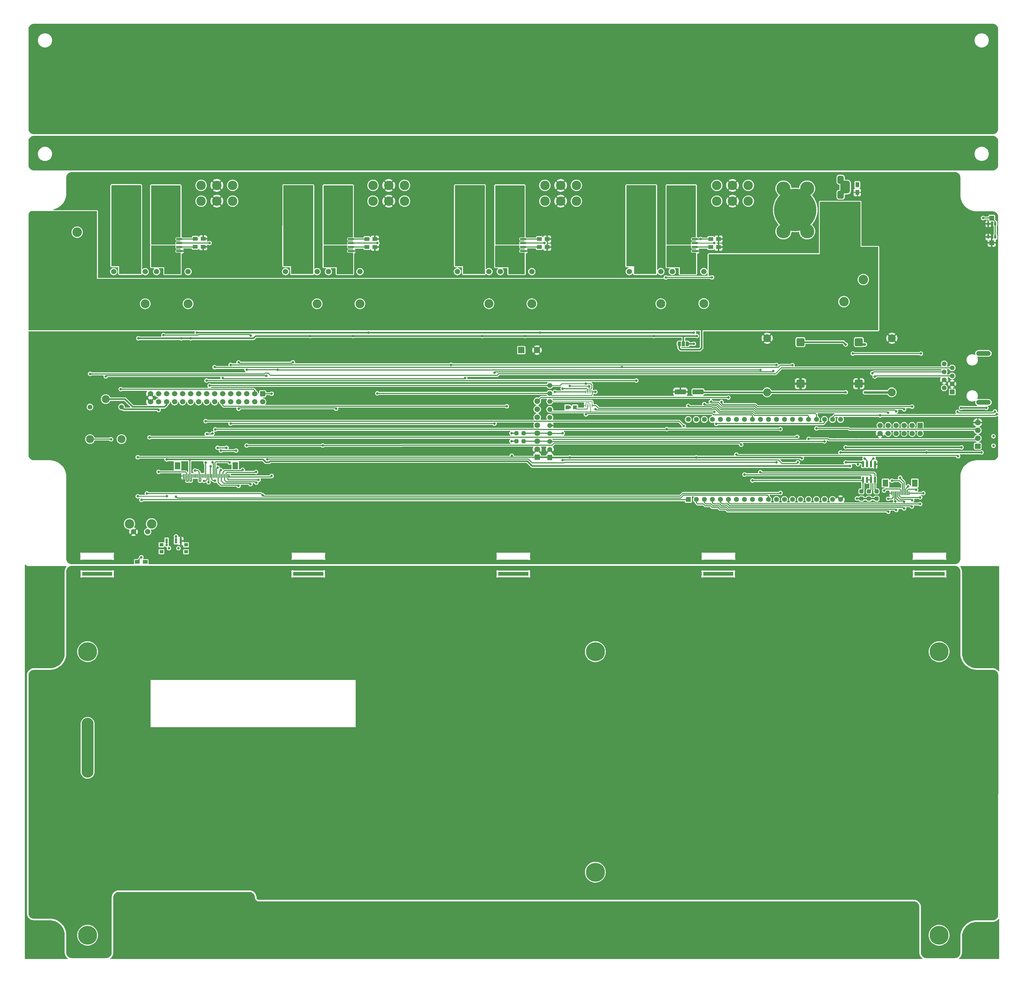
<source format=gbr>
%TF.GenerationSoftware,KiCad,Pcbnew,7.0.1*%
%TF.CreationDate,2024-04-02T15:52:51+09:00*%
%TF.ProjectId,Lift_Main_V5.0,4c696674-5f4d-4616-996e-5f56352e302e,rev?*%
%TF.SameCoordinates,Original*%
%TF.FileFunction,Copper,L1,Top*%
%TF.FilePolarity,Positive*%
%FSLAX46Y46*%
G04 Gerber Fmt 4.6, Leading zero omitted, Abs format (unit mm)*
G04 Created by KiCad (PCBNEW 7.0.1) date 2024-04-02 15:52:51*
%MOMM*%
%LPD*%
G01*
G04 APERTURE LIST*
G04 Aperture macros list*
%AMRoundRect*
0 Rectangle with rounded corners*
0 $1 Rounding radius*
0 $2 $3 $4 $5 $6 $7 $8 $9 X,Y pos of 4 corners*
0 Add a 4 corners polygon primitive as box body*
4,1,4,$2,$3,$4,$5,$6,$7,$8,$9,$2,$3,0*
0 Add four circle primitives for the rounded corners*
1,1,$1+$1,$2,$3*
1,1,$1+$1,$4,$5*
1,1,$1+$1,$6,$7*
1,1,$1+$1,$8,$9*
0 Add four rect primitives between the rounded corners*
20,1,$1+$1,$2,$3,$4,$5,0*
20,1,$1+$1,$4,$5,$6,$7,0*
20,1,$1+$1,$6,$7,$8,$9,0*
20,1,$1+$1,$8,$9,$2,$3,0*%
%AMFreePoly0*
4,1,19,0.550000,-0.750000,0.000000,-0.750000,0.000000,-0.744911,-0.071157,-0.744911,-0.207708,-0.704816,-0.327430,-0.627875,-0.420627,-0.520320,-0.479746,-0.390866,-0.500000,-0.250000,-0.500000,0.250000,-0.479746,0.390866,-0.420627,0.520320,-0.327430,0.627875,-0.207708,0.704816,-0.071157,0.744911,0.000000,0.744911,0.000000,0.750000,0.550000,0.750000,0.550000,-0.750000,0.550000,-0.750000,
$1*%
%AMFreePoly1*
4,1,19,0.000000,0.744911,0.071157,0.744911,0.207708,0.704816,0.327430,0.627875,0.420627,0.520320,0.479746,0.390866,0.500000,0.250000,0.500000,-0.250000,0.479746,-0.390866,0.420627,-0.520320,0.327430,-0.627875,0.207708,-0.704816,0.071157,-0.744911,0.000000,-0.744911,0.000000,-0.750000,-0.550000,-0.750000,-0.550000,0.750000,0.000000,0.750000,0.000000,0.744911,0.000000,0.744911,
$1*%
G04 Aperture macros list end*
%TA.AperFunction,ComponentPad*%
%ADD10R,5.000000X5.000000*%
%TD*%
%TA.AperFunction,ComponentPad*%
%ADD11C,5.000000*%
%TD*%
%TA.AperFunction,ComponentPad*%
%ADD12C,2.800000*%
%TD*%
%TA.AperFunction,ComponentPad*%
%ADD13C,1.700000*%
%TD*%
%TA.AperFunction,ComponentPad*%
%ADD14R,2.000000X2.000000*%
%TD*%
%TA.AperFunction,ComponentPad*%
%ADD15C,2.000000*%
%TD*%
%TA.AperFunction,ComponentPad*%
%ADD16C,8.000000*%
%TD*%
%TA.AperFunction,SMDPad,CuDef*%
%ADD17R,1.300000X1.300000*%
%TD*%
%TA.AperFunction,SMDPad,CuDef*%
%ADD18R,1.250000X1.500000*%
%TD*%
%TA.AperFunction,SMDPad,CuDef*%
%ADD19R,0.700000X1.100000*%
%TD*%
%TA.AperFunction,ComponentPad*%
%ADD20C,1.560000*%
%TD*%
%TA.AperFunction,ComponentPad*%
%ADD21R,1.560000X1.800000*%
%TD*%
%TA.AperFunction,ComponentPad*%
%ADD22C,6.000000*%
%TD*%
%TA.AperFunction,ComponentPad*%
%ADD23C,3.000000*%
%TD*%
%TA.AperFunction,SMDPad,CuDef*%
%ADD24RoundRect,0.250000X1.500000X0.550000X-1.500000X0.550000X-1.500000X-0.550000X1.500000X-0.550000X0*%
%TD*%
%TA.AperFunction,SMDPad,CuDef*%
%ADD25RoundRect,0.325000X-0.325000X-0.325000X0.325000X-0.325000X0.325000X0.325000X-0.325000X0.325000X0*%
%TD*%
%TA.AperFunction,SMDPad,CuDef*%
%ADD26R,1.500000X1.250000*%
%TD*%
%TA.AperFunction,ComponentPad*%
%ADD27C,4.500000*%
%TD*%
%TA.AperFunction,ComponentPad*%
%ADD28C,13.500000*%
%TD*%
%TA.AperFunction,SMDPad,CuDef*%
%ADD29R,1.500000X1.500000*%
%TD*%
%TA.AperFunction,SMDPad,CuDef*%
%ADD30R,0.250000X1.100000*%
%TD*%
%TA.AperFunction,SMDPad,CuDef*%
%ADD31RoundRect,0.325000X-0.325000X0.325000X-0.325000X-0.325000X0.325000X-0.325000X0.325000X0.325000X0*%
%TD*%
%TA.AperFunction,SMDPad,CuDef*%
%ADD32RoundRect,0.150000X-0.825000X-0.150000X0.825000X-0.150000X0.825000X0.150000X-0.825000X0.150000X0*%
%TD*%
%TA.AperFunction,ComponentPad*%
%ADD33RoundRect,0.249900X0.675100X-0.600100X0.675100X0.600100X-0.675100X0.600100X-0.675100X-0.600100X0*%
%TD*%
%TA.AperFunction,ComponentPad*%
%ADD34O,1.850000X1.700000*%
%TD*%
%TA.AperFunction,ComponentPad*%
%ADD35R,1.500000X1.500000*%
%TD*%
%TA.AperFunction,ComponentPad*%
%ADD36C,1.500000*%
%TD*%
%TA.AperFunction,ComponentPad*%
%ADD37O,4.600000X1.500000*%
%TD*%
%TA.AperFunction,ComponentPad*%
%ADD38C,2.500000*%
%TD*%
%TA.AperFunction,ComponentPad*%
%ADD39RoundRect,0.250000X-0.600000X0.600000X-0.600000X-0.600000X0.600000X-0.600000X0.600000X0.600000X0*%
%TD*%
%TA.AperFunction,ComponentPad*%
%ADD40R,1.560000X1.560000*%
%TD*%
%TA.AperFunction,ComponentPad*%
%ADD41R,3.000000X3.000000*%
%TD*%
%TA.AperFunction,SMDPad,CuDef*%
%ADD42RoundRect,0.300000X0.950000X0.950000X-0.950000X0.950000X-0.950000X-0.950000X0.950000X-0.950000X0*%
%TD*%
%TA.AperFunction,SMDPad,CuDef*%
%ADD43R,0.300000X1.300000*%
%TD*%
%TA.AperFunction,SMDPad,CuDef*%
%ADD44R,1.800000X2.200000*%
%TD*%
%TA.AperFunction,SMDPad,CuDef*%
%ADD45RoundRect,0.150000X0.150000X-0.825000X0.150000X0.825000X-0.150000X0.825000X-0.150000X-0.825000X0*%
%TD*%
%TA.AperFunction,ComponentPad*%
%ADD46RoundRect,0.500000X0.500000X-0.750000X0.500000X0.750000X-0.500000X0.750000X-0.500000X-0.750000X0*%
%TD*%
%TA.AperFunction,SMDPad,CuDef*%
%ADD47RoundRect,0.750000X0.750000X-1.250000X0.750000X1.250000X-0.750000X1.250000X-0.750000X-1.250000X0*%
%TD*%
%TA.AperFunction,SMDPad,CuDef*%
%ADD48FreePoly0,0.000000*%
%TD*%
%TA.AperFunction,SMDPad,CuDef*%
%ADD49R,1.000000X1.500000*%
%TD*%
%TA.AperFunction,SMDPad,CuDef*%
%ADD50FreePoly1,0.000000*%
%TD*%
%TA.AperFunction,WasherPad*%
%ADD51C,0.800000*%
%TD*%
%TA.AperFunction,SMDPad,CuDef*%
%ADD52R,0.800000X1.600000*%
%TD*%
%TA.AperFunction,SMDPad,CuDef*%
%ADD53R,1.200000X1.000000*%
%TD*%
%TA.AperFunction,ComponentPad*%
%ADD54O,3.800000X19.000000*%
%TD*%
%TA.AperFunction,ComponentPad*%
%ADD55R,1.800000X1.800000*%
%TD*%
%TA.AperFunction,ComponentPad*%
%ADD56C,1.800000*%
%TD*%
%TA.AperFunction,ViaPad*%
%ADD57C,0.800000*%
%TD*%
%TA.AperFunction,Conductor*%
%ADD58C,0.300000*%
%TD*%
%TA.AperFunction,Conductor*%
%ADD59C,0.500000*%
%TD*%
%TA.AperFunction,Conductor*%
%ADD60C,0.800000*%
%TD*%
%TA.AperFunction,Conductor*%
%ADD61C,0.200000*%
%TD*%
%TA.AperFunction,Conductor*%
%ADD62C,0.250000*%
%TD*%
G04 APERTURE END LIST*
D10*
%TO.P,J5,1,Pin_1*%
%TO.N,Net-(J5-Pin_1)*%
X194670000Y-258570000D03*
D11*
%TO.P,J5,2,Pin_2*%
%TO.N,Net-(J5-Pin_2)*%
X207670000Y-258570000D03*
%TD*%
D12*
%TO.P,K8,1*%
%TO.N,GNDPWR*%
X91940000Y-291145000D03*
D13*
%TO.P,K8,2*%
%TO.N,LIFT-4-UP-LED*%
X81940000Y-280945000D03*
%TO.P,K8,6*%
%TO.N,+VDC*%
X91940000Y-280945000D03*
D12*
%TO.P,K8,7*%
%TO.N,Net-(J11-Pin_1)*%
X86940000Y-278445000D03*
%TO.P,K8,14*%
%TO.N,+12P*%
X81940000Y-291145000D03*
%TD*%
D14*
%TO.P,C12,1*%
%TO.N,+VDC*%
X211180000Y-305850000D03*
D15*
%TO.P,C12,2*%
%TO.N,GNDPWR*%
X216180000Y-305850000D03*
%TD*%
D16*
%TO.P,H1,1,1*%
%TO.N,GNDPWR*%
X182670000Y-346570000D03*
%TD*%
D17*
%TO.P,R1,1*%
%TO.N,+5P*%
X225820000Y-324020000D03*
%TO.P,R1,2*%
%TO.N,Net-(U4-ALERT{slash}RDY)*%
X228220000Y-324020000D03*
%TD*%
D18*
%TO.P,C11,1*%
%TO.N,+12P*%
X270970000Y-298420000D03*
%TO.P,C11,2*%
%TO.N,GNDPWR*%
X270970000Y-300920000D03*
%TD*%
D16*
%TO.P,H5,1,1*%
%TO.N,GNDPWR*%
X73670000Y-346570000D03*
%TD*%
D18*
%TO.P,C17,1*%
%TO.N,+12P*%
X282970000Y-298420000D03*
%TO.P,C17,2*%
%TO.N,GNDPWR*%
X282970000Y-300920000D03*
%TD*%
D19*
%TO.P,SW6,1,1*%
%TO.N,GNDPWR*%
X359280000Y-265750000D03*
X359280000Y-269950000D03*
%TO.P,SW6,2,2*%
%TO.N,BOOT*%
X361480000Y-265750000D03*
X361480000Y-269950000D03*
%TD*%
D20*
%TO.P,MO3,A0,A0*%
%TO.N,AI-1*%
X220220000Y-324660000D03*
%TO.P,MO3,A1,A1*%
%TO.N,AI-2*%
X220220000Y-322120000D03*
%TO.P,MO3,A2,A2*%
%TO.N,AI-3*%
X220220000Y-319580000D03*
%TO.P,MO3,A3,A3*%
%TO.N,AI-4*%
X220220000Y-317040000D03*
%TO.P,MO3,ADDR,ADDR*%
%TO.N,GNDPWR*%
X220220000Y-329740000D03*
%TO.P,MO3,ALRT,ALRT*%
%TO.N,unconnected-(MO3-PadALRT)*%
X220220000Y-327200000D03*
%TO.P,MO3,GND,GND*%
%TO.N,GNDPWR*%
X220220000Y-337360000D03*
%TO.P,MO3,SCL,SCL*%
%TO.N,SCL*%
X220220000Y-334820000D03*
%TO.P,MO3,SDA,SDA*%
%TO.N,SDA*%
X220220000Y-332280000D03*
D21*
%TO.P,MO3,VDD,VDD*%
%TO.N,+5P*%
X220220000Y-339900000D03*
%TD*%
D22*
%TO.P,H4,1,1*%
%TO.N,unconnected-(H4-Pad1)*%
X343670000Y-491570000D03*
%TD*%
D16*
%TO.P,H24,1,1*%
%TO.N,GND*%
X343670000Y-209540000D03*
%TD*%
D12*
%TO.P,K6,1*%
%TO.N,GNDPWR*%
X146440000Y-291145000D03*
D13*
%TO.P,K6,2*%
%TO.N,LIFT-3-UP-LED*%
X136440000Y-280945000D03*
%TO.P,K6,6*%
%TO.N,+VDC*%
X146440000Y-280945000D03*
D12*
%TO.P,K6,7*%
%TO.N,Net-(J8-Pin_1)*%
X141440000Y-278445000D03*
%TO.P,K6,14*%
%TO.N,+12P*%
X136440000Y-291145000D03*
%TD*%
D23*
%TO.P,J9,1,Pin_1*%
%TO.N,Net-(J9-Pin_1)*%
X174170000Y-258570000D03*
X174170000Y-253570000D03*
%TO.P,J9,2,Pin_2*%
%TO.N,GNDPWR*%
X169170000Y-258570000D03*
X169170000Y-253570000D03*
%TO.P,J9,3,Pin_3*%
%TO.N,Net-(J9-Pin_3)*%
X164170000Y-258570000D03*
X164170000Y-253570000D03*
%TD*%
D16*
%TO.P,H15,1,1*%
%TO.N,GND*%
X73670000Y-209540000D03*
%TD*%
D24*
%TO.P,C4,1*%
%TO.N,+5P*%
X267240000Y-319090000D03*
%TO.P,C4,2*%
%TO.N,GNDPWR*%
X261640000Y-319090000D03*
%TD*%
D25*
%TO.P,R15,1*%
%TO.N,+5P*%
X209630000Y-334780000D03*
%TO.P,R15,2*%
%TO.N,SCL*%
X211930000Y-334780000D03*
%TD*%
D26*
%TO.P,C19,1*%
%TO.N,Net-(U8-FILTER)*%
X107805000Y-273055625D03*
%TO.P,C19,2*%
%TO.N,GNDPWR*%
X110305000Y-273055625D03*
%TD*%
D16*
%TO.P,H4,1,1*%
%TO.N,GNDPWR*%
X182670000Y-256570000D03*
%TD*%
%TO.P,H6,1,1*%
%TO.N,GNDPWR*%
X237170000Y-256570000D03*
%TD*%
%TO.P,H20,1,1*%
%TO.N,GND2*%
X182670000Y-243570000D03*
%TD*%
D27*
%TO.P,J2,1,Pin_1*%
%TO.N,GNDPWR*%
X324320000Y-268170000D03*
X331820000Y-268170000D03*
D28*
X328070000Y-261370000D03*
D27*
X324320000Y-254570000D03*
X331820000Y-254570000D03*
%TD*%
D26*
%TO.P,C7,1*%
%TO.N,Net-(U5-FILTER)*%
X216904061Y-273145000D03*
%TO.P,C7,2*%
%TO.N,GNDPWR*%
X219404061Y-273145000D03*
%TD*%
D29*
%TO.P,SW5,1,1*%
%TO.N,GNDPWR*%
X360380000Y-271750000D03*
%TO.P,SW5,2,2*%
%TO.N,BOOT*%
X360380000Y-263950000D03*
%TD*%
D23*
%TO.P,SW2,*%
%TO.N,*%
X93970000Y-361010000D03*
X86970000Y-361010000D03*
D13*
%TO.P,SW2,1,1*%
%TO.N,FACTORY*%
X92720000Y-363510000D03*
%TO.P,SW2,2,2*%
%TO.N,GNDPWR*%
X88220000Y-363510000D03*
%TD*%
D30*
%TO.P,U4,1,ADDR*%
%TO.N,GNDPWR*%
X231670000Y-323420000D03*
%TO.P,U4,2,ALERT/RDY*%
%TO.N,Net-(U4-ALERT{slash}RDY)*%
X232170000Y-323420000D03*
%TO.P,U4,3,GND*%
%TO.N,GNDPWR*%
X232670000Y-323420000D03*
%TO.P,U4,4,AIN0*%
%TO.N,AI-1*%
X233170000Y-323420000D03*
%TO.P,U4,5,AIN1*%
%TO.N,AI-2*%
X233670000Y-323420000D03*
%TO.P,U4,6,AIN2*%
%TO.N,AI-3*%
X233670000Y-319120000D03*
%TO.P,U4,7,AIN3*%
%TO.N,AI-4*%
X233170000Y-319120000D03*
%TO.P,U4,8,VDD*%
%TO.N,+5P*%
X232670000Y-319120000D03*
%TO.P,U4,9,SDA*%
%TO.N,SDA*%
X232170000Y-319120000D03*
%TO.P,U4,10,SCL*%
%TO.N,SCL*%
X231670000Y-319120000D03*
%TD*%
D16*
%TO.P,H9,1,1*%
%TO.N,GNDPWR*%
X128170000Y-256570000D03*
%TD*%
D18*
%TO.P,C15,1*%
%TO.N,+12P*%
X279970000Y-298420000D03*
%TO.P,C15,2*%
%TO.N,GNDPWR*%
X279970000Y-300920000D03*
%TD*%
D12*
%TO.P,K3,1*%
%TO.N,GNDPWR*%
X269070000Y-291095000D03*
D13*
%TO.P,K3,2*%
%TO.N,LIFT-1-DOWN-LED*%
X259070000Y-280895000D03*
%TO.P,K3,6*%
%TO.N,+VDC*%
X269070000Y-280895000D03*
D12*
%TO.P,K3,7*%
%TO.N,Net-(K3-Pad7)*%
X264070000Y-278395000D03*
%TO.P,K3,14*%
%TO.N,+12P*%
X259070000Y-291095000D03*
%TD*%
D16*
%TO.P,H11,1,1*%
%TO.N,GNDPWR*%
X343670000Y-256570000D03*
%TD*%
D31*
%TO.P,R13,1*%
%TO.N,DI*%
X323830000Y-350700000D03*
%TO.P,R13,2*%
%TO.N,+5P*%
X323830000Y-353000000D03*
%TD*%
D32*
%TO.P,U2,1,IP+*%
%TO.N,Net-(J3-Pin_2)*%
X261225000Y-270605000D03*
%TO.P,U2,2,IP+*%
X261225000Y-271875000D03*
%TO.P,U2,3,IP-*%
%TO.N,Net-(K3-Pad7)*%
X261225000Y-273145000D03*
%TO.P,U2,4,IP-*%
X261225000Y-274415000D03*
%TO.P,U2,5,GND*%
%TO.N,GNDPWR*%
X266175000Y-274415000D03*
%TO.P,U2,6,FILTER*%
%TO.N,Net-(U2-FILTER)*%
X266175000Y-273145000D03*
%TO.P,U2,7,VIOUT*%
%TO.N,AI-1*%
X266175000Y-271875000D03*
%TO.P,U2,8,VCC*%
%TO.N,+5P*%
X266175000Y-270605000D03*
%TD*%
D25*
%TO.P,R29,1*%
%TO.N,+5P*%
X209630000Y-332240000D03*
%TO.P,R29,2*%
%TO.N,SDA*%
X211930000Y-332240000D03*
%TD*%
D32*
%TO.P,U5,1,IP+*%
%TO.N,Net-(J5-Pin_2)*%
X206774061Y-270615000D03*
%TO.P,U5,2,IP+*%
X206774061Y-271885000D03*
%TO.P,U5,3,IP-*%
%TO.N,Net-(K5-Pad7)*%
X206774061Y-273155000D03*
%TO.P,U5,4,IP-*%
X206774061Y-274425000D03*
%TO.P,U5,5,GND*%
%TO.N,GNDPWR*%
X211724061Y-274425000D03*
%TO.P,U5,6,FILTER*%
%TO.N,Net-(U5-FILTER)*%
X211724061Y-273155000D03*
%TO.P,U5,7,VIOUT*%
%TO.N,AI-2*%
X211724061Y-271885000D03*
%TO.P,U5,8,VCC*%
%TO.N,+5P*%
X211724061Y-270615000D03*
%TD*%
D33*
%TO.P,J7,1,Pin_1*%
%TO.N,Net-(J7-Pin_1)*%
X355920000Y-336340000D03*
D34*
%TO.P,J7,2,Pin_2*%
%TO.N,/Tx0*%
X355920000Y-333840000D03*
%TO.P,J7,3,Pin_3*%
%TO.N,/Rx0*%
X355920000Y-331340000D03*
%TO.P,J7,4,Pin_4*%
%TO.N,GNDPWR*%
X355920000Y-328840000D03*
%TD*%
D35*
%TO.P,J13,1*%
%TO.N,unconnected-(J13-Pad1)*%
X347830000Y-319107500D03*
D36*
%TO.P,J13,2*%
%TO.N,unconnected-(J13-Pad2)*%
X345290000Y-317837500D03*
%TO.P,J13,3*%
%TO.N,GNDPWR*%
X347830000Y-316567500D03*
%TO.P,J13,4*%
X345290000Y-315297500D03*
%TO.P,J13,5*%
%TO.N,/485-A*%
X347830000Y-314027500D03*
%TO.P,J13,6*%
%TO.N,/485-B*%
X345290000Y-312757500D03*
%TO.P,J13,7*%
%TO.N,Net-(D4-A)*%
X347830000Y-311487500D03*
%TO.P,J13,8*%
%TO.N,Net-(Q2-C)*%
X345290000Y-310217500D03*
D37*
%TO.P,J13,SH*%
%TO.N,unconnected-(J13-PadSH)*%
X357730000Y-322432500D03*
X357730000Y-306907500D03*
%TD*%
D16*
%TO.P,H19,1,1*%
%TO.N,GNDPWR*%
X182670000Y-276570000D03*
%TD*%
D26*
%TO.P,C9,1*%
%TO.N,Net-(U7-FILTER)*%
X162254061Y-273170000D03*
%TO.P,C9,2*%
%TO.N,GNDPWR*%
X164754061Y-273170000D03*
%TD*%
D23*
%TO.P,J6,1,Pin_1*%
%TO.N,Net-(J6-Pin_1)*%
X228670000Y-258570000D03*
X228670000Y-253570000D03*
%TO.P,J6,2,Pin_2*%
%TO.N,GNDPWR*%
X223670000Y-258570000D03*
X223670000Y-253570000D03*
%TO.P,J6,3,Pin_3*%
%TO.N,Net-(J6-Pin_3)*%
X218670000Y-258570000D03*
X218670000Y-253570000D03*
%TD*%
D12*
%TO.P,K5,1*%
%TO.N,GNDPWR*%
X214540000Y-291125000D03*
D13*
%TO.P,K5,2*%
%TO.N,LIFT-2-DOWN-LED*%
X204540000Y-280925000D03*
%TO.P,K5,6*%
%TO.N,+VDC*%
X214540000Y-280925000D03*
D12*
%TO.P,K5,7*%
%TO.N,Net-(K5-Pad7)*%
X209540000Y-278425000D03*
%TO.P,K5,14*%
%TO.N,+12P*%
X204540000Y-291125000D03*
%TD*%
D26*
%TO.P,C8,1*%
%TO.N,+5P*%
X216904061Y-270620000D03*
%TO.P,C8,2*%
%TO.N,GNDPWR*%
X219404061Y-270620000D03*
%TD*%
D27*
%TO.P,J1,1,Pin_1*%
%TO.N,Net-(J1-Pin_1)*%
X294320000Y-268170000D03*
X301820000Y-268170000D03*
D28*
X298070000Y-261370000D03*
D27*
X294320000Y-254570000D03*
X301820000Y-254570000D03*
%TD*%
D38*
%TO.P,MO1,IN+,IN+*%
%TO.N,Net-(D1-K)*%
X328655000Y-319242500D03*
%TO.P,MO1,IN-,IN-*%
%TO.N,GNDPWR*%
X328705000Y-302092500D03*
%TO.P,MO1,OUT+,OUT+*%
%TO.N,+5P*%
X289155000Y-319242500D03*
%TO.P,MO1,OUT-,OUT-*%
%TO.N,GNDPWR*%
X289155000Y-302092500D03*
%TD*%
D39*
%TO.P,J10,1,Pin_1*%
%TO.N,LIFT-4-UP-SW*%
X129170000Y-319717495D03*
D13*
%TO.P,J10,2,Pin_2*%
%TO.N,LIFT-4-DOWN-SW*%
X129170000Y-322257495D03*
%TO.P,J10,3,Pin_3*%
%TO.N,LIFT-4-UP-LED*%
X126630000Y-319717495D03*
%TO.P,J10,4,Pin_4*%
%TO.N,LIFT-4-DOWN-LED*%
X126630000Y-322257495D03*
%TO.P,J10,5,Pin_5*%
%TO.N,LIFT-3-UP-SW*%
X124090000Y-319717495D03*
%TO.P,J10,6,Pin_6*%
%TO.N,LIFT-3-DOWN-SW*%
X124090000Y-322257495D03*
%TO.P,J10,7,Pin_7*%
%TO.N,LIFT-3-UP-LED*%
X121550000Y-319717495D03*
%TO.P,J10,8,Pin_8*%
%TO.N,LIFT-3-DOWN-LED*%
X121550000Y-322257495D03*
%TO.P,J10,9,Pin_9*%
%TO.N,LIFT-2-UP-SW*%
X119010000Y-319717495D03*
%TO.P,J10,10,Pin_10*%
%TO.N,LIFT-2-DOWN-SW*%
X119010000Y-322257495D03*
%TO.P,J10,11,Pin_11*%
%TO.N,LIFT-2-UP-LED*%
X116470000Y-319717495D03*
%TO.P,J10,12,Pin_12*%
%TO.N,LIFT-2-DOWN-LED*%
X116470000Y-322257495D03*
%TO.P,J10,13,Pin_13*%
%TO.N,LIFT-1-UP-SW*%
X113930000Y-319717495D03*
%TO.P,J10,14,Pin_14*%
%TO.N,LIFT-1-DOWN-SW*%
X113930000Y-322257495D03*
%TO.P,J10,15,Pin_15*%
%TO.N,LIFT-1-UP-LED*%
X111390000Y-319717495D03*
%TO.P,J10,16,Pin_16*%
%TO.N,LIFT-1-DOWN-LED*%
X111390000Y-322257495D03*
%TO.P,J10,17,Pin_17*%
%TO.N,unconnected-(J10-Pin_17-Pad17)*%
X108850000Y-319717495D03*
%TO.P,J10,18,Pin_18*%
%TO.N,unconnected-(J10-Pin_18-Pad18)*%
X108850000Y-322257495D03*
%TO.P,J10,19,Pin_19*%
%TO.N,+VDC*%
X106310000Y-319717495D03*
%TO.P,J10,20,Pin_20*%
X106310000Y-322257495D03*
%TO.P,J10,21,Pin_21*%
%TO.N,unconnected-(J10-Pin_21-Pad21)*%
X103770000Y-319717495D03*
%TO.P,J10,22,Pin_22*%
%TO.N,unconnected-(J10-Pin_22-Pad22)*%
X103770000Y-322257495D03*
%TO.P,J10,23,Pin_23*%
%TO.N,unconnected-(J10-Pin_23-Pad23)*%
X101230000Y-319717495D03*
%TO.P,J10,24,Pin_24*%
%TO.N,unconnected-(J10-Pin_24-Pad24)*%
X101230000Y-322257495D03*
%TO.P,J10,25,Pin_25*%
%TO.N,+12VA*%
X98690000Y-319717495D03*
%TO.P,J10,26,Pin_26*%
X98690000Y-322257495D03*
%TO.P,J10,27,Pin_27*%
%TO.N,+12P*%
X96150000Y-319717495D03*
%TO.P,J10,28,Pin_28*%
X96150000Y-322257495D03*
%TO.P,J10,29,Pin_29*%
%TO.N,GNDPWR*%
X93610000Y-319717495D03*
%TO.P,J10,30,Pin_30*%
X93610000Y-322257495D03*
%TD*%
D40*
%TO.P,U13,1,IO_13*%
%TO.N,WiFi_LED*%
X264150000Y-353270000D03*
D20*
%TO.P,U13,2,IO_14*%
%TO.N,SW_1*%
X266690000Y-353270000D03*
%TO.P,U13,3,IO_21*%
%TO.N,SW_2*%
X269230000Y-353270000D03*
%TO.P,U13,4,IO_47*%
%TO.N,SW_3*%
X271770000Y-353270000D03*
%TO.P,U13,5,IO_48*%
%TO.N,SW_4*%
X274310000Y-353270000D03*
%TO.P,U13,6,IO_45*%
%TO.N,SW_5*%
X276850000Y-353270000D03*
%TO.P,U13,7,IO_00*%
%TO.N,BOOT*%
X279390000Y-353270000D03*
%TO.P,U13,8,IO_35*%
%TO.N,ENABLE*%
X281930000Y-353270000D03*
%TO.P,U13,9,IO_36*%
%TO.N,RO*%
X284470000Y-353270000D03*
%TO.P,U13,10,IO_37*%
%TO.N,DI*%
X287010000Y-353270000D03*
%TO.P,U13,11,IO_38*%
%TO.N,Net-(SW1-B)*%
X289550000Y-353270000D03*
%TO.P,U13,12,IO_39*%
%TO.N,LIFT-4-UP-CPU*%
X292090000Y-353270000D03*
%TO.P,U13,13,IO_40*%
%TO.N,LIFT-4-DOWN-CPU*%
X294630000Y-353270000D03*
%TO.P,U13,14,IO_41*%
%TO.N,unconnected-(U13-IO_41-Pad14)*%
X297170000Y-353270000D03*
%TO.P,U13,15,IO_42/SDA*%
%TO.N,SDA*%
X299710000Y-353270000D03*
%TO.P,U13,16,RxD0*%
%TO.N,/Tx0*%
X302250000Y-353270000D03*
%TO.P,U13,17,TxD0*%
%TO.N,/Rx0*%
X304790000Y-353270000D03*
%TO.P,U13,18,IO_2/SCL*%
%TO.N,SCL*%
X307330000Y-353270000D03*
%TO.P,U13,19,IO_01*%
%TO.N,unconnected-(U13-IO_01-Pad19)*%
X309870000Y-353270000D03*
%TO.P,U13,20,GND*%
%TO.N,GNDPWR*%
X312410000Y-353270000D03*
%TO.P,U13,21,3.3V*%
%TO.N,3.3V*%
X312410000Y-327870000D03*
%TO.P,U13,22,EN*%
%TO.N,DP_RST*%
X309870000Y-327870000D03*
%TO.P,U13,23,IO_04*%
%TO.N,AI-1*%
X307330000Y-327870000D03*
%TO.P,U13,24,IO_05*%
%TO.N,AI-2*%
X304790000Y-327870000D03*
%TO.P,U13,25,IO_06*%
%TO.N,AI-3*%
X302250000Y-327870000D03*
%TO.P,U13,26,IO_07*%
%TO.N,FACTORY*%
X299710000Y-327870000D03*
%TO.P,U13,27,IO_15*%
%TO.N,LIFT-1-UP-CPU*%
X297170000Y-327870000D03*
%TO.P,U13,28,IO_16*%
%TO.N,LIFT-1-DOWN-CPU*%
X294630000Y-327870000D03*
%TO.P,U13,29,IO_17*%
%TO.N,LIFT-2-UP-CPU*%
X292090000Y-327870000D03*
%TO.P,U13,30,IO_18*%
%TO.N,LIFT-2-DOWN-CPU*%
X289550000Y-327870000D03*
%TO.P,U13,31,IO_08*%
%TO.N,LIFT-3-UP-CPU*%
X287010000Y-327870000D03*
%TO.P,U13,32,IO_19*%
%TO.N,AI-4*%
X284470000Y-327870000D03*
%TO.P,U13,33,IO_20*%
%TO.N,LIFT-3-DOWN-CPU*%
X281930000Y-327870000D03*
%TO.P,U13,34,IO_03*%
%TO.N,GNDPWR*%
X279390000Y-327870000D03*
%TO.P,U13,35,IO_46*%
%TO.N,Net-(U13-IO_46)*%
X276850000Y-327870000D03*
%TO.P,U13,36,IO_09*%
%TO.N,DP_D{slash}C*%
X274310000Y-327870000D03*
%TO.P,U13,37,IO_10*%
%TO.N,DP_CS*%
X271770000Y-327870000D03*
%TO.P,U13,38,IO_11*%
%TO.N,DP_SCL*%
X269230000Y-327870000D03*
%TO.P,U13,39,VIN*%
%TO.N,+5P*%
X266690000Y-327870000D03*
%TO.P,U13,40,IO_12*%
%TO.N,DP_SDA*%
X264150000Y-327870000D03*
%TD*%
D22*
%TO.P,H7,1,1*%
%TO.N,N/C*%
X234669999Y-471570000D03*
%TD*%
D10*
%TO.P,J3,1,Pin_1*%
%TO.N,Net-(J3-Pin_1)*%
X249170000Y-258570000D03*
D11*
%TO.P,J3,2,Pin_2*%
%TO.N,Net-(J3-Pin_2)*%
X262170000Y-258570000D03*
%TD*%
D18*
%TO.P,D2,1,K*%
%TO.N,GNDPWR*%
X317745000Y-255795000D03*
%TO.P,D2,2,A*%
%TO.N,Net-(D2-A)*%
X317745000Y-253295000D03*
%TD*%
D12*
%TO.P,K1,1*%
%TO.N,GNDPWR*%
X255445000Y-291120000D03*
D13*
%TO.P,K1,2*%
%TO.N,LIFT-1-UP-LED*%
X245445000Y-280920000D03*
%TO.P,K1,6*%
%TO.N,+VDC*%
X255445000Y-280920000D03*
D12*
%TO.P,K1,7*%
%TO.N,Net-(J3-Pin_1)*%
X250445000Y-278420000D03*
%TO.P,K1,14*%
%TO.N,+12P*%
X245445000Y-291120000D03*
%TD*%
D41*
%TO.P,C10,1*%
%TO.N,+12P*%
X63370000Y-268420000D03*
D23*
%TO.P,C10,2*%
%TO.N,GNDPWR*%
X70370000Y-268420000D03*
%TD*%
D10*
%TO.P,J8,1,Pin_1*%
%TO.N,Net-(J8-Pin_1)*%
X140170000Y-258570000D03*
D11*
%TO.P,J8,2,Pin_2*%
%TO.N,Net-(J8-Pin_2)*%
X153170000Y-258570000D03*
%TD*%
D16*
%TO.P,H25,1,1*%
%TO.N,GND2*%
X343670000Y-243570000D03*
%TD*%
D31*
%TO.P,R12,1*%
%TO.N,ENABLE*%
X321430000Y-350700000D03*
%TO.P,R12,2*%
%TO.N,+5P*%
X321430000Y-353000000D03*
%TD*%
D26*
%TO.P,C16,1*%
%TO.N,+5P*%
X107805000Y-270530625D03*
%TO.P,C16,2*%
%TO.N,GNDPWR*%
X110305000Y-270530625D03*
%TD*%
D42*
%TO.P,MO2,1,GND*%
%TO.N,GNDPWR*%
X318210000Y-316520000D03*
%TO.P,MO2,2,+12V*%
%TO.N,Net-(D1-K)*%
X318210000Y-303320000D03*
%TO.P,MO2,3,GND*%
%TO.N,GNDPWR*%
X299710000Y-316520000D03*
%TO.P,MO2,4,+5V*%
%TO.N,+5P*%
X299710000Y-303320000D03*
%TD*%
D43*
%TO.P,J16,1,Pin_1*%
%TO.N,LIFT-4-UP-SW*%
X118580000Y-345800000D03*
%TO.P,J16,2,Pin_2*%
%TO.N,LIFT-4-DOWN-SW*%
X118080000Y-345800000D03*
%TO.P,J16,3,Pin_3*%
%TO.N,LIFT-4-UP-LED*%
X117580000Y-345800000D03*
%TO.P,J16,4,Pin_4*%
%TO.N,LIFT-4-DOWN-LED*%
X117080000Y-345800000D03*
%TO.P,J16,5,Pin_5*%
%TO.N,LIFT-3-UP-SW*%
X116580000Y-345800000D03*
%TO.P,J16,6,Pin_6*%
%TO.N,LIFT-3-DOWN-SW*%
X116080000Y-345800000D03*
%TO.P,J16,7,Pin_7*%
%TO.N,LIFT-3-UP-LED*%
X115580000Y-345800000D03*
%TO.P,J16,8,Pin_8*%
%TO.N,LIFT-3-DOWN-LED*%
X115080000Y-345800000D03*
%TO.P,J16,9,Pin_9*%
%TO.N,LIFT-2-UP-SW*%
X114580000Y-345800000D03*
%TO.P,J16,10,Pin_10*%
%TO.N,LIFT-2-DOWN-SW*%
X114080000Y-345800000D03*
%TO.P,J16,11,Pin_11*%
%TO.N,LIFT-2-UP-LED*%
X113580000Y-345800000D03*
%TO.P,J16,12,Pin_12*%
%TO.N,LIFT-2-DOWN-LED*%
X113080000Y-345800000D03*
%TO.P,J16,13,Pin_13*%
%TO.N,LIFT-1-UP-SW*%
X112580000Y-345800000D03*
%TO.P,J16,14,Pin_14*%
%TO.N,LIFT-1-DOWN-SW*%
X112080000Y-345800000D03*
%TO.P,J16,15,Pin_15*%
%TO.N,LIFT-1-UP-LED*%
X111580000Y-345800000D03*
%TO.P,J16,16,Pin_16*%
%TO.N,LIFT-1-DOWN-LED*%
X111080000Y-345800000D03*
%TO.P,J16,17,Pin_17*%
%TO.N,unconnected-(J16-Pin_17-Pad17)*%
X110580000Y-345800000D03*
%TO.P,J16,18,Pin_18*%
%TO.N,unconnected-(J16-Pin_18-Pad18)*%
X110080000Y-345800000D03*
%TO.P,J16,19,Pin_19*%
%TO.N,+VDC*%
X109580000Y-345800000D03*
%TO.P,J16,20,Pin_20*%
X109080000Y-345800000D03*
%TO.P,J16,21,Pin_21*%
%TO.N,unconnected-(J16-Pin_21-Pad21)*%
X108580000Y-345800000D03*
%TO.P,J16,22,Pin_22*%
%TO.N,unconnected-(J16-Pin_22-Pad22)*%
X108080000Y-345800000D03*
%TO.P,J16,23,Pin_23*%
%TO.N,unconnected-(J16-Pin_23-Pad23)*%
X107580000Y-345800000D03*
%TO.P,J16,24,Pin_24*%
%TO.N,unconnected-(J16-Pin_24-Pad24)*%
X107080000Y-345800000D03*
%TO.P,J16,25,Pin_25*%
%TO.N,+12VA*%
X106580000Y-345800000D03*
%TO.P,J16,26,Pin_26*%
X106080000Y-345800000D03*
%TO.P,J16,27,Pin_27*%
%TO.N,+12P*%
X105580000Y-345800000D03*
%TO.P,J16,28,Pin_28*%
X105080000Y-345800000D03*
%TO.P,J16,29,Pin_29*%
%TO.N,GNDPWR*%
X104580000Y-345800000D03*
%TO.P,J16,30,Pin_30*%
X104080000Y-345800000D03*
D44*
%TO.P,J16,MP*%
%TO.N,N/C*%
X120480000Y-342550000D03*
X102180000Y-342550000D03*
%TD*%
D26*
%TO.P,C3,1*%
%TO.N,Net-(U2-FILTER)*%
X271254061Y-273160000D03*
%TO.P,C3,2*%
%TO.N,GNDPWR*%
X273754061Y-273160000D03*
%TD*%
D16*
%TO.P,H17,1,1*%
%TO.N,GND*%
X182670000Y-209540000D03*
%TD*%
D32*
%TO.P,U7,1,IP+*%
%TO.N,Net-(J8-Pin_2)*%
X152224061Y-270615000D03*
%TO.P,U7,2,IP+*%
X152224061Y-271885000D03*
%TO.P,U7,3,IP-*%
%TO.N,Net-(K7-Pad7)*%
X152224061Y-273155000D03*
%TO.P,U7,4,IP-*%
X152224061Y-274425000D03*
%TO.P,U7,5,GND*%
%TO.N,GNDPWR*%
X157174061Y-274425000D03*
%TO.P,U7,6,FILTER*%
%TO.N,Net-(U7-FILTER)*%
X157174061Y-273155000D03*
%TO.P,U7,7,VIOUT*%
%TO.N,AI-3*%
X157174061Y-271885000D03*
%TO.P,U7,8,VCC*%
%TO.N,+5P*%
X157174061Y-270615000D03*
%TD*%
D16*
%TO.P,H16,1,1*%
%TO.N,GND*%
X128170000Y-209540000D03*
%TD*%
D12*
%TO.P,K4,1*%
%TO.N,GNDPWR*%
X200940000Y-291125000D03*
D13*
%TO.P,K4,2*%
%TO.N,LIFT-2-UP-LED*%
X190940000Y-280925000D03*
%TO.P,K4,6*%
%TO.N,+VDC*%
X200940000Y-280925000D03*
D12*
%TO.P,K4,7*%
%TO.N,Net-(J5-Pin_1)*%
X195940000Y-278425000D03*
%TO.P,K4,14*%
%TO.N,+12P*%
X190940000Y-291125000D03*
%TD*%
D26*
%TO.P,C6,1*%
%TO.N,+5P*%
X162254061Y-270620000D03*
%TO.P,C6,2*%
%TO.N,GNDPWR*%
X164754061Y-270620000D03*
%TD*%
D41*
%TO.P,C20,1*%
%TO.N,+12P*%
X319645000Y-290470000D03*
D23*
%TO.P,C20,2*%
%TO.N,GNDPWR*%
X319645000Y-283470000D03*
%TD*%
D45*
%TO.P,U1,1,RO*%
%TO.N,RO*%
X319525000Y-347025000D03*
%TO.P,U1,2,~{RE}*%
%TO.N,ENABLE*%
X320795000Y-347025000D03*
%TO.P,U1,3,DE*%
X322065000Y-347025000D03*
%TO.P,U1,4,DI*%
%TO.N,DI*%
X323335000Y-347025000D03*
%TO.P,U1,5,GND*%
%TO.N,GNDPWR*%
X323335000Y-342075000D03*
%TO.P,U1,6,A*%
%TO.N,/485-A*%
X322065000Y-342075000D03*
%TO.P,U1,7,B*%
%TO.N,/485-B*%
X320795000Y-342075000D03*
%TO.P,U1,8,VCC*%
%TO.N,+5P*%
X319525000Y-342075000D03*
%TD*%
D39*
%TO.P,J15,A1,Pin_1*%
%TO.N,3.3V*%
X337680000Y-329747500D03*
D13*
%TO.P,J15,A2,Pin_2*%
%TO.N,DP_D{slash}C*%
X335140000Y-329747500D03*
%TO.P,J15,A3,Pin_3*%
%TO.N,DP_CS*%
X332600000Y-329747500D03*
%TO.P,J15,A4,Pin_4*%
%TO.N,DP_SCL*%
X330060000Y-329747500D03*
%TO.P,J15,A5,Pin_5*%
%TO.N,DP_SDA*%
X327520000Y-329747500D03*
%TO.P,J15,A6,Pin_6*%
%TO.N,DP_RST*%
X324980000Y-329747500D03*
%TO.P,J15,B1,Pin_7*%
%TO.N,SW_5*%
X337680000Y-332287500D03*
%TO.P,J15,B2,Pin_8*%
%TO.N,SW_4*%
X335140000Y-332287500D03*
%TO.P,J15,B3,Pin_9*%
%TO.N,SW_3*%
X332600000Y-332287500D03*
%TO.P,J15,B4,Pin_10*%
%TO.N,SW_2*%
X330060000Y-332287500D03*
%TO.P,J15,B5,Pin_11*%
%TO.N,SW_1*%
X327520000Y-332287500D03*
%TO.P,J15,B6,Pin_12*%
%TO.N,GNDPWR*%
X324980000Y-332287500D03*
%TD*%
D43*
%TO.P,J14,1,Pin_1*%
%TO.N,3.3V*%
X334080000Y-351300000D03*
%TO.P,J14,2,Pin_2*%
%TO.N,DP_D{slash}C*%
X333580000Y-351300000D03*
%TO.P,J14,3,Pin_3*%
%TO.N,DP_CS*%
X333080000Y-351300000D03*
%TO.P,J14,4,Pin_4*%
%TO.N,DP_SCL*%
X332580000Y-351300000D03*
%TO.P,J14,5,Pin_5*%
%TO.N,DP_SDA*%
X332080000Y-351300000D03*
%TO.P,J14,6,Pin_6*%
%TO.N,DP_RST*%
X331580000Y-351300000D03*
%TO.P,J14,7,Pin_7*%
%TO.N,SW_5*%
X331080000Y-351300000D03*
%TO.P,J14,8,Pin_8*%
%TO.N,SW_4*%
X330580000Y-351300000D03*
%TO.P,J14,9,Pin_9*%
%TO.N,SW_3*%
X330080000Y-351300000D03*
%TO.P,J14,10,Pin_10*%
%TO.N,SW_2*%
X329580000Y-351300000D03*
%TO.P,J14,11,Pin_11*%
%TO.N,SW_1*%
X329080000Y-351300000D03*
%TO.P,J14,12,Pin_12*%
%TO.N,GNDPWR*%
X328580000Y-351300000D03*
D44*
%TO.P,J14,MP*%
%TO.N,N/C*%
X335980000Y-348050000D03*
X326680000Y-348050000D03*
%TD*%
D22*
%TO.P,H10,1,1*%
%TO.N,unconnected-(H10-Pad1)*%
X73669999Y-401570000D03*
%TD*%
%TO.P,H11,1,1*%
%TO.N,unconnected-(H11-Pad1)*%
X73669999Y-491570000D03*
%TD*%
D46*
%TO.P,F1,1*%
%TO.N,+12P*%
X311445000Y-265780000D03*
D47*
X309945000Y-263370000D03*
D46*
X311445000Y-260990000D03*
%TO.P,F1,2*%
%TO.N,Net-(J1-Pin_1)*%
X312445000Y-256550000D03*
D47*
X313895000Y-254120000D03*
D46*
X312445000Y-251760000D03*
%TD*%
D18*
%TO.P,C14,1*%
%TO.N,+12P*%
X276970000Y-298420000D03*
%TO.P,C14,2*%
%TO.N,GNDPWR*%
X276970000Y-300920000D03*
%TD*%
D16*
%TO.P,H10,1,1*%
%TO.N,GNDPWR*%
X343670000Y-346570000D03*
%TD*%
D48*
%TO.P,JP2,1,A*%
%TO.N,+12P*%
X261270000Y-303870000D03*
D49*
%TO.P,JP2,2,C*%
%TO.N,+VDC*%
X262570000Y-303870000D03*
D50*
%TO.P,JP2,3,B*%
%TO.N,+5P*%
X263870000Y-303870000D03*
%TD*%
D32*
%TO.P,U8,1,IP+*%
%TO.N,Net-(J11-Pin_2)*%
X97775000Y-270615000D03*
%TO.P,U8,2,IP+*%
X97775000Y-271885000D03*
%TO.P,U8,3,IP-*%
%TO.N,Net-(K9-Pad7)*%
X97775000Y-273155000D03*
%TO.P,U8,4,IP-*%
X97775000Y-274425000D03*
%TO.P,U8,5,GND*%
%TO.N,GNDPWR*%
X102725000Y-274425000D03*
%TO.P,U8,6,FILTER*%
%TO.N,Net-(U8-FILTER)*%
X102725000Y-273155000D03*
%TO.P,U8,7,VIOUT*%
%TO.N,AI-4*%
X102725000Y-271885000D03*
%TO.P,U8,8,VCC*%
%TO.N,+5P*%
X102725000Y-270615000D03*
%TD*%
D51*
%TO.P,SW1,*%
%TO.N,*%
X102480000Y-368730000D03*
X99480000Y-368730000D03*
D52*
%TO.P,SW1,1,A*%
%TO.N,Net-(SW1-A)*%
X98730000Y-366430000D03*
%TO.P,SW1,2,B*%
%TO.N,Net-(SW1-B)*%
X101730000Y-366430000D03*
%TO.P,SW1,3,C*%
%TO.N,GNDPWR*%
X103180000Y-366430000D03*
D53*
%TO.P,SW1,4*%
%TO.N,N/C*%
X104880000Y-369830000D03*
X104880000Y-367630000D03*
X97080000Y-369830000D03*
X97080000Y-367630000D03*
%TD*%
D10*
%TO.P,J11,1,Pin_1*%
%TO.N,Net-(J11-Pin_1)*%
X85670000Y-258570000D03*
D11*
%TO.P,J11,2,Pin_2*%
%TO.N,Net-(J11-Pin_2)*%
X98670000Y-258570000D03*
%TD*%
D23*
%TO.P,J4,1,Pin_1*%
%TO.N,Net-(J4-Pin_1)*%
X283170000Y-258570000D03*
X283170000Y-253570000D03*
%TO.P,J4,2,Pin_2*%
%TO.N,GNDPWR*%
X278170000Y-258570000D03*
X278170000Y-253570000D03*
%TO.P,J4,3,Pin_3*%
%TO.N,Net-(J4-Pin_3)*%
X273170000Y-258570000D03*
X273170000Y-253570000D03*
%TD*%
D16*
%TO.P,H13,1,1*%
%TO.N,GND2*%
X73670000Y-243570000D03*
%TD*%
%TO.P,H3,1,1*%
%TO.N,GNDPWR*%
X73670000Y-256570000D03*
%TD*%
D18*
%TO.P,C13,1*%
%TO.N,+12P*%
X273970000Y-298420000D03*
%TO.P,C13,2*%
%TO.N,GNDPWR*%
X273970000Y-300920000D03*
%TD*%
D16*
%TO.P,H18,1,1*%
%TO.N,GND*%
X182670000Y-229540000D03*
%TD*%
D26*
%TO.P,D6,1,K*%
%TO.N,WiFi_LED*%
X89420000Y-373080000D03*
%TO.P,D6,2,A*%
%TO.N,Net-(D6-A)*%
X91920000Y-373080000D03*
%TD*%
%TO.P,C2,1*%
%TO.N,+5P*%
X271254061Y-270610000D03*
%TO.P,C2,2*%
%TO.N,GNDPWR*%
X273754061Y-270610000D03*
%TD*%
D31*
%TO.P,R9,1*%
%TO.N,RO*%
X319030000Y-350700000D03*
%TO.P,R9,2*%
%TO.N,+5P*%
X319030000Y-353000000D03*
%TD*%
D38*
%TO.P,K2,1*%
%TO.N,unconnected-(K2-Pad1)*%
X84430000Y-334100000D03*
D36*
%TO.P,K2,2*%
%TO.N,Net-(D4-A)*%
X74430000Y-323900000D03*
%TO.P,K2,6*%
%TO.N,+12P*%
X84430000Y-323900000D03*
D38*
%TO.P,K2,7*%
%TO.N,+12VA*%
X79430000Y-321400000D03*
%TO.P,K2,14*%
%TO.N,+12P*%
X74430000Y-334100000D03*
%TD*%
D54*
%TO.P,,1,Pin_1*%
%TO.N,N/C*%
X73679999Y-432090001D03*
%TD*%
D12*
%TO.P,K9,1*%
%TO.N,GNDPWR*%
X105540000Y-291145000D03*
D13*
%TO.P,K9,2*%
%TO.N,LIFT-4-DOWN-LED*%
X95540000Y-280945000D03*
%TO.P,K9,6*%
%TO.N,+VDC*%
X105540000Y-280945000D03*
D12*
%TO.P,K9,7*%
%TO.N,Net-(K9-Pad7)*%
X100540000Y-278445000D03*
%TO.P,K9,14*%
%TO.N,+12P*%
X95540000Y-291145000D03*
%TD*%
%TO.P,K7,1*%
%TO.N,GNDPWR*%
X160040000Y-291145000D03*
D13*
%TO.P,K7,2*%
%TO.N,LIFT-3-DOWN-LED*%
X150040000Y-280945000D03*
%TO.P,K7,6*%
%TO.N,+VDC*%
X160040000Y-280945000D03*
D12*
%TO.P,K7,7*%
%TO.N,Net-(K7-Pad7)*%
X155040000Y-278445000D03*
%TO.P,K7,14*%
%TO.N,+12P*%
X150040000Y-291145000D03*
%TD*%
D22*
%TO.P,H5,1,1*%
%TO.N,unconnected-(H5-Pad1)*%
X343670000Y-401570000D03*
%TD*%
D23*
%TO.P,J12,1,Pin_1*%
%TO.N,Net-(J12-Pin_1)*%
X119670000Y-258560000D03*
X119670000Y-253560000D03*
%TO.P,J12,2,Pin_2*%
%TO.N,GNDPWR*%
X114670000Y-258560000D03*
X114670000Y-253560000D03*
%TO.P,J12,3,Pin_3*%
%TO.N,Net-(J12-Pin_3)*%
X109670000Y-258560000D03*
X109670000Y-253560000D03*
%TD*%
D22*
%TO.P,H1,1,1*%
%TO.N,N/C*%
X234669999Y-401570001D03*
%TD*%
D41*
%TO.P,C18,1*%
%TO.N,+12P*%
X313495000Y-283470000D03*
D23*
%TO.P,C18,2*%
%TO.N,GNDPWR*%
X313495000Y-290470000D03*
%TD*%
D55*
%TO.P,U6,1,VCC*%
%TO.N,+5P*%
X216237500Y-339860000D03*
D56*
%TO.P,U6,2,GND*%
%TO.N,GNDPWR*%
X216237500Y-337320000D03*
%TO.P,U6,3,SCL*%
%TO.N,SCL*%
X216237500Y-334780000D03*
%TO.P,U6,4,SDA*%
%TO.N,SDA*%
X216237500Y-332240000D03*
%TO.P,U6,5,XDA*%
%TO.N,unconnected-(U6-XDA-Pad5)*%
X216237500Y-329700000D03*
%TO.P,U6,6,XCL*%
%TO.N,unconnected-(U6-XCL-Pad6)*%
X216237500Y-327160000D03*
%TO.P,U6,7,ADO*%
%TO.N,unconnected-(U6-ADO-Pad7)*%
X216237500Y-324620000D03*
%TO.P,U6,8,INT*%
%TO.N,Net-(U13-IO_46)*%
X216237500Y-322080000D03*
%TD*%
D16*
%TO.P,H22,1,1*%
%TO.N,GND*%
X237170000Y-209540000D03*
%TD*%
D51*
%TO.P,SW3,*%
%TO.N,*%
X360920000Y-336200000D03*
X360920000Y-333200000D03*
%TD*%
D57*
%TO.N,+12P*%
X96180000Y-324850000D03*
X96180000Y-344500000D03*
X96160000Y-299130000D03*
X81080000Y-334150000D03*
%TO.N,Net-(D1-K)*%
X320140000Y-319240000D03*
X320150000Y-304070000D03*
%TO.N,+12VA*%
X315420000Y-342670000D03*
X337920000Y-306950000D03*
X316310000Y-306950000D03*
X98700000Y-340570000D03*
X106080000Y-340609500D03*
%TO.N,/Tx0*%
X302300000Y-334020000D03*
%TO.N,/Rx0*%
X304780000Y-330720000D03*
%TO.N,LIFT-1-UP-SW*%
X112730000Y-342700000D03*
%TO.N,Net-(D2-A)*%
X317770000Y-253870000D03*
%TO.N,WiFi_LED*%
X90730000Y-353400000D03*
X90710000Y-371590000D03*
%TO.N,LIFT-1-DOWN-SW*%
X112030000Y-347800000D03*
X113280000Y-332300000D03*
X111480000Y-332500000D03*
%TO.N,LIFT-2-UP-SW*%
X117730000Y-336850000D03*
X114880000Y-343150000D03*
X114880000Y-336850000D03*
%TO.N,LIFT-2-DOWN-SW*%
X118730000Y-341550000D03*
%TO.N,Net-(D6-A)*%
X91920000Y-373080000D03*
%TO.N,LIFT-3-UP-SW*%
X122830000Y-343850000D03*
%TO.N,Net-(J3-Pin_2)*%
X262780000Y-270655278D03*
X259580000Y-269458186D03*
X259580000Y-271858186D03*
X262783501Y-269455278D03*
X259576499Y-270658186D03*
X262783501Y-271855278D03*
X261180000Y-269452561D03*
%TO.N,Net-(K3-Pad7)*%
X262779061Y-275655278D03*
X262775560Y-274455278D03*
X262779061Y-273255278D03*
X259575560Y-273258186D03*
X259572059Y-274458186D03*
X259575560Y-275658186D03*
X261175560Y-275658186D03*
%TO.N,AI-2*%
X218575000Y-271885000D03*
%TO.N,AI-1*%
X272420000Y-325420000D03*
X273010000Y-329275000D03*
X272390000Y-271870000D03*
%TO.N,AI-3*%
X234710000Y-324600000D03*
X165550000Y-319580000D03*
X234685000Y-319125000D03*
X165550000Y-271900000D03*
%TO.N,AI-4*%
X231685000Y-326250000D03*
X112350000Y-271890000D03*
X231680000Y-316470000D03*
X112350000Y-317110000D03*
%TO.N,Net-(J4-Pin_3)*%
X257030000Y-282770000D03*
X271660000Y-282770000D03*
%TO.N,Net-(J5-Pin_2)*%
X205180000Y-271843186D03*
X205176499Y-270643186D03*
X208383501Y-269440278D03*
X206780000Y-269437561D03*
X208380000Y-270640278D03*
X208383501Y-271840278D03*
X205180000Y-269443186D03*
%TO.N,Net-(J8-Pin_2)*%
X150580000Y-271843186D03*
X153783501Y-271840278D03*
X150580000Y-269443186D03*
X153783501Y-269440278D03*
X153780000Y-270640278D03*
X152180000Y-269437561D03*
X150576499Y-270643186D03*
%TO.N,LIFT-3-DOWN-SW*%
X125330000Y-348400000D03*
%TO.N,LIFT-4-UP-SW*%
X132030000Y-319700000D03*
X132030000Y-345800000D03*
%TO.N,LIFT-4-DOWN-SW*%
X127880000Y-347050000D03*
%TO.N,Net-(J11-Pin_2)*%
X97680000Y-269350000D03*
X99280000Y-270552717D03*
X96080000Y-271755625D03*
X99283501Y-271752717D03*
X96076499Y-270555625D03*
X99283501Y-269352717D03*
X96080000Y-269355625D03*
%TO.N,Net-(Q1-B)*%
X243120000Y-311270000D03*
X297180000Y-310650000D03*
X113940000Y-311270000D03*
%TO.N,Net-(Q5-B)*%
X114180000Y-331020000D03*
X293345000Y-330920000D03*
X257320000Y-330920000D03*
%TO.N,Net-(Q6-B)*%
X119030000Y-310520000D03*
X292120000Y-310595000D03*
X188929511Y-310520489D03*
%TO.N,Net-(Q9-B)*%
X202730000Y-312980000D03*
X202720000Y-329170000D03*
X291120000Y-312520000D03*
X119010000Y-329170000D03*
%TO.N,Net-(Q10-B)*%
X287020000Y-312145000D03*
X133980000Y-312120000D03*
X124100000Y-312110000D03*
%TO.N,Net-(Q13-B)*%
X148230000Y-336120000D03*
X280920000Y-335870000D03*
X124110000Y-336130000D03*
%TO.N,Net-(Q14-B)*%
X292090000Y-341420000D03*
X130350000Y-314000000D03*
X79430000Y-314200000D03*
X130690000Y-340520000D03*
%TO.N,+5P*%
X226570000Y-324020000D03*
X89570000Y-339860000D03*
X265900000Y-300320000D03*
X162775939Y-270617505D03*
X314072226Y-319237774D03*
X108285939Y-300314672D03*
X217110000Y-270620000D03*
X108285939Y-270614672D03*
X89570000Y-352250000D03*
X98780000Y-352200000D03*
X232670000Y-317370000D03*
X350650000Y-324170000D03*
X226590000Y-339900000D03*
X314078379Y-304081621D03*
X162775939Y-300317505D03*
X226570000Y-317270000D03*
X208080000Y-332250000D03*
X266680000Y-339900000D03*
X314070000Y-336680000D03*
X217110000Y-300320000D03*
X265900000Y-303870000D03*
X268100000Y-270610000D03*
X266720000Y-319220000D03*
X208180000Y-339350000D03*
X208080000Y-334750000D03*
X317630000Y-352950000D03*
X358640000Y-324170000D03*
X314080000Y-341500000D03*
X350770000Y-336740000D03*
X317930000Y-342100000D03*
X300120000Y-340170000D03*
%TO.N,Net-(Q17-B)*%
X92460000Y-351340000D03*
X129190000Y-351930000D03*
X293370000Y-351200000D03*
%TO.N,Net-(SW1-A)*%
X98740000Y-367680000D03*
%TO.N,Net-(SW1-B)*%
X101730000Y-365000000D03*
X101730000Y-352400000D03*
%TO.N,Net-(K5-Pad7)*%
X205172059Y-274443186D03*
X208375560Y-274440278D03*
X205175560Y-273243186D03*
X208379061Y-273240278D03*
X206775560Y-275643186D03*
X205175560Y-275643186D03*
X208379061Y-275640278D03*
%TO.N,Net-(K7-Pad7)*%
X153775560Y-274440278D03*
X150575560Y-273243186D03*
X150572059Y-274443186D03*
X150575560Y-275643186D03*
X153779061Y-273240278D03*
X153779061Y-275640278D03*
X152175560Y-275643186D03*
%TO.N,Net-(K9-Pad7)*%
X96075560Y-275555625D03*
X99275560Y-274352717D03*
X99279061Y-275552717D03*
X96075560Y-273155625D03*
X99279061Y-273152717D03*
X96072059Y-274355625D03*
X97675560Y-275555625D03*
%TO.N,FACTORY*%
X93300000Y-333560000D03*
X298670000Y-333380000D03*
%TO.N,LIFT-4-UP-LED*%
X84180000Y-318270000D03*
X127080000Y-344550000D03*
%TO.N,LIFT-4-DOWN-LED*%
X127180000Y-347900000D03*
X125390000Y-301220000D03*
X97720000Y-301110000D03*
%TO.N,LIFT-3-UP-LED*%
X120780000Y-337750000D03*
X115930000Y-337750000D03*
X138760000Y-309730000D03*
X115930000Y-343950000D03*
X121550000Y-309750000D03*
%TO.N,LIFT-3-DOWN-LED*%
X121530000Y-348950000D03*
X121550000Y-324470000D03*
X152490000Y-324460000D03*
%TO.N,LIFT-2-UP-LED*%
X193400000Y-314710000D03*
X113280000Y-341500000D03*
X116480000Y-314740000D03*
%TO.N,LIFT-2-DOWN-LED*%
X114080000Y-347300000D03*
X206610000Y-323680000D03*
%TO.N,LIFT-1-UP-LED*%
X247670000Y-315520000D03*
X110580000Y-347350000D03*
X111390000Y-315510000D03*
%TO.N,LIFT-1-DOWN-LED*%
X111080000Y-341550000D03*
X111080000Y-328400000D03*
X262720000Y-329920000D03*
%TO.N,SCL*%
X221870000Y-319120000D03*
X307320000Y-334820000D03*
%TO.N,SDA*%
X224320000Y-318070000D03*
X224320000Y-332270000D03*
X298850000Y-341480000D03*
X224320000Y-340820000D03*
%TO.N,GNDPWR*%
X302920000Y-362580000D03*
X353720000Y-278940000D03*
X348720000Y-276440000D03*
X335920000Y-365580000D03*
X149920000Y-362580000D03*
X333720000Y-301440000D03*
X245920000Y-365580000D03*
X173920000Y-365580000D03*
X269920000Y-362580000D03*
X329920000Y-359580000D03*
X338720000Y-303940000D03*
X290920000Y-362580000D03*
X249155000Y-307225000D03*
X122920000Y-359580000D03*
X248920000Y-362580000D03*
X263920000Y-359580000D03*
X224920000Y-359580000D03*
X348720000Y-293940000D03*
X305920000Y-365580000D03*
X188920000Y-362580000D03*
X306040000Y-320543049D03*
X307590000Y-309390000D03*
X197920000Y-359580000D03*
X272920000Y-365580000D03*
X259430000Y-322700000D03*
X209920000Y-362580000D03*
X332920000Y-362580000D03*
X107920000Y-359580000D03*
X316980000Y-320550000D03*
X194920000Y-359580000D03*
X266920000Y-359580000D03*
X287920000Y-365580000D03*
X254920000Y-362580000D03*
X356220000Y-303940000D03*
X228320000Y-329670000D03*
X319300000Y-332000000D03*
X346220000Y-301440000D03*
X221920000Y-362580000D03*
X338720000Y-293940000D03*
X311920000Y-365580000D03*
X245920000Y-359580000D03*
X182920000Y-359580000D03*
X152330000Y-332300000D03*
X351220000Y-286440000D03*
X336220000Y-303940000D03*
X281920000Y-365580000D03*
X351220000Y-281440000D03*
X353720000Y-301440000D03*
X341220000Y-288940000D03*
X185920000Y-362580000D03*
X351220000Y-293940000D03*
X356220000Y-291440000D03*
X323920000Y-362580000D03*
X185920000Y-365580000D03*
X125920000Y-362580000D03*
X333720000Y-281440000D03*
X323200000Y-305390000D03*
X215920000Y-359580000D03*
X249155000Y-305425000D03*
X326920000Y-359580000D03*
X319300000Y-333510000D03*
X333720000Y-288940000D03*
X293920000Y-359580000D03*
X257920000Y-365580000D03*
X167920000Y-359580000D03*
X317920000Y-359580000D03*
X236920000Y-365580000D03*
X122920000Y-362580000D03*
X338720000Y-298940000D03*
X173920000Y-359580000D03*
X343720000Y-298940000D03*
X346220000Y-296440000D03*
X176920000Y-359580000D03*
X333720000Y-303940000D03*
X333720000Y-283940000D03*
X348720000Y-303940000D03*
X281920000Y-362580000D03*
X134920000Y-365580000D03*
X310380000Y-333510000D03*
X333720000Y-291440000D03*
X242920000Y-359580000D03*
X343720000Y-283940000D03*
X206920000Y-362580000D03*
X267295000Y-307287516D03*
X266920000Y-365580000D03*
X333720000Y-276440000D03*
X110920000Y-359580000D03*
X310380000Y-335510000D03*
X287920000Y-359580000D03*
X305920000Y-362580000D03*
X348720000Y-301440000D03*
X351220000Y-283940000D03*
X307590000Y-307390000D03*
X302920000Y-365580000D03*
X143920000Y-362580000D03*
X343720000Y-293940000D03*
X110920000Y-362580000D03*
X170920000Y-359580000D03*
X158920000Y-362580000D03*
X346220000Y-276440000D03*
X335920000Y-359580000D03*
X75760000Y-359610000D03*
X308920000Y-365580000D03*
X338720000Y-301440000D03*
X353720000Y-298940000D03*
X116920000Y-362580000D03*
X325200000Y-305390000D03*
X356220000Y-293940000D03*
X278920000Y-359580000D03*
X266920000Y-362580000D03*
X356220000Y-286440000D03*
X314920000Y-362580000D03*
X251920000Y-359580000D03*
X308920000Y-362580000D03*
X293920000Y-362580000D03*
X287920000Y-362580000D03*
X284920000Y-359580000D03*
X305590000Y-309390000D03*
X346220000Y-281440000D03*
X346220000Y-303940000D03*
X260920000Y-359580000D03*
X338720000Y-296440000D03*
X341220000Y-296440000D03*
X251920000Y-362580000D03*
X188920000Y-359580000D03*
X212920000Y-359580000D03*
X338720000Y-286440000D03*
X143920000Y-365580000D03*
X269920000Y-359580000D03*
X353720000Y-291440000D03*
X329920000Y-362580000D03*
X167920000Y-365580000D03*
X351220000Y-291440000D03*
X143920000Y-359580000D03*
X152920000Y-362580000D03*
X351220000Y-276440000D03*
X191920000Y-359580000D03*
X116920000Y-365580000D03*
X351220000Y-288940000D03*
X338720000Y-276440000D03*
X336220000Y-278940000D03*
X318980000Y-320550000D03*
X307590000Y-305390000D03*
X260920000Y-365580000D03*
X275920000Y-359580000D03*
X227920000Y-362580000D03*
X341220000Y-293940000D03*
X336220000Y-301440000D03*
X326920000Y-365580000D03*
X134920000Y-359580000D03*
X348720000Y-283940000D03*
X245920000Y-362580000D03*
X275920000Y-365580000D03*
X278920000Y-365580000D03*
X146920000Y-365580000D03*
X224920000Y-365580000D03*
X233920000Y-365580000D03*
X170920000Y-362580000D03*
X203920000Y-359580000D03*
X338720000Y-291440000D03*
X78760000Y-362610000D03*
X260920000Y-362580000D03*
X278920000Y-362580000D03*
X356220000Y-296440000D03*
X212920000Y-362580000D03*
X161920000Y-362580000D03*
X137920000Y-362580000D03*
X128920000Y-365580000D03*
X227920000Y-365580000D03*
X353720000Y-288940000D03*
X182920000Y-362580000D03*
X140920000Y-362580000D03*
X343720000Y-286440000D03*
X161920000Y-365580000D03*
X246980000Y-322700000D03*
X242920000Y-362580000D03*
X343720000Y-296440000D03*
X319300000Y-335510000D03*
X290920000Y-365580000D03*
X179920000Y-365580000D03*
X209920000Y-365580000D03*
X317300000Y-332000000D03*
X250955000Y-305425000D03*
X341220000Y-301440000D03*
X348720000Y-296440000D03*
X78760000Y-359610000D03*
X218920000Y-359580000D03*
X317300000Y-333510000D03*
X113920000Y-362580000D03*
X75760000Y-365610000D03*
X341220000Y-286440000D03*
X239920000Y-359580000D03*
X299920000Y-362580000D03*
X218920000Y-362580000D03*
X78760000Y-365610000D03*
X338720000Y-283940000D03*
X348720000Y-298940000D03*
X128920000Y-359580000D03*
X107920000Y-365580000D03*
X356220000Y-278940000D03*
X284920000Y-362580000D03*
X125920000Y-359580000D03*
X348720000Y-278940000D03*
X336220000Y-276440000D03*
X230920000Y-365580000D03*
X336220000Y-298940000D03*
X281920000Y-359580000D03*
X254920000Y-365580000D03*
X248920000Y-359580000D03*
X200920000Y-359580000D03*
X333720000Y-286440000D03*
X316980000Y-322550000D03*
X308040000Y-320543049D03*
X305920000Y-359580000D03*
X128920000Y-362580000D03*
X227920000Y-359580000D03*
X310380000Y-332000000D03*
X311920000Y-359580000D03*
X206920000Y-359580000D03*
X328780000Y-348950000D03*
X341220000Y-291440000D03*
X305590000Y-307390000D03*
X250955000Y-307225000D03*
X296920000Y-365580000D03*
X164920000Y-359580000D03*
X158920000Y-359580000D03*
X314920000Y-359580000D03*
X155920000Y-365580000D03*
X173920000Y-362580000D03*
X323920000Y-365580000D03*
X164920000Y-365580000D03*
X346220000Y-298940000D03*
X137920000Y-365580000D03*
X239920000Y-362580000D03*
X348720000Y-281440000D03*
X251920000Y-365580000D03*
X272920000Y-359580000D03*
X167920000Y-362580000D03*
X346220000Y-286440000D03*
X164920000Y-362580000D03*
X134920000Y-362580000D03*
X346220000Y-293940000D03*
X320920000Y-359580000D03*
X335920000Y-362580000D03*
X317920000Y-365580000D03*
X336220000Y-283940000D03*
X341220000Y-278940000D03*
X267240000Y-303030000D03*
X343720000Y-276440000D03*
X239920000Y-365580000D03*
X296920000Y-359580000D03*
X336220000Y-288940000D03*
X353720000Y-281440000D03*
X299920000Y-365580000D03*
X302920000Y-359580000D03*
X351220000Y-296440000D03*
X275920000Y-362580000D03*
X356220000Y-301440000D03*
X250955000Y-309025000D03*
X356220000Y-276440000D03*
X267295000Y-309087516D03*
X348720000Y-291440000D03*
X197920000Y-365580000D03*
X323200000Y-310290000D03*
X117480000Y-342900000D03*
X221920000Y-359580000D03*
X332920000Y-359580000D03*
X284920000Y-365580000D03*
X197920000Y-362580000D03*
X230920000Y-359580000D03*
X191920000Y-362580000D03*
X308920000Y-359580000D03*
X263920000Y-365580000D03*
X236920000Y-359580000D03*
X333720000Y-308940000D03*
X176920000Y-365580000D03*
X348720000Y-286440000D03*
X341220000Y-298940000D03*
X221920000Y-365580000D03*
X290920000Y-359580000D03*
X131920000Y-365580000D03*
X140920000Y-365580000D03*
X311730000Y-340900000D03*
X333720000Y-278940000D03*
X122920000Y-365580000D03*
X212920000Y-365580000D03*
X320920000Y-365580000D03*
X104480000Y-342650000D03*
X346220000Y-288940000D03*
X320920000Y-362580000D03*
X110920000Y-365580000D03*
X343720000Y-278940000D03*
X269095000Y-309087516D03*
X230170000Y-323470000D03*
X146920000Y-362580000D03*
X351220000Y-303940000D03*
X119920000Y-365580000D03*
X149920000Y-359580000D03*
X336220000Y-286440000D03*
X353720000Y-296440000D03*
X325200000Y-310290000D03*
X269920000Y-365580000D03*
X194920000Y-365580000D03*
X75760000Y-362610000D03*
X348720000Y-288940000D03*
X131920000Y-362580000D03*
X308040000Y-322543049D03*
X346220000Y-283940000D03*
X332920000Y-365580000D03*
X200920000Y-362580000D03*
X109080000Y-343100000D03*
X323920000Y-359580000D03*
X119920000Y-359580000D03*
X248920000Y-365580000D03*
X343720000Y-281440000D03*
X140920000Y-359580000D03*
X299920000Y-359580000D03*
X317300000Y-335510000D03*
X336220000Y-293940000D03*
X336220000Y-291440000D03*
X293920000Y-365580000D03*
X306040000Y-322543049D03*
X215920000Y-362580000D03*
X341220000Y-283940000D03*
X346220000Y-278940000D03*
X131920000Y-359580000D03*
X233920000Y-362580000D03*
X134730000Y-332250000D03*
X326920000Y-362580000D03*
X149920000Y-365580000D03*
X263920000Y-362580000D03*
X230920000Y-362580000D03*
X116920000Y-359580000D03*
X343720000Y-303940000D03*
X176920000Y-362580000D03*
X343720000Y-301440000D03*
X191920000Y-365580000D03*
X119920000Y-362580000D03*
X179920000Y-359580000D03*
X250955000Y-303625000D03*
X353720000Y-276440000D03*
X179920000Y-362580000D03*
X356220000Y-288940000D03*
X356220000Y-281440000D03*
X224920000Y-362580000D03*
X317920000Y-362580000D03*
X351220000Y-298940000D03*
X209920000Y-359580000D03*
X146920000Y-359580000D03*
X249155000Y-303625000D03*
X170920000Y-365580000D03*
X353720000Y-286440000D03*
X185920000Y-359580000D03*
X203920000Y-362580000D03*
X346220000Y-291440000D03*
X341220000Y-281440000D03*
X353720000Y-303940000D03*
X314920000Y-365580000D03*
X236920000Y-362580000D03*
X155920000Y-362580000D03*
X343720000Y-291440000D03*
X333720000Y-293940000D03*
X356220000Y-298940000D03*
X325200000Y-308290000D03*
X341220000Y-276440000D03*
X137920000Y-359580000D03*
X215920000Y-365580000D03*
X113920000Y-359580000D03*
X353720000Y-283940000D03*
X343720000Y-288940000D03*
X206920000Y-365580000D03*
X161920000Y-359580000D03*
X333720000Y-296440000D03*
X351220000Y-278940000D03*
X296920000Y-362580000D03*
X257920000Y-362580000D03*
X233920000Y-359580000D03*
X152920000Y-359580000D03*
X182920000Y-365580000D03*
X203920000Y-365580000D03*
X152920000Y-365580000D03*
X356220000Y-283940000D03*
X200920000Y-365580000D03*
X158920000Y-365580000D03*
X318980000Y-322550000D03*
X107920000Y-362580000D03*
X338720000Y-281440000D03*
X125920000Y-365580000D03*
X155920000Y-359580000D03*
X218920000Y-365580000D03*
X249155000Y-309025000D03*
X254920000Y-359580000D03*
X311920000Y-362580000D03*
X341220000Y-303940000D03*
X338720000Y-278940000D03*
X188920000Y-365580000D03*
X113920000Y-365580000D03*
X242920000Y-365580000D03*
X305590000Y-305390000D03*
X336220000Y-296440000D03*
X353720000Y-293940000D03*
X336220000Y-281440000D03*
X272920000Y-362580000D03*
X329920000Y-365580000D03*
X351220000Y-301440000D03*
X194920000Y-362580000D03*
X338720000Y-288940000D03*
X323200000Y-308290000D03*
X257920000Y-359580000D03*
X333720000Y-298940000D03*
X269095000Y-307287516D03*
%TO.N,+VDC*%
X103370000Y-302120000D03*
X107680000Y-344100000D03*
X266880000Y-301380000D03*
X253260000Y-301380000D03*
X198770000Y-301380000D03*
X106330000Y-302120000D03*
X212370000Y-301380000D03*
X89770000Y-302120000D03*
X144270000Y-301380000D03*
X157860000Y-301380000D03*
%TO.N,/485-A*%
X322880000Y-340250000D03*
X323280000Y-314250000D03*
%TO.N,/485-B*%
X322480000Y-313200000D03*
X320080000Y-340250000D03*
%TO.N,Net-(D4-A)*%
X74480000Y-313400000D03*
%TO.N,RO*%
X284470000Y-347250000D03*
%TO.N,ENABLE*%
X281980000Y-345350000D03*
%TO.N,DI*%
X286980000Y-344600500D03*
%TO.N,Net-(U13-IO_46)*%
X276870000Y-320920000D03*
%TO.N,3.3V*%
X357110000Y-338340000D03*
X312410000Y-338340000D03*
X339730000Y-338340000D03*
X338680000Y-351250000D03*
%TO.N,BOOT*%
X279390000Y-339000000D03*
X361395469Y-325345440D03*
X349530000Y-325480000D03*
X349700000Y-339520000D03*
X357610000Y-263940000D03*
%TO.N,SW_1*%
X327520000Y-353050000D03*
X327580000Y-357150000D03*
%TO.N,SW_2*%
X330080000Y-356600000D03*
X329780000Y-353900000D03*
%TO.N,SW_3*%
X332600000Y-353949500D03*
X332580000Y-356100000D03*
%TO.N,SW_4*%
X335140000Y-353450000D03*
X335030000Y-355500000D03*
%TO.N,SW_5*%
X337680000Y-354700000D03*
X337680000Y-352600000D03*
%TO.N,DP_D{slash}C*%
X274680000Y-322300000D03*
X335130000Y-323800000D03*
X336380000Y-350200000D03*
%TO.N,DP_CS*%
X333880000Y-349100000D03*
X271330000Y-322200000D03*
X332580000Y-324650000D03*
%TO.N,DP_SCL*%
X330030000Y-325300000D03*
X269230000Y-323000000D03*
X331330000Y-346350000D03*
%TO.N,DP_SDA*%
X327520000Y-325750000D03*
X328730000Y-347300000D03*
X264130000Y-323550000D03*
%TO.N,DP_RST*%
X361930000Y-326190000D03*
X324980000Y-326600000D03*
X326230000Y-350450000D03*
%TD*%
D58*
%TO.N,+12P*%
X105080000Y-344850000D02*
X104730000Y-344500000D01*
D59*
X261760000Y-305730000D02*
X267770000Y-305730000D01*
D58*
X81080000Y-334150000D02*
X81030000Y-334100000D01*
X105580000Y-347500000D02*
X105080000Y-347500000D01*
D59*
X95980000Y-324650000D02*
X96180000Y-324850000D01*
D58*
X104730000Y-344500000D02*
X96180000Y-344500000D01*
X81030000Y-334100000D02*
X74430000Y-334100000D01*
D59*
X85180000Y-324650000D02*
X95980000Y-324650000D01*
X268380000Y-305120000D02*
X268380000Y-298800000D01*
X261270000Y-305240000D02*
X261760000Y-305730000D01*
D58*
X105580000Y-345800000D02*
X105580000Y-347500000D01*
D59*
X84430000Y-323900000D02*
X85180000Y-324650000D01*
D58*
X105080000Y-347500000D02*
X105080000Y-345800000D01*
X105080000Y-345800000D02*
X105080000Y-344850000D01*
D59*
X267770000Y-305730000D02*
X268380000Y-305120000D01*
X261270000Y-303870000D02*
X261270000Y-305240000D01*
D60*
%TO.N,Net-(D1-K)*%
X320142500Y-319242500D02*
X328655000Y-319242500D01*
X318570000Y-304070000D02*
X320150000Y-304070000D01*
X320140000Y-319240000D02*
X320142500Y-319242500D01*
X318210000Y-303710000D02*
X318570000Y-304070000D01*
X318210000Y-303320000D02*
X318210000Y-303710000D01*
D59*
%TO.N,+12VA*%
X98690000Y-322257495D02*
X98690000Y-323240000D01*
X315420000Y-342670000D02*
X214670000Y-342670000D01*
D58*
X337920000Y-306950000D02*
X316310000Y-306950000D01*
D59*
X129330000Y-340570000D02*
X98700000Y-340570000D01*
X131580000Y-341100000D02*
X131220000Y-341460000D01*
D58*
X106580000Y-347500000D02*
X106580000Y-345800000D01*
D59*
X130220000Y-341460000D02*
X129330000Y-340570000D01*
D58*
X106080000Y-345800000D02*
X106080000Y-340609500D01*
D59*
X98690000Y-323240000D02*
X98080000Y-323850000D01*
D58*
X106080000Y-347500000D02*
X106580000Y-347500000D01*
D59*
X213100000Y-341100000D02*
X131580000Y-341100000D01*
X214670000Y-342670000D02*
X213100000Y-341100000D01*
X85530000Y-321400000D02*
X79430000Y-321400000D01*
D58*
X106080000Y-345800000D02*
X106080000Y-347500000D01*
D59*
X87980000Y-323850000D02*
X85530000Y-321400000D01*
X98080000Y-323850000D02*
X87980000Y-323850000D01*
X131220000Y-341460000D02*
X130220000Y-341460000D01*
D58*
%TO.N,Net-(U2-FILTER)*%
X266890000Y-273160000D02*
X270625000Y-273160000D01*
X266875000Y-273145000D02*
X266890000Y-273160000D01*
%TO.N,Net-(U5-FILTER)*%
X212434061Y-273145000D02*
X216174061Y-273145000D01*
X212424061Y-273155000D02*
X212434061Y-273145000D01*
%TO.N,Net-(U7-FILTER)*%
X157874061Y-273155000D02*
X157889061Y-273170000D01*
X157889061Y-273170000D02*
X161624061Y-273170000D01*
%TO.N,/Tx0*%
X355920000Y-333840000D02*
X355450000Y-334310000D01*
X308430000Y-334040000D02*
X302290000Y-334040000D01*
X302290000Y-334040000D02*
X302290000Y-334030000D01*
X308700000Y-334310000D02*
X308430000Y-334040000D01*
X355450000Y-334310000D02*
X308700000Y-334310000D01*
X302290000Y-334030000D02*
X302300000Y-334020000D01*
%TO.N,/Rx0*%
X355920000Y-331340000D02*
X355920000Y-331160000D01*
X304790000Y-330710000D02*
X304780000Y-330720000D01*
X315260000Y-331000000D02*
X314970000Y-330710000D01*
X355920000Y-331160000D02*
X355760000Y-331000000D01*
X355760000Y-331000000D02*
X315260000Y-331000000D01*
X314970000Y-330710000D02*
X304790000Y-330710000D01*
%TO.N,Net-(U8-FILTER)*%
X103435000Y-273145000D02*
X107175000Y-273145000D01*
X103425000Y-273155000D02*
X103435000Y-273145000D01*
%TO.N,LIFT-1-UP-SW*%
X112580000Y-345800000D02*
X112580000Y-342850000D01*
X112580000Y-342850000D02*
X112730000Y-342700000D01*
%TO.N,WiFi_LED*%
X89420000Y-372880000D02*
X90710000Y-371590000D01*
X89420000Y-373080000D02*
X89420000Y-372880000D01*
X264070000Y-353350000D02*
X264150000Y-353270000D01*
X90730000Y-353400000D02*
X90780000Y-353350000D01*
X90780000Y-353350000D02*
X264070000Y-353350000D01*
%TO.N,LIFT-1-DOWN-SW*%
X111480000Y-332500000D02*
X113080000Y-332500000D01*
X113080000Y-332500000D02*
X113280000Y-332300000D01*
X112080000Y-347750000D02*
X112030000Y-347800000D01*
X112080000Y-345800000D02*
X112080000Y-347750000D01*
%TO.N,LIFT-2-UP-SW*%
X114580000Y-345800000D02*
X114580000Y-343450000D01*
X114580000Y-343450000D02*
X114880000Y-343150000D01*
X114880000Y-336850000D02*
X117730000Y-336850000D01*
%TO.N,LIFT-2-DOWN-SW*%
X114430000Y-341250000D02*
X118430000Y-341250000D01*
X118430000Y-341250000D02*
X118730000Y-341550000D01*
X114080000Y-341600000D02*
X114430000Y-341250000D01*
X114080000Y-345800000D02*
X114080000Y-341600000D01*
%TO.N,LIFT-3-UP-SW*%
X116580000Y-345800000D02*
X116580000Y-344650000D01*
X117130000Y-344100000D02*
X122580000Y-344100000D01*
X116580000Y-344650000D02*
X117130000Y-344100000D01*
X122580000Y-344100000D02*
X122830000Y-343850000D01*
%TO.N,AI-2*%
X234780000Y-323420000D02*
X233670000Y-323420000D01*
D61*
X233440000Y-322040000D02*
X233670000Y-322270000D01*
X233670000Y-322270000D02*
X233670000Y-323420000D01*
D58*
X271810000Y-324100000D02*
X271535000Y-324375000D01*
X273035000Y-324100000D02*
X271810000Y-324100000D01*
X271535000Y-324375000D02*
X235735000Y-324375000D01*
X304790000Y-327870000D02*
X304790000Y-326305000D01*
D61*
X220220000Y-322120000D02*
X220300000Y-322040000D01*
D58*
X235735000Y-324375000D02*
X234780000Y-323420000D01*
X274285000Y-325350000D02*
X273035000Y-324100000D01*
X284635000Y-325350000D02*
X274285000Y-325350000D01*
X304790000Y-326305000D02*
X304460000Y-325975000D01*
X212424061Y-271885000D02*
X218575000Y-271885000D01*
X285260000Y-325975000D02*
X284635000Y-325350000D01*
X304460000Y-325975000D02*
X285260000Y-325975000D01*
D61*
X220300000Y-322040000D02*
X233440000Y-322040000D01*
D62*
%TO.N,AI-1*%
X220570000Y-325420000D02*
X230770000Y-325420000D01*
D58*
X307330000Y-327870000D02*
X307330000Y-328830000D01*
X273085000Y-329200000D02*
X273010000Y-329275000D01*
D61*
X233170000Y-323420000D02*
X233170000Y-325420000D01*
D62*
X220220000Y-324660000D02*
X220220000Y-325070000D01*
X230770000Y-325420000D02*
X233170000Y-325420000D01*
D58*
X307330000Y-328830000D02*
X306960000Y-329200000D01*
X302935000Y-329200000D02*
X273085000Y-329200000D01*
D62*
X220220000Y-325070000D02*
X220570000Y-325420000D01*
X233170000Y-325420000D02*
X272420000Y-325420000D01*
X266880000Y-271870000D02*
X266875000Y-271875000D01*
X272390000Y-271870000D02*
X266880000Y-271870000D01*
D58*
X306960000Y-329200000D02*
X302935000Y-329200000D01*
%TO.N,AI-3*%
X233675000Y-319125000D02*
X233670000Y-319120000D01*
D62*
X220810000Y-320170000D02*
X220220000Y-319580000D01*
X233444022Y-320170000D02*
X220810000Y-320170000D01*
D58*
X271810000Y-324850000D02*
X271760000Y-324900000D01*
X302250000Y-327870000D02*
X302250000Y-326840000D01*
X271360000Y-324900000D02*
X266785000Y-324900000D01*
X272260000Y-324625000D02*
X272035000Y-324625000D01*
X285060000Y-326525000D02*
X284810000Y-326275000D01*
X273460000Y-325275000D02*
X272810000Y-324625000D01*
X194980000Y-319580000D02*
X165550000Y-319580000D01*
X165535000Y-271885000D02*
X165550000Y-271900000D01*
X266785000Y-324900000D02*
X235010000Y-324900000D01*
X283435000Y-325875000D02*
X274060000Y-325875000D01*
D62*
X233670000Y-319944022D02*
X233444022Y-320170000D01*
D58*
X234685000Y-319125000D02*
X233675000Y-319125000D01*
X235010000Y-324900000D02*
X234710000Y-324600000D01*
X302250000Y-326840000D02*
X301935000Y-326525000D01*
X274060000Y-325875000D02*
X273460000Y-325275000D01*
X284410000Y-325875000D02*
X283435000Y-325875000D01*
X285110000Y-326525000D02*
X285060000Y-326525000D01*
D62*
X233670000Y-319120000D02*
X233670000Y-319944022D01*
D58*
X272810000Y-324625000D02*
X272260000Y-324625000D01*
X194980000Y-319580000D02*
X220220000Y-319580000D01*
X157874061Y-271885000D02*
X165535000Y-271885000D01*
X272035000Y-324625000D02*
X271810000Y-324850000D01*
X299085000Y-326525000D02*
X285110000Y-326525000D01*
X284810000Y-326275000D02*
X284410000Y-325875000D01*
X301935000Y-326525000D02*
X299085000Y-326525000D01*
X271760000Y-324900000D02*
X271360000Y-324900000D01*
D62*
%TO.N,AI-4*%
X233520000Y-316820000D02*
X233170000Y-316470000D01*
D58*
X145460000Y-317040000D02*
X112420000Y-317040000D01*
D62*
X233170000Y-319120000D02*
X233170000Y-318120000D01*
D58*
X270985000Y-325950000D02*
X231985000Y-325950000D01*
X272185000Y-326400000D02*
X271885000Y-326100000D01*
X231985000Y-325950000D02*
X231685000Y-326250000D01*
X276460000Y-326400000D02*
X272210000Y-326400000D01*
D62*
X233520000Y-317770000D02*
X233520000Y-316820000D01*
D58*
X284470000Y-326660000D02*
X284210000Y-326400000D01*
D62*
X223450000Y-317040000D02*
X220220000Y-317040000D01*
D58*
X271885000Y-326100000D02*
X271735000Y-325950000D01*
X272210000Y-326400000D02*
X272185000Y-326400000D01*
X159640000Y-317040000D02*
X145460000Y-317040000D01*
X112350000Y-271890000D02*
X103430000Y-271890000D01*
X284210000Y-326400000D02*
X276460000Y-326400000D01*
D62*
X224020000Y-316470000D02*
X223450000Y-317040000D01*
D58*
X112420000Y-317040000D02*
X112350000Y-317110000D01*
X159640000Y-317040000D02*
X220220000Y-317040000D01*
D62*
X233170000Y-316470000D02*
X231680000Y-316470000D01*
D58*
X284470000Y-327870000D02*
X284470000Y-326660000D01*
D62*
X220640000Y-316620000D02*
X220220000Y-317040000D01*
X231680000Y-316470000D02*
X224020000Y-316470000D01*
X233170000Y-318120000D02*
X233520000Y-317770000D01*
D58*
X271735000Y-325950000D02*
X270985000Y-325950000D01*
X103430000Y-271890000D02*
X103425000Y-271885000D01*
%TO.N,Net-(J4-Pin_3)*%
X257030000Y-282770000D02*
X271660000Y-282770000D01*
%TO.N,LIFT-3-DOWN-SW*%
X116080000Y-345800000D02*
X116080000Y-347400000D01*
X116080000Y-347400000D02*
X116830000Y-348150000D01*
X116830000Y-348150000D02*
X125080000Y-348150000D01*
X125080000Y-348150000D02*
X125330000Y-348400000D01*
%TO.N,LIFT-4-UP-SW*%
X129187495Y-319700000D02*
X129170000Y-319717495D01*
X118580000Y-345800000D02*
X118880000Y-346100000D01*
X131730000Y-346100000D02*
X132030000Y-345800000D01*
X118880000Y-346100000D02*
X131730000Y-346100000D01*
X132030000Y-319700000D02*
X129187495Y-319700000D01*
%TO.N,LIFT-4-DOWN-SW*%
X118080000Y-346800000D02*
X118330000Y-347050000D01*
X118330000Y-347050000D02*
X127880000Y-347050000D01*
X118080000Y-345800000D02*
X118080000Y-346800000D01*
%TO.N,Net-(Q1-B)*%
X292685000Y-311345000D02*
X114015000Y-311345000D01*
X114015000Y-311345000D02*
X113940000Y-311270000D01*
X297180000Y-310650000D02*
X293380000Y-310650000D01*
X293380000Y-310650000D02*
X292685000Y-311345000D01*
%TO.N,Net-(Q5-B)*%
X216755267Y-330990000D02*
X216785267Y-331020000D01*
X114210000Y-330990000D02*
X216755267Y-330990000D01*
X216785267Y-331020000D02*
X257220000Y-331020000D01*
X114180000Y-331020000D02*
X114210000Y-330990000D01*
X257220000Y-331020000D02*
X257320000Y-330920000D01*
X257320000Y-330920000D02*
X293345000Y-330920000D01*
%TO.N,Net-(Q6-B)*%
X196869511Y-310520489D02*
X188929511Y-310520489D01*
X188929511Y-310520489D02*
X167995489Y-310520489D01*
X119030489Y-310520489D02*
X119030000Y-310520000D01*
X167995489Y-310520489D02*
X119030489Y-310520489D01*
X292045489Y-310520489D02*
X292120000Y-310595000D01*
X196869511Y-310520489D02*
X292045489Y-310520489D01*
%TO.N,Net-(Q9-B)*%
X290845000Y-312795000D02*
X202915000Y-312795000D01*
X202915000Y-312795000D02*
X202730000Y-312980000D01*
X291120000Y-312520000D02*
X290845000Y-312795000D01*
X167970000Y-329170000D02*
X202720000Y-329170000D01*
X167970000Y-329170000D02*
X119010000Y-329170000D01*
%TO.N,Net-(Q10-B)*%
X134005000Y-312145000D02*
X133980000Y-312120000D01*
X146945000Y-312145000D02*
X134005000Y-312145000D01*
X161820000Y-312145000D02*
X146945000Y-312145000D01*
X124110000Y-312120000D02*
X124100000Y-312110000D01*
X133980000Y-312120000D02*
X124110000Y-312120000D01*
X173070000Y-312145000D02*
X161820000Y-312145000D01*
X287020000Y-312145000D02*
X173070000Y-312145000D01*
%TO.N,Net-(Q13-B)*%
X148230000Y-336120000D02*
X124120000Y-336120000D01*
X280420000Y-335370000D02*
X280920000Y-335870000D01*
X148230000Y-336120000D02*
X173070000Y-336120000D01*
X124120000Y-336120000D02*
X124110000Y-336130000D01*
X173070000Y-336120000D02*
X173160000Y-336030000D01*
X173160000Y-336030000D02*
X220990000Y-336030000D01*
X221650000Y-335370000D02*
X280420000Y-335370000D01*
X220990000Y-336030000D02*
X221650000Y-335370000D01*
%TO.N,Net-(Q14-B)*%
X130270000Y-313920000D02*
X130350000Y-314000000D01*
X224970000Y-341420000D02*
X224720000Y-341670000D01*
X79430000Y-314200000D02*
X79710000Y-313920000D01*
X79710000Y-313920000D02*
X130270000Y-313920000D01*
X224720000Y-341670000D02*
X214660000Y-341670000D01*
X130330000Y-314020000D02*
X130350000Y-314000000D01*
X213410000Y-340420000D02*
X130790000Y-340420000D01*
X130790000Y-340420000D02*
X130690000Y-340520000D01*
X292090000Y-341420000D02*
X224970000Y-341420000D01*
X214660000Y-341670000D02*
X213410000Y-340420000D01*
D59*
%TO.N,+5P*%
X314130000Y-336740000D02*
X314070000Y-336680000D01*
D58*
X216237500Y-339860000D02*
X208280000Y-339860000D01*
D59*
X216237500Y-339860000D02*
X220180000Y-339860000D01*
D62*
X225820000Y-324020000D02*
X226570000Y-324020000D01*
D59*
X266720000Y-319220000D02*
X266742500Y-319242500D01*
X253820000Y-300320000D02*
X217110000Y-300320000D01*
D58*
X208110000Y-334780000D02*
X208080000Y-334750000D01*
X208180000Y-339760000D02*
X208280000Y-339860000D01*
D59*
X217110000Y-300320000D02*
X108291267Y-300320000D01*
D58*
X209630000Y-334780000D02*
X208110000Y-334780000D01*
X157874061Y-270615000D02*
X157879061Y-270620000D01*
D62*
X89570000Y-352250000D02*
X98730000Y-352250000D01*
D58*
X268100000Y-270610000D02*
X270625000Y-270610000D01*
D59*
X226590000Y-339900000D02*
X266680000Y-339900000D01*
D58*
X317930000Y-342100000D02*
X317930000Y-341550000D01*
D59*
X314078379Y-304081621D02*
X313316758Y-303320000D01*
D58*
X212429061Y-270620000D02*
X216174061Y-270620000D01*
X157879061Y-270620000D02*
X161624061Y-270620000D01*
X208180000Y-339350000D02*
X208180000Y-339760000D01*
D59*
X108291267Y-300320000D02*
X108285939Y-300314672D01*
D58*
X216174061Y-270620000D02*
X217110000Y-270620000D01*
X209630000Y-332240000D02*
X208090000Y-332240000D01*
X161840000Y-270617505D02*
X162775939Y-270617505D01*
X317930000Y-341550000D02*
X317880000Y-341500000D01*
D59*
X323830000Y-353000000D02*
X321430000Y-353000000D01*
D62*
X232670000Y-319120000D02*
X232670000Y-317370000D01*
D59*
X320830000Y-352950000D02*
X320880000Y-353000000D01*
D62*
X98730000Y-352250000D02*
X98780000Y-352200000D01*
D59*
X317630000Y-352950000D02*
X318980000Y-352950000D01*
D58*
X208090000Y-332240000D02*
X208080000Y-332250000D01*
D59*
X299850000Y-339900000D02*
X266680000Y-339900000D01*
X253820000Y-300320000D02*
X263880000Y-300320000D01*
X321430000Y-353000000D02*
X319030000Y-353000000D01*
X266742500Y-319242500D02*
X289155000Y-319242500D01*
X314067500Y-319242500D02*
X314072226Y-319237774D01*
X289155000Y-319242500D02*
X314067500Y-319242500D01*
D58*
X107350000Y-270614672D02*
X108285939Y-270614672D01*
D59*
X220180000Y-339860000D02*
X220220000Y-339900000D01*
D58*
X266880000Y-270610000D02*
X268100000Y-270610000D01*
X266875000Y-270605000D02*
X266880000Y-270610000D01*
D59*
X358640000Y-324170000D02*
X350650000Y-324170000D01*
D58*
X103425000Y-270615000D02*
X103430000Y-270620000D01*
D59*
X263870000Y-300330000D02*
X263880000Y-300320000D01*
X300120000Y-340170000D02*
X299850000Y-339900000D01*
D62*
X232570000Y-317270000D02*
X232670000Y-317370000D01*
D59*
X314080000Y-341500000D02*
X317880000Y-341500000D01*
D62*
X226570000Y-317270000D02*
X232570000Y-317270000D01*
D59*
X265900000Y-303870000D02*
X263870000Y-303870000D01*
D58*
X103430000Y-270620000D02*
X107175000Y-270620000D01*
X212424061Y-270615000D02*
X212429061Y-270620000D01*
D59*
X318950000Y-341500000D02*
X319525000Y-342075000D01*
X220220000Y-339900000D02*
X226590000Y-339900000D01*
X350770000Y-336740000D02*
X314130000Y-336740000D01*
X263880000Y-300320000D02*
X265900000Y-300320000D01*
X317880000Y-341500000D02*
X318950000Y-341500000D01*
D58*
X111420000Y-339860000D02*
X89570000Y-339860000D01*
X208280000Y-339860000D02*
X111420000Y-339860000D01*
D59*
X313316758Y-303320000D02*
X299710000Y-303320000D01*
D58*
%TO.N,Net-(Q17-B)*%
X261532894Y-352240000D02*
X262422893Y-351350000D01*
X128620000Y-351360000D02*
X129190000Y-351930000D01*
X293220000Y-351350000D02*
X293370000Y-351200000D01*
X92480000Y-351360000D02*
X128620000Y-351360000D01*
X129500000Y-352240000D02*
X261532894Y-352240000D01*
X129190000Y-351930000D02*
X129500000Y-352240000D01*
X262422893Y-351350000D02*
X293220000Y-351350000D01*
X92460000Y-351340000D02*
X92480000Y-351360000D01*
D62*
%TO.N,Net-(U4-ALERT{slash}RDY)*%
X232170000Y-323420000D02*
X232170000Y-324270000D01*
X231920000Y-324520000D02*
X228720000Y-324520000D01*
X232170000Y-324270000D02*
X231920000Y-324520000D01*
X228720000Y-324520000D02*
X228220000Y-324020000D01*
%TO.N,Net-(SW1-A)*%
X98740000Y-366440000D02*
X98730000Y-366430000D01*
X98740000Y-367680000D02*
X98740000Y-366440000D01*
D58*
%TO.N,Net-(SW1-B)*%
X101730000Y-352400000D02*
X102130000Y-352800000D01*
X101730000Y-366430000D02*
X101730000Y-365000000D01*
X289180000Y-351850000D02*
X289550000Y-352220000D01*
X262630000Y-351850000D02*
X289180000Y-351850000D01*
X102130000Y-352800000D02*
X261680000Y-352800000D01*
X289550000Y-352220000D02*
X289550000Y-353270000D01*
X261680000Y-352800000D02*
X262630000Y-351850000D01*
%TO.N,FACTORY*%
X298670000Y-333380000D02*
X298520000Y-333530000D01*
X298520000Y-333530000D02*
X93330000Y-333530000D01*
X93330000Y-333530000D02*
X93300000Y-333560000D01*
%TO.N,LIFT-4-UP-LED*%
X108320000Y-318280000D02*
X84190000Y-318280000D01*
X117830000Y-344650000D02*
X126980000Y-344650000D01*
X126630000Y-318670000D02*
X126300000Y-318340000D01*
X126240000Y-318280000D02*
X108320000Y-318280000D01*
X117580000Y-345800000D02*
X117580000Y-344900000D01*
X84190000Y-318280000D02*
X84180000Y-318270000D01*
X117580000Y-344900000D02*
X117830000Y-344650000D01*
X126980000Y-344650000D02*
X127080000Y-344550000D01*
X126630000Y-319717495D02*
X126630000Y-318670000D01*
X126300000Y-318340000D02*
X126240000Y-318280000D01*
%TO.N,LIFT-4-DOWN-LED*%
X125390000Y-301220000D02*
X125089520Y-300919520D01*
X107950000Y-301110000D02*
X97720000Y-301110000D01*
X108920480Y-300919520D02*
X108730000Y-301110000D01*
X117080000Y-345800000D02*
X117080000Y-347100000D01*
X126880000Y-347600000D02*
X127180000Y-347900000D01*
X125089520Y-300919520D02*
X108920480Y-300919520D01*
X117080000Y-347100000D02*
X117580000Y-347600000D01*
X117580000Y-347600000D02*
X126880000Y-347600000D01*
X108730000Y-301110000D02*
X107950000Y-301110000D01*
%TO.N,LIFT-3-UP-LED*%
X115930000Y-337750000D02*
X120780000Y-337750000D01*
X121550000Y-309750000D02*
X121820969Y-310020969D01*
X138469031Y-310020969D02*
X138760000Y-309730000D01*
X121820969Y-310020969D02*
X138469031Y-310020969D01*
X115580000Y-344300000D02*
X115930000Y-343950000D01*
X115580000Y-345800000D02*
X115580000Y-344300000D01*
%TO.N,LIFT-3-DOWN-LED*%
X115080000Y-347850000D02*
X115930000Y-348700000D01*
X121550000Y-324470000D02*
X121840480Y-324179520D01*
X115080000Y-347500000D02*
X115080000Y-347850000D01*
X115080000Y-345800000D02*
X115080000Y-347500000D01*
X152209520Y-324179520D02*
X152490000Y-324460000D01*
X121280000Y-348700000D02*
X121530000Y-348950000D01*
X115930000Y-348700000D02*
X121280000Y-348700000D01*
X121840480Y-324179520D02*
X152209520Y-324179520D01*
%TO.N,LIFT-2-UP-LED*%
X113580000Y-341800000D02*
X113280000Y-341500000D01*
X113580000Y-345800000D02*
X113580000Y-341800000D01*
X119280000Y-314970000D02*
X193140000Y-314970000D01*
X116710000Y-314970000D02*
X119280000Y-314970000D01*
X116480000Y-314740000D02*
X116710000Y-314970000D01*
X193140000Y-314970000D02*
X193400000Y-314710000D01*
%TO.N,LIFT-2-DOWN-LED*%
X113480000Y-347300000D02*
X114080000Y-347300000D01*
X113080000Y-345800000D02*
X113080000Y-346900000D01*
X116470000Y-323330000D02*
X116820000Y-323680000D01*
X122530000Y-323680000D02*
X206610000Y-323680000D01*
X116470000Y-322257495D02*
X116470000Y-323330000D01*
X113080000Y-346900000D02*
X113480000Y-347300000D01*
X116820000Y-323680000D02*
X122530000Y-323680000D01*
%TO.N,LIFT-1-UP-LED*%
X160395000Y-315520000D02*
X111400000Y-315520000D01*
X111580000Y-345800000D02*
X111580000Y-346850000D01*
X160395000Y-315520000D02*
X247695000Y-315520000D01*
X111580000Y-346850000D02*
X111080000Y-347350000D01*
X111080000Y-347350000D02*
X110580000Y-347350000D01*
X111400000Y-315520000D02*
X111390000Y-315510000D01*
%TO.N,LIFT-1-DOWN-LED*%
X111080000Y-345800000D02*
X111080000Y-341550000D01*
X111080000Y-328400000D02*
X111090000Y-328410000D01*
X261210000Y-328410000D02*
X262720000Y-329920000D01*
X111090000Y-328410000D02*
X261210000Y-328410000D01*
%TO.N,SCL*%
X211930000Y-334780000D02*
X216237500Y-334780000D01*
X216237500Y-334780000D02*
X220180000Y-334780000D01*
X220180000Y-334780000D02*
X220220000Y-334820000D01*
X221870000Y-319120000D02*
X231670000Y-319120000D01*
X220220000Y-334820000D02*
X307320000Y-334820000D01*
%TO.N,SDA*%
X220180000Y-332240000D02*
X220220000Y-332280000D01*
X293880000Y-341850000D02*
X292700000Y-340670000D01*
X224470000Y-340670000D02*
X224320000Y-340820000D01*
X292700000Y-340670000D02*
X224470000Y-340670000D01*
X224310000Y-332280000D02*
X224320000Y-332270000D01*
X298850000Y-341480000D02*
X298480000Y-341850000D01*
X216237500Y-332240000D02*
X220180000Y-332240000D01*
X224320000Y-318070000D02*
X231920000Y-318070000D01*
X298480000Y-341850000D02*
X293880000Y-341850000D01*
X211930000Y-332240000D02*
X216237500Y-332240000D01*
X231920000Y-318070000D02*
X232170000Y-318320000D01*
X220220000Y-332280000D02*
X224310000Y-332280000D01*
X232170000Y-318320000D02*
X232170000Y-319120000D01*
D61*
%TO.N,GNDPWR*%
X231670000Y-322570000D02*
X231670000Y-323420000D01*
X232570000Y-322470000D02*
X231770000Y-322470000D01*
X232670000Y-323420000D02*
X232670000Y-322570000D01*
X232670000Y-322570000D02*
X232570000Y-322470000D01*
D58*
X345267500Y-315320000D02*
X345290000Y-315297500D01*
X104580000Y-347200000D02*
X104030000Y-347750000D01*
X104580000Y-345800000D02*
X104580000Y-347200000D01*
D61*
X231670000Y-323420000D02*
X230220000Y-323420000D01*
D59*
X220220000Y-329740000D02*
X222350000Y-329740000D01*
D61*
X230220000Y-323420000D02*
X230170000Y-323470000D01*
X231770000Y-322470000D02*
X231670000Y-322570000D01*
D59*
%TO.N,+VDC*%
X253260000Y-301380000D02*
X212370000Y-301380000D01*
X126260000Y-302120000D02*
X106330000Y-302120000D01*
X106330000Y-302120000D02*
X103370000Y-302120000D01*
X127000000Y-301380000D02*
X126260000Y-302120000D01*
X262580000Y-301380000D02*
X253260000Y-301380000D01*
D58*
X109080000Y-347500000D02*
X109580000Y-347500000D01*
D59*
X212370000Y-301380000D02*
X198770000Y-301380000D01*
X157860000Y-301380000D02*
X144270000Y-301380000D01*
X262570000Y-301390000D02*
X262580000Y-301380000D01*
D58*
X109080000Y-345800000D02*
X109080000Y-347500000D01*
D59*
X103370000Y-302120000D02*
X89770000Y-302120000D01*
D58*
X109080000Y-344550000D02*
X108630000Y-344100000D01*
D59*
X198770000Y-301380000D02*
X157860000Y-301380000D01*
D58*
X109580000Y-347500000D02*
X109580000Y-345800000D01*
D59*
X266880000Y-301380000D02*
X262580000Y-301380000D01*
D58*
X108630000Y-344100000D02*
X107680000Y-344100000D01*
D59*
X144270000Y-301380000D02*
X127000000Y-301380000D01*
X262570000Y-303870000D02*
X262570000Y-301390000D01*
D58*
X109080000Y-345800000D02*
X109080000Y-344550000D01*
%TO.N,/485-A*%
X323502500Y-314027500D02*
X347830000Y-314027500D01*
X322065000Y-341065000D02*
X322065000Y-342075000D01*
X323280000Y-314250000D02*
X323502500Y-314027500D01*
X322880000Y-340250000D02*
X322065000Y-341065000D01*
%TO.N,/485-B*%
X345290000Y-312757500D02*
X322922500Y-312757500D01*
X322922500Y-312757500D02*
X322480000Y-313200000D01*
X320795000Y-340965000D02*
X320795000Y-342075000D01*
X320080000Y-340250000D02*
X320795000Y-340965000D01*
%TO.N,Net-(D4-A)*%
X130980000Y-313200000D02*
X129930000Y-313200000D01*
X129930000Y-313200000D02*
X129730000Y-313400000D01*
X129730000Y-313400000D02*
X74480000Y-313400000D01*
X131680000Y-313900000D02*
X130980000Y-313200000D01*
X291730000Y-313350000D02*
X204080000Y-313350000D01*
X293592500Y-311487500D02*
X291730000Y-313350000D01*
X203530000Y-313900000D02*
X131680000Y-313900000D01*
X204080000Y-313350000D02*
X203530000Y-313900000D01*
X347830000Y-311487500D02*
X293592500Y-311487500D01*
%TO.N,RO*%
X284470000Y-347250000D02*
X319300000Y-347250000D01*
X319525000Y-347025000D02*
X319525000Y-350205000D01*
X284470000Y-347250000D02*
X284505000Y-347025000D01*
X319300000Y-347250000D02*
X319525000Y-347025000D01*
X319525000Y-350205000D02*
X319030000Y-350700000D01*
%TO.N,ENABLE*%
X321780000Y-345400000D02*
X322065000Y-345685000D01*
X322065000Y-345685000D02*
X322065000Y-347025000D01*
X320795000Y-347025000D02*
X322065000Y-347025000D01*
X282030000Y-345400000D02*
X321780000Y-345400000D01*
X322065000Y-350065000D02*
X321430000Y-350700000D01*
X281980000Y-345350000D02*
X282030000Y-345400000D01*
X322065000Y-347025000D02*
X322065000Y-350065000D01*
%TO.N,DI*%
X323335000Y-350205000D02*
X323830000Y-350700000D01*
X287229500Y-344850000D02*
X323030000Y-344850000D01*
X323030000Y-344850000D02*
X323335000Y-345155000D01*
X323335000Y-345155000D02*
X323335000Y-347025000D01*
X323335000Y-347025000D02*
X323335000Y-350205000D01*
X286980000Y-344600500D02*
X287229500Y-344850000D01*
%TO.N,Net-(U13-IO_46)*%
X276820000Y-320870000D02*
X276870000Y-320920000D01*
X217447500Y-320870000D02*
X220620000Y-320870000D01*
X216237500Y-322080000D02*
X217447500Y-320870000D01*
X220620000Y-320870000D02*
X276820000Y-320870000D01*
%TO.N,3.3V*%
X334080000Y-351300000D02*
X338630000Y-351300000D01*
D59*
X357110000Y-338340000D02*
X339730000Y-338340000D01*
X339730000Y-338340000D02*
X312410000Y-338340000D01*
D58*
X338630000Y-351300000D02*
X338680000Y-351250000D01*
%TO.N,BOOT*%
X357610000Y-263940000D02*
X360370000Y-263940000D01*
X361480000Y-265050000D02*
X360380000Y-263950000D01*
X361395469Y-325345440D02*
X360940909Y-325800000D01*
X349450000Y-339270000D02*
X349700000Y-339520000D01*
X279390000Y-339000000D02*
X279660000Y-339270000D01*
X360370000Y-263940000D02*
X360380000Y-263950000D01*
X360940909Y-325800000D02*
X349850000Y-325800000D01*
X279660000Y-339270000D02*
X298900000Y-339270000D01*
X298900000Y-339270000D02*
X349450000Y-339270000D01*
X361480000Y-265750000D02*
X361480000Y-265050000D01*
X361480000Y-269950000D02*
X361480000Y-265750000D01*
X349850000Y-325800000D02*
X349530000Y-325480000D01*
%TO.N,SW_1*%
X328630000Y-353050000D02*
X327520000Y-353050000D01*
X273630000Y-355800000D02*
X274180000Y-356350000D01*
X271730000Y-355800000D02*
X273630000Y-355800000D01*
X271180000Y-355250000D02*
X271730000Y-355800000D01*
X266690000Y-353270000D02*
X266690000Y-354310000D01*
X327330000Y-356900000D02*
X327580000Y-357150000D01*
X268930000Y-354700000D02*
X269480000Y-355250000D01*
X274180000Y-356350000D02*
X276030000Y-356350000D01*
X266690000Y-354310000D02*
X267080000Y-354700000D01*
X329080000Y-351300000D02*
X329080000Y-352600000D01*
X329080000Y-352600000D02*
X328630000Y-353050000D01*
X267080000Y-354700000D02*
X268930000Y-354700000D01*
X276580000Y-356900000D02*
X327330000Y-356900000D01*
X276030000Y-356350000D02*
X276580000Y-356900000D01*
X269480000Y-355250000D02*
X271180000Y-355250000D01*
%TO.N,SW_2*%
X329580000Y-353700000D02*
X329780000Y-353900000D01*
X269680000Y-354700000D02*
X271380000Y-354700000D01*
X276230000Y-355800000D02*
X276780000Y-356350000D01*
X329830000Y-356350000D02*
X330080000Y-356600000D01*
X274430000Y-355800000D02*
X276230000Y-355800000D01*
X276780000Y-356350000D02*
X329830000Y-356350000D01*
X271930000Y-355250000D02*
X273880000Y-355250000D01*
X329580000Y-351300000D02*
X329580000Y-353700000D01*
X273880000Y-355250000D02*
X274430000Y-355800000D01*
X269230000Y-354250000D02*
X269680000Y-354700000D01*
X271380000Y-354700000D02*
X271930000Y-355250000D01*
X269230000Y-353270000D02*
X269230000Y-354250000D01*
%TO.N,SW_3*%
X272180000Y-354700000D02*
X274130000Y-354700000D01*
X332400500Y-353750000D02*
X332600000Y-353949500D01*
X276980000Y-355800000D02*
X332280000Y-355800000D01*
X330080000Y-351300000D02*
X330080000Y-352950000D01*
X271770000Y-353270000D02*
X271770000Y-354290000D01*
X274130000Y-354700000D02*
X274680000Y-355250000D01*
X330080000Y-352950000D02*
X330880000Y-353750000D01*
X332280000Y-355800000D02*
X332580000Y-356100000D01*
X274680000Y-355250000D02*
X276430000Y-355250000D01*
X276430000Y-355250000D02*
X276980000Y-355800000D01*
X271770000Y-354290000D02*
X272180000Y-354700000D01*
X330880000Y-353750000D02*
X332400500Y-353750000D01*
%TO.N,SW_4*%
X274880000Y-354700000D02*
X276680000Y-354700000D01*
X334890000Y-353200000D02*
X335140000Y-353450000D01*
X330580000Y-352500000D02*
X331280000Y-353200000D01*
X331280000Y-353200000D02*
X334890000Y-353200000D01*
X274310000Y-353270000D02*
X274310000Y-354130000D01*
X276680000Y-354700000D02*
X277230000Y-355250000D01*
X330580000Y-351300000D02*
X330580000Y-352500000D01*
X334780000Y-355250000D02*
X335030000Y-355500000D01*
X277230000Y-355250000D02*
X334780000Y-355250000D01*
X274310000Y-354130000D02*
X274880000Y-354700000D01*
%TO.N,SW_5*%
X276850000Y-354120000D02*
X277430000Y-354700000D01*
X277430000Y-354700000D02*
X337680000Y-354700000D01*
X331580000Y-352600000D02*
X337680000Y-352600000D01*
X276850000Y-353270000D02*
X276850000Y-354120000D01*
X331080000Y-351300000D02*
X331080000Y-352100000D01*
X331080000Y-352100000D02*
X331580000Y-352600000D01*
%TO.N,DP_D{slash}C*%
X336180000Y-350000000D02*
X336380000Y-350200000D01*
X333930000Y-350000000D02*
X336180000Y-350000000D01*
X333580000Y-351300000D02*
X333580000Y-350350000D01*
X274680000Y-322700000D02*
X275130000Y-323150000D01*
X315230000Y-323800000D02*
X335130000Y-323800000D01*
X274680000Y-322300000D02*
X274680000Y-322700000D01*
X286080000Y-323800000D02*
X302230000Y-323800000D01*
X285430000Y-323150000D02*
X286080000Y-323800000D01*
X275130000Y-323150000D02*
X285430000Y-323150000D01*
X333580000Y-350350000D02*
X333930000Y-350000000D01*
X302230000Y-323800000D02*
X315230000Y-323800000D01*
%TO.N,DP_CS*%
X271430000Y-322450000D02*
X273630000Y-322450000D01*
X333080000Y-349900000D02*
X333880000Y-349100000D01*
X271330000Y-322350000D02*
X271430000Y-322450000D01*
X332280000Y-324350000D02*
X332580000Y-324650000D01*
X273630000Y-322450000D02*
X274880000Y-323700000D01*
X271330000Y-322200000D02*
X271330000Y-322350000D01*
X285230000Y-323700000D02*
X285880000Y-324350000D01*
X333080000Y-351300000D02*
X333080000Y-349900000D01*
X285880000Y-324350000D02*
X332280000Y-324350000D01*
X274880000Y-323700000D02*
X285230000Y-323700000D01*
%TO.N,DP_SCL*%
X269330000Y-323250000D02*
X271080000Y-323250000D01*
X332580000Y-347750000D02*
X331330000Y-346500000D01*
X285030000Y-324250000D02*
X285680000Y-324900000D01*
X269230000Y-323150000D02*
X269330000Y-323250000D01*
X274680000Y-324250000D02*
X285030000Y-324250000D01*
X269230000Y-323000000D02*
X269230000Y-323150000D01*
X273430000Y-323000000D02*
X274680000Y-324250000D01*
X329630000Y-324900000D02*
X330030000Y-325300000D01*
X271080000Y-323250000D02*
X271330000Y-323000000D01*
X285680000Y-324900000D02*
X329630000Y-324900000D01*
X271330000Y-323000000D02*
X273430000Y-323000000D01*
X331330000Y-346500000D02*
X331330000Y-346350000D01*
X332580000Y-351300000D02*
X332580000Y-347750000D01*
%TO.N,DP_SDA*%
X331180000Y-347300000D02*
X328730000Y-347300000D01*
X274480000Y-324800000D02*
X273230000Y-323550000D01*
X273230000Y-323550000D02*
X271580000Y-323550000D01*
X264380000Y-323800000D02*
X264130000Y-323550000D01*
X327220000Y-325450000D02*
X285480000Y-325450000D01*
X285480000Y-325450000D02*
X284830000Y-324800000D01*
X332080000Y-348200000D02*
X331180000Y-347300000D01*
X284830000Y-324800000D02*
X274480000Y-324800000D01*
X271330000Y-323800000D02*
X264380000Y-323800000D01*
X332080000Y-351300000D02*
X332080000Y-348200000D01*
X271580000Y-323550000D02*
X271330000Y-323800000D01*
X327520000Y-325750000D02*
X327220000Y-325450000D01*
%TO.N,DP_RST*%
X331580000Y-351300000D02*
X331580000Y-350300000D01*
X331230000Y-349950000D02*
X326730000Y-349950000D01*
X310530000Y-326600000D02*
X324980000Y-326600000D01*
X309870000Y-327260000D02*
X310530000Y-326600000D01*
X331580000Y-350300000D02*
X331230000Y-349950000D01*
X324980000Y-326600000D02*
X361520000Y-326600000D01*
X309870000Y-327870000D02*
X309870000Y-327260000D01*
X361520000Y-326600000D02*
X361930000Y-326190000D01*
X326730000Y-349950000D02*
X326230000Y-350450000D01*
%TD*%
%TA.AperFunction,Conductor*%
%TO.N,+12P*%
G36*
X318687000Y-258786881D02*
G01*
X318733119Y-258833000D01*
X318750000Y-258896000D01*
X318750000Y-273070000D01*
X324264000Y-273070000D01*
X324327000Y-273086881D01*
X324373119Y-273133000D01*
X324390000Y-273196000D01*
X324390000Y-299444000D01*
X324373119Y-299507000D01*
X324327000Y-299553119D01*
X324264000Y-299570000D01*
X55046500Y-299570000D01*
X54983500Y-299553119D01*
X54937381Y-299507000D01*
X54920500Y-299444000D01*
X54920500Y-291145000D01*
X90234732Y-291145000D01*
X90251904Y-291374157D01*
X90253778Y-291399157D01*
X90310492Y-291647637D01*
X90403607Y-291884888D01*
X90531041Y-292105612D01*
X90689950Y-292304877D01*
X90876783Y-292478232D01*
X91087366Y-292621805D01*
X91206411Y-292679134D01*
X91316995Y-292732389D01*
X91386901Y-292753951D01*
X91560542Y-292807513D01*
X91812565Y-292845500D01*
X92067433Y-292845500D01*
X92067435Y-292845500D01*
X92319458Y-292807513D01*
X92563004Y-292732389D01*
X92792634Y-292621805D01*
X93003217Y-292478232D01*
X93190050Y-292304877D01*
X93348959Y-292105612D01*
X93476393Y-291884888D01*
X93569508Y-291647637D01*
X93626222Y-291399157D01*
X93645268Y-291145000D01*
X103834732Y-291145000D01*
X103851904Y-291374157D01*
X103853778Y-291399157D01*
X103910492Y-291647637D01*
X104003607Y-291884888D01*
X104131041Y-292105612D01*
X104289950Y-292304877D01*
X104476783Y-292478232D01*
X104687366Y-292621805D01*
X104806411Y-292679134D01*
X104916995Y-292732389D01*
X104986901Y-292753951D01*
X105160542Y-292807513D01*
X105412565Y-292845500D01*
X105667433Y-292845500D01*
X105667435Y-292845500D01*
X105919458Y-292807513D01*
X106163004Y-292732389D01*
X106392634Y-292621805D01*
X106603217Y-292478232D01*
X106790050Y-292304877D01*
X106948959Y-292105612D01*
X107076393Y-291884888D01*
X107169508Y-291647637D01*
X107226222Y-291399157D01*
X107245268Y-291145000D01*
X144734732Y-291145000D01*
X144751904Y-291374157D01*
X144753778Y-291399157D01*
X144810492Y-291647637D01*
X144903607Y-291884888D01*
X145031041Y-292105612D01*
X145189950Y-292304877D01*
X145376783Y-292478232D01*
X145587366Y-292621805D01*
X145706411Y-292679134D01*
X145816995Y-292732389D01*
X145886901Y-292753951D01*
X146060542Y-292807513D01*
X146312565Y-292845500D01*
X146567433Y-292845500D01*
X146567435Y-292845500D01*
X146819458Y-292807513D01*
X147063004Y-292732389D01*
X147292634Y-292621805D01*
X147503217Y-292478232D01*
X147690050Y-292304877D01*
X147848959Y-292105612D01*
X147976393Y-291884888D01*
X148069508Y-291647637D01*
X148126222Y-291399157D01*
X148145268Y-291145000D01*
X158334732Y-291145000D01*
X158351904Y-291374157D01*
X158353778Y-291399157D01*
X158410492Y-291647637D01*
X158503607Y-291884888D01*
X158631041Y-292105612D01*
X158789950Y-292304877D01*
X158976783Y-292478232D01*
X159187366Y-292621805D01*
X159306411Y-292679134D01*
X159416995Y-292732389D01*
X159486901Y-292753951D01*
X159660542Y-292807513D01*
X159912565Y-292845500D01*
X160167433Y-292845500D01*
X160167435Y-292845500D01*
X160419458Y-292807513D01*
X160663004Y-292732389D01*
X160892634Y-292621805D01*
X161103217Y-292478232D01*
X161290050Y-292304877D01*
X161448959Y-292105612D01*
X161576393Y-291884888D01*
X161669508Y-291647637D01*
X161726222Y-291399157D01*
X161745268Y-291145000D01*
X161743769Y-291125000D01*
X199234732Y-291125000D01*
X199253778Y-291379157D01*
X199310492Y-291627637D01*
X199403607Y-291864888D01*
X199531041Y-292085612D01*
X199689950Y-292284877D01*
X199876783Y-292458232D01*
X199876785Y-292458233D01*
X199876787Y-292458235D01*
X199906122Y-292478235D01*
X200087366Y-292601805D01*
X200206410Y-292659134D01*
X200316995Y-292712389D01*
X200381834Y-292732389D01*
X200560542Y-292787513D01*
X200812565Y-292825500D01*
X201067433Y-292825500D01*
X201067435Y-292825500D01*
X201319458Y-292787513D01*
X201563004Y-292712389D01*
X201792634Y-292601805D01*
X202003217Y-292458232D01*
X202190050Y-292284877D01*
X202348959Y-292085612D01*
X202476393Y-291864888D01*
X202569508Y-291627637D01*
X202626222Y-291379157D01*
X202645268Y-291125000D01*
X212834732Y-291125000D01*
X212853778Y-291379157D01*
X212910492Y-291627637D01*
X213003607Y-291864888D01*
X213131041Y-292085612D01*
X213289950Y-292284877D01*
X213476783Y-292458232D01*
X213476785Y-292458233D01*
X213476787Y-292458235D01*
X213506122Y-292478235D01*
X213687366Y-292601805D01*
X213806410Y-292659134D01*
X213916995Y-292712389D01*
X213981834Y-292732389D01*
X214160542Y-292787513D01*
X214412565Y-292825500D01*
X214667433Y-292825500D01*
X214667435Y-292825500D01*
X214919458Y-292787513D01*
X215163004Y-292712389D01*
X215392634Y-292601805D01*
X215603217Y-292458232D01*
X215790050Y-292284877D01*
X215948959Y-292085612D01*
X216076393Y-291864888D01*
X216169508Y-291627637D01*
X216226222Y-291379157D01*
X216245268Y-291125000D01*
X216244893Y-291120000D01*
X253739732Y-291120000D01*
X253756904Y-291349157D01*
X253758778Y-291374157D01*
X253815492Y-291622637D01*
X253908607Y-291859888D01*
X254036041Y-292080612D01*
X254194950Y-292279877D01*
X254381783Y-292453232D01*
X254381785Y-292453233D01*
X254381787Y-292453235D01*
X254478994Y-292519509D01*
X254592366Y-292596805D01*
X254711410Y-292654134D01*
X254821995Y-292707389D01*
X254891901Y-292728951D01*
X255065542Y-292782513D01*
X255317565Y-292820500D01*
X255572433Y-292820500D01*
X255572435Y-292820500D01*
X255824458Y-292782513D01*
X256068004Y-292707389D01*
X256297634Y-292596805D01*
X256508217Y-292453232D01*
X256695050Y-292279877D01*
X256853959Y-292080612D01*
X256981393Y-291859888D01*
X257074508Y-291622637D01*
X257131222Y-291374157D01*
X257150268Y-291120000D01*
X257148395Y-291095000D01*
X267364732Y-291095000D01*
X267366980Y-291125000D01*
X267383778Y-291349158D01*
X267395190Y-291399157D01*
X267440492Y-291597637D01*
X267533607Y-291834888D01*
X267661041Y-292055612D01*
X267819950Y-292254877D01*
X268006783Y-292428232D01*
X268006785Y-292428233D01*
X268006787Y-292428235D01*
X268080124Y-292478235D01*
X268217366Y-292571805D01*
X268279660Y-292601804D01*
X268446995Y-292682389D01*
X268516901Y-292703951D01*
X268690542Y-292757513D01*
X268942565Y-292795500D01*
X269197433Y-292795500D01*
X269197435Y-292795500D01*
X269449458Y-292757513D01*
X269693004Y-292682389D01*
X269922634Y-292571805D01*
X270133217Y-292428232D01*
X270320050Y-292254877D01*
X270478959Y-292055612D01*
X270606393Y-291834888D01*
X270699508Y-291597637D01*
X270756222Y-291349157D01*
X270775268Y-291095000D01*
X270756222Y-290840843D01*
X270699508Y-290592363D01*
X270651483Y-290469999D01*
X311689451Y-290469999D01*
X311709617Y-290739105D01*
X311769665Y-291002193D01*
X311769666Y-291002195D01*
X311868257Y-291253398D01*
X312003185Y-291487102D01*
X312171439Y-291698085D01*
X312262012Y-291782124D01*
X312369258Y-291881635D01*
X312521274Y-291985276D01*
X312592226Y-292033651D01*
X312689733Y-292080608D01*
X312835358Y-292150738D01*
X312892868Y-292168477D01*
X313093228Y-292230280D01*
X313360071Y-292270500D01*
X313629927Y-292270500D01*
X313629929Y-292270500D01*
X313896772Y-292230280D01*
X314154641Y-292150738D01*
X314397775Y-292033651D01*
X314620741Y-291881635D01*
X314818561Y-291698085D01*
X314986815Y-291487102D01*
X315121743Y-291253398D01*
X315220334Y-291002195D01*
X315280383Y-290739103D01*
X315300549Y-290470000D01*
X315280383Y-290200897D01*
X315220334Y-289937805D01*
X315121743Y-289686602D01*
X314986815Y-289452898D01*
X314818561Y-289241915D01*
X314620741Y-289058365D01*
X314397775Y-288906349D01*
X314154641Y-288789261D01*
X313968197Y-288731751D01*
X313896772Y-288709720D01*
X313629929Y-288669500D01*
X313360071Y-288669500D01*
X313093228Y-288709720D01*
X313093224Y-288709721D01*
X313093225Y-288709721D01*
X312835358Y-288789261D01*
X312592225Y-288906349D01*
X312369258Y-289058364D01*
X312171442Y-289241912D01*
X312171439Y-289241915D01*
X312003185Y-289452898D01*
X312003183Y-289452901D01*
X311868258Y-289686599D01*
X311769665Y-289937806D01*
X311709617Y-290200894D01*
X311689451Y-290469999D01*
X270651483Y-290469999D01*
X270606393Y-290355112D01*
X270478959Y-290134388D01*
X270320050Y-289935123D01*
X270133217Y-289761768D01*
X270133214Y-289761766D01*
X270133212Y-289761764D01*
X269922634Y-289618195D01*
X269693004Y-289507610D01*
X269449461Y-289432488D01*
X269449458Y-289432487D01*
X269197435Y-289394500D01*
X268942565Y-289394500D01*
X268690542Y-289432487D01*
X268690539Y-289432487D01*
X268690538Y-289432488D01*
X268446995Y-289507610D01*
X268217365Y-289618195D01*
X268006787Y-289761764D01*
X267964947Y-289800585D01*
X267819950Y-289935123D01*
X267661041Y-290134388D01*
X267661039Y-290134391D01*
X267533607Y-290355111D01*
X267440492Y-290592362D01*
X267383778Y-290840841D01*
X267381530Y-290870841D01*
X267364732Y-291095000D01*
X257148395Y-291095000D01*
X257131222Y-290865843D01*
X257074508Y-290617363D01*
X256981393Y-290380112D01*
X256853959Y-290159388D01*
X256695050Y-289960123D01*
X256508217Y-289786768D01*
X256508214Y-289786766D01*
X256508212Y-289786764D01*
X256297634Y-289643195D01*
X256068004Y-289532610D01*
X255824461Y-289457488D01*
X255824458Y-289457487D01*
X255572435Y-289419500D01*
X255317565Y-289419500D01*
X255065542Y-289457487D01*
X255065539Y-289457487D01*
X255065538Y-289457488D01*
X254821995Y-289532610D01*
X254592365Y-289643195D01*
X254381787Y-289786764D01*
X254376394Y-289791768D01*
X254194950Y-289960123D01*
X254055978Y-290134388D01*
X254036039Y-290159391D01*
X253908607Y-290380111D01*
X253815492Y-290617362D01*
X253758778Y-290865841D01*
X253739732Y-291120000D01*
X216244893Y-291120000D01*
X216226222Y-290870843D01*
X216169508Y-290622363D01*
X216076393Y-290385112D01*
X215948959Y-290164388D01*
X215790050Y-289965123D01*
X215603217Y-289791768D01*
X215603214Y-289791766D01*
X215603212Y-289791764D01*
X215392634Y-289648195D01*
X215163004Y-289537610D01*
X214919461Y-289462488D01*
X214919458Y-289462487D01*
X214667435Y-289424500D01*
X214412565Y-289424500D01*
X214160542Y-289462487D01*
X214160539Y-289462487D01*
X214160538Y-289462488D01*
X213916995Y-289537610D01*
X213687365Y-289648195D01*
X213476787Y-289791764D01*
X213476781Y-289791768D01*
X213476783Y-289791768D01*
X213289950Y-289965123D01*
X213135026Y-290159391D01*
X213131039Y-290164391D01*
X213003607Y-290385111D01*
X212910492Y-290622362D01*
X212854920Y-290865841D01*
X212853778Y-290870843D01*
X212834732Y-291125000D01*
X202645268Y-291125000D01*
X202626222Y-290870843D01*
X202569508Y-290622363D01*
X202476393Y-290385112D01*
X202348959Y-290164388D01*
X202190050Y-289965123D01*
X202003217Y-289791768D01*
X202003214Y-289791766D01*
X202003212Y-289791764D01*
X201792634Y-289648195D01*
X201563004Y-289537610D01*
X201319461Y-289462488D01*
X201319458Y-289462487D01*
X201067435Y-289424500D01*
X200812565Y-289424500D01*
X200560542Y-289462487D01*
X200560539Y-289462487D01*
X200560538Y-289462488D01*
X200316995Y-289537610D01*
X200087365Y-289648195D01*
X199876787Y-289791764D01*
X199876781Y-289791768D01*
X199876783Y-289791768D01*
X199689950Y-289965123D01*
X199535026Y-290159391D01*
X199531039Y-290164391D01*
X199403607Y-290385111D01*
X199310492Y-290622362D01*
X199254920Y-290865841D01*
X199253778Y-290870843D01*
X199234732Y-291125000D01*
X161743769Y-291125000D01*
X161726222Y-290890843D01*
X161669508Y-290642363D01*
X161576393Y-290405112D01*
X161448959Y-290184388D01*
X161290050Y-289985123D01*
X161103217Y-289811768D01*
X161103214Y-289811766D01*
X161103212Y-289811764D01*
X160892634Y-289668195D01*
X160663004Y-289557610D01*
X160419461Y-289482488D01*
X160419458Y-289482487D01*
X160167435Y-289444500D01*
X159912565Y-289444500D01*
X159660542Y-289482487D01*
X159660539Y-289482487D01*
X159660538Y-289482488D01*
X159416995Y-289557610D01*
X159187365Y-289668195D01*
X158976787Y-289811764D01*
X158976781Y-289811768D01*
X158976783Y-289811768D01*
X158789950Y-289985123D01*
X158631041Y-290184388D01*
X158631039Y-290184391D01*
X158503607Y-290405111D01*
X158410492Y-290642362D01*
X158353778Y-290890841D01*
X158334732Y-291145000D01*
X148145268Y-291145000D01*
X148126222Y-290890843D01*
X148069508Y-290642363D01*
X147976393Y-290405112D01*
X147848959Y-290184388D01*
X147690050Y-289985123D01*
X147503217Y-289811768D01*
X147503214Y-289811766D01*
X147503212Y-289811764D01*
X147292634Y-289668195D01*
X147063004Y-289557610D01*
X146819461Y-289482488D01*
X146819458Y-289482487D01*
X146567435Y-289444500D01*
X146312565Y-289444500D01*
X146060542Y-289482487D01*
X146060539Y-289482487D01*
X146060538Y-289482488D01*
X145816995Y-289557610D01*
X145587365Y-289668195D01*
X145376787Y-289811764D01*
X145376781Y-289811768D01*
X145376783Y-289811768D01*
X145189950Y-289985123D01*
X145031041Y-290184388D01*
X145031039Y-290184391D01*
X144903607Y-290405111D01*
X144810492Y-290642362D01*
X144753778Y-290890841D01*
X144734732Y-291145000D01*
X107245268Y-291145000D01*
X107226222Y-290890843D01*
X107169508Y-290642363D01*
X107076393Y-290405112D01*
X106948959Y-290184388D01*
X106790050Y-289985123D01*
X106603217Y-289811768D01*
X106603214Y-289811766D01*
X106603212Y-289811764D01*
X106392634Y-289668195D01*
X106163004Y-289557610D01*
X105919461Y-289482488D01*
X105919458Y-289482487D01*
X105667435Y-289444500D01*
X105412565Y-289444500D01*
X105160542Y-289482487D01*
X105160539Y-289482487D01*
X105160538Y-289482488D01*
X104916995Y-289557610D01*
X104687365Y-289668195D01*
X104476787Y-289811764D01*
X104476781Y-289811768D01*
X104476783Y-289811768D01*
X104289950Y-289985123D01*
X104131041Y-290184388D01*
X104131039Y-290184391D01*
X104003607Y-290405111D01*
X103910492Y-290642362D01*
X103853778Y-290890841D01*
X103834732Y-291145000D01*
X93645268Y-291145000D01*
X93626222Y-290890843D01*
X93569508Y-290642363D01*
X93476393Y-290405112D01*
X93348959Y-290184388D01*
X93190050Y-289985123D01*
X93003217Y-289811768D01*
X93003214Y-289811766D01*
X93003212Y-289811764D01*
X92792634Y-289668195D01*
X92563004Y-289557610D01*
X92319461Y-289482488D01*
X92319458Y-289482487D01*
X92067435Y-289444500D01*
X91812565Y-289444500D01*
X91560542Y-289482487D01*
X91560539Y-289482487D01*
X91560538Y-289482488D01*
X91316995Y-289557610D01*
X91087365Y-289668195D01*
X90876787Y-289811764D01*
X90876781Y-289811768D01*
X90876783Y-289811768D01*
X90689950Y-289985123D01*
X90531041Y-290184388D01*
X90531039Y-290184391D01*
X90403607Y-290405111D01*
X90310492Y-290642362D01*
X90253778Y-290890841D01*
X90234732Y-291145000D01*
X54920500Y-291145000D01*
X54920500Y-268420000D01*
X68564451Y-268420000D01*
X68584617Y-268689105D01*
X68644665Y-268952193D01*
X68644666Y-268952195D01*
X68743257Y-269203398D01*
X68878185Y-269437102D01*
X69046439Y-269648085D01*
X69088827Y-269687415D01*
X69244258Y-269831635D01*
X69378571Y-269923207D01*
X69467226Y-269983651D01*
X69581993Y-270038920D01*
X69710358Y-270100738D01*
X69767868Y-270118477D01*
X69968228Y-270180280D01*
X70235071Y-270220500D01*
X70504927Y-270220500D01*
X70504929Y-270220500D01*
X70771772Y-270180280D01*
X71029641Y-270100738D01*
X71272775Y-269983651D01*
X71495741Y-269831635D01*
X71693561Y-269648085D01*
X71861815Y-269437102D01*
X71996743Y-269203398D01*
X72095334Y-268952195D01*
X72155383Y-268689103D01*
X72175549Y-268420000D01*
X72155383Y-268150897D01*
X72095334Y-267887805D01*
X71996743Y-267636602D01*
X71861815Y-267402898D01*
X71693561Y-267191915D01*
X71495741Y-267008365D01*
X71272775Y-266856349D01*
X71029641Y-266739261D01*
X70843197Y-266681751D01*
X70771772Y-266659720D01*
X70504929Y-266619500D01*
X70235071Y-266619500D01*
X69968228Y-266659720D01*
X69968224Y-266659721D01*
X69968225Y-266659721D01*
X69710358Y-266739261D01*
X69467225Y-266856349D01*
X69244258Y-267008364D01*
X69046442Y-267191912D01*
X69046439Y-267191915D01*
X69040412Y-267199473D01*
X68878183Y-267402901D01*
X68743258Y-267636599D01*
X68644665Y-267887806D01*
X68584617Y-268150894D01*
X68564451Y-268420000D01*
X54920500Y-268420000D01*
X54920500Y-263074501D01*
X54920821Y-263065513D01*
X54937664Y-262830005D01*
X54940221Y-262812216D01*
X54989451Y-262585912D01*
X54994510Y-262568681D01*
X55075454Y-262351662D01*
X55082918Y-262335321D01*
X55193910Y-262132055D01*
X55203625Y-262116937D01*
X55342423Y-261931524D01*
X55354177Y-261917959D01*
X55515235Y-261756901D01*
X55556109Y-261729591D01*
X55604327Y-261720000D01*
X76544000Y-261720000D01*
X76607000Y-261736881D01*
X76653119Y-261783000D01*
X76670000Y-261846000D01*
X76670000Y-283245000D01*
X256462014Y-283245000D01*
X256506694Y-283253188D01*
X256545567Y-283276688D01*
X256629145Y-283350732D01*
X256629146Y-283350732D01*
X256629148Y-283350734D01*
X256779775Y-283429790D01*
X256944944Y-283470500D01*
X257115054Y-283470500D01*
X257115056Y-283470500D01*
X257280225Y-283429790D01*
X257430852Y-283350734D01*
X257514432Y-283276688D01*
X257553306Y-283253188D01*
X257597986Y-283245000D01*
X270611161Y-283245000D01*
X270633473Y-283230091D01*
X270681691Y-283220500D01*
X271064358Y-283220500D01*
X271109038Y-283228688D01*
X271147911Y-283252187D01*
X271259148Y-283350734D01*
X271409775Y-283429790D01*
X271574944Y-283470500D01*
X271745054Y-283470500D01*
X271745056Y-283470500D01*
X271747085Y-283470000D01*
X317839451Y-283470000D01*
X317859617Y-283739105D01*
X317919665Y-284002193D01*
X317919666Y-284002195D01*
X318018257Y-284253398D01*
X318153185Y-284487102D01*
X318321439Y-284698085D01*
X318412012Y-284782124D01*
X318519258Y-284881635D01*
X318671273Y-284985276D01*
X318742226Y-285033651D01*
X318868270Y-285094351D01*
X318985358Y-285150738D01*
X319042868Y-285168477D01*
X319243228Y-285230280D01*
X319510071Y-285270500D01*
X319779927Y-285270500D01*
X319779929Y-285270500D01*
X320046772Y-285230280D01*
X320304641Y-285150738D01*
X320547775Y-285033651D01*
X320770741Y-284881635D01*
X320968561Y-284698085D01*
X321136815Y-284487102D01*
X321271743Y-284253398D01*
X321370334Y-284002195D01*
X321430383Y-283739103D01*
X321450549Y-283470000D01*
X321430383Y-283200897D01*
X321370334Y-282937805D01*
X321271743Y-282686602D01*
X321136815Y-282452898D01*
X320968561Y-282241915D01*
X320770741Y-282058365D01*
X320738408Y-282036321D01*
X320547775Y-281906349D01*
X320304641Y-281789261D01*
X320091144Y-281723407D01*
X320046772Y-281709720D01*
X319779929Y-281669500D01*
X319510071Y-281669500D01*
X319243228Y-281709720D01*
X319243224Y-281709721D01*
X319243225Y-281709721D01*
X318985358Y-281789261D01*
X318742225Y-281906349D01*
X318519258Y-282058364D01*
X318321442Y-282241912D01*
X318321439Y-282241915D01*
X318266097Y-282311312D01*
X318153183Y-282452901D01*
X318018258Y-282686599D01*
X317919665Y-282937806D01*
X317859617Y-283200894D01*
X317839451Y-283470000D01*
X271747085Y-283470000D01*
X271910225Y-283429790D01*
X272060852Y-283350734D01*
X272188183Y-283237929D01*
X272284818Y-283097930D01*
X272345140Y-282938872D01*
X272365645Y-282770000D01*
X272345140Y-282601128D01*
X272284818Y-282442070D01*
X272188183Y-282302071D01*
X272060852Y-282189266D01*
X271910225Y-282110210D01*
X271745056Y-282069500D01*
X271574944Y-282069500D01*
X271409775Y-282110210D01*
X271259147Y-282189266D01*
X271259148Y-282189266D01*
X271147911Y-282287813D01*
X271109038Y-282311312D01*
X271064358Y-282319500D01*
X270731000Y-282319500D01*
X270668000Y-282302619D01*
X270621881Y-282256500D01*
X270605000Y-282193500D01*
X270605000Y-275546000D01*
X270621881Y-275483000D01*
X270668000Y-275436881D01*
X270731000Y-275420000D01*
X305865000Y-275420000D01*
X305865000Y-258896000D01*
X305881881Y-258833000D01*
X305928000Y-258786881D01*
X305991000Y-258770000D01*
X318624000Y-258770000D01*
X318687000Y-258786881D01*
G37*
%TD.AperFunction*%
%TD*%
%TA.AperFunction,Conductor*%
%TO.N,GND*%
G36*
X360674487Y-202290821D02*
G01*
X360726090Y-202294511D01*
X360909998Y-202307664D01*
X360927784Y-202310222D01*
X361154083Y-202359451D01*
X361171322Y-202364511D01*
X361388331Y-202445452D01*
X361404678Y-202452918D01*
X361607944Y-202563910D01*
X361623067Y-202573629D01*
X361808467Y-202712417D01*
X361822053Y-202724190D01*
X361985809Y-202887946D01*
X361997582Y-202901532D01*
X362136370Y-203086932D01*
X362146089Y-203102055D01*
X362257081Y-203305321D01*
X362264550Y-203321674D01*
X362345485Y-203538669D01*
X362350549Y-203555919D01*
X362399776Y-203782210D01*
X362402335Y-203800004D01*
X362419179Y-204035512D01*
X362419500Y-204044501D01*
X362419500Y-235565499D01*
X362419179Y-235574488D01*
X362402335Y-235809995D01*
X362399776Y-235827789D01*
X362350549Y-236054080D01*
X362345485Y-236071330D01*
X362264550Y-236288325D01*
X362257081Y-236304678D01*
X362146089Y-236507944D01*
X362136370Y-236523067D01*
X361997582Y-236708467D01*
X361985809Y-236722053D01*
X361822053Y-236885809D01*
X361808467Y-236897582D01*
X361623067Y-237036370D01*
X361607944Y-237046089D01*
X361404678Y-237157081D01*
X361388325Y-237164550D01*
X361171330Y-237245485D01*
X361154080Y-237250549D01*
X360927789Y-237299776D01*
X360909995Y-237302335D01*
X360674488Y-237319179D01*
X360665499Y-237319500D01*
X56714170Y-237319500D01*
X56674501Y-237319500D01*
X56665512Y-237319179D01*
X56430004Y-237302335D01*
X56412210Y-237299776D01*
X56185919Y-237250549D01*
X56168669Y-237245485D01*
X55951674Y-237164550D01*
X55935321Y-237157081D01*
X55732055Y-237046089D01*
X55716932Y-237036370D01*
X55531532Y-236897582D01*
X55517946Y-236885809D01*
X55354190Y-236722053D01*
X55342417Y-236708467D01*
X55326569Y-236687297D01*
X55203629Y-236523067D01*
X55193910Y-236507944D01*
X55082918Y-236304678D01*
X55075452Y-236288331D01*
X54994511Y-236071322D01*
X54989450Y-236054080D01*
X54940223Y-235827789D01*
X54937664Y-235809994D01*
X54920821Y-235574487D01*
X54920500Y-235565499D01*
X54920500Y-207540000D01*
X57914671Y-207540000D01*
X57933965Y-207834379D01*
X57991518Y-208123721D01*
X58086346Y-208403075D01*
X58216829Y-208667667D01*
X58380724Y-208912954D01*
X58575241Y-209134758D01*
X58797045Y-209329275D01*
X59042332Y-209493170D01*
X59042335Y-209493172D01*
X59176393Y-209559282D01*
X59306924Y-209623653D01*
X59586278Y-209718481D01*
X59875620Y-209776034D01*
X60170000Y-209795329D01*
X60464380Y-209776034D01*
X60753722Y-209718481D01*
X60897282Y-209669748D01*
X61033075Y-209623653D01*
X61036606Y-209621911D01*
X61297665Y-209493172D01*
X61542957Y-209329273D01*
X61764758Y-209134758D01*
X61959273Y-208912957D01*
X62123172Y-208667665D01*
X62253652Y-208403077D01*
X62348481Y-208123722D01*
X62406034Y-207834380D01*
X62425329Y-207540000D01*
X62425329Y-207539999D01*
X354914671Y-207539999D01*
X354933965Y-207834379D01*
X354991518Y-208123721D01*
X355086346Y-208403075D01*
X355216829Y-208667667D01*
X355380724Y-208912954D01*
X355575241Y-209134758D01*
X355797045Y-209329275D01*
X356042332Y-209493170D01*
X356042335Y-209493172D01*
X356176393Y-209559282D01*
X356306924Y-209623653D01*
X356586278Y-209718481D01*
X356875620Y-209776034D01*
X357170000Y-209795329D01*
X357464380Y-209776034D01*
X357753722Y-209718481D01*
X357897282Y-209669748D01*
X358033075Y-209623653D01*
X358036606Y-209621911D01*
X358297665Y-209493172D01*
X358542957Y-209329273D01*
X358764758Y-209134758D01*
X358959273Y-208912957D01*
X359123172Y-208667665D01*
X359253652Y-208403077D01*
X359348481Y-208123722D01*
X359406034Y-207834380D01*
X359425329Y-207540000D01*
X359406034Y-207245620D01*
X359348481Y-206956278D01*
X359288955Y-206780920D01*
X359253653Y-206676924D01*
X359189626Y-206547092D01*
X359123172Y-206412336D01*
X359123169Y-206412332D01*
X359123168Y-206412329D01*
X358959277Y-206167048D01*
X358764758Y-205945241D01*
X358542954Y-205750724D01*
X358297667Y-205586829D01*
X358033075Y-205456346D01*
X357753721Y-205361518D01*
X357464379Y-205303965D01*
X357170000Y-205284671D01*
X356875620Y-205303965D01*
X356586278Y-205361518D01*
X356306924Y-205456346D01*
X356042329Y-205586831D01*
X355797048Y-205750722D01*
X355575241Y-205945241D01*
X355380722Y-206167048D01*
X355216831Y-206412329D01*
X355086346Y-206676924D01*
X354991518Y-206956278D01*
X354933965Y-207245620D01*
X354914671Y-207539999D01*
X62425329Y-207539999D01*
X62406034Y-207245620D01*
X62348481Y-206956278D01*
X62288955Y-206780920D01*
X62253653Y-206676924D01*
X62189626Y-206547092D01*
X62123172Y-206412336D01*
X62123169Y-206412332D01*
X62123168Y-206412329D01*
X61959277Y-206167048D01*
X61764758Y-205945241D01*
X61542954Y-205750724D01*
X61297667Y-205586829D01*
X61033075Y-205456346D01*
X60753721Y-205361518D01*
X60464379Y-205303965D01*
X60170000Y-205284671D01*
X59875620Y-205303965D01*
X59586278Y-205361518D01*
X59306924Y-205456346D01*
X59042329Y-205586831D01*
X58797048Y-205750722D01*
X58575241Y-205945241D01*
X58380722Y-206167048D01*
X58216831Y-206412329D01*
X58086346Y-206676924D01*
X57991518Y-206956278D01*
X57933965Y-207245620D01*
X57914671Y-207540000D01*
X54920500Y-207540000D01*
X54920500Y-204044501D01*
X54920821Y-204035513D01*
X54937664Y-203800005D01*
X54940221Y-203782216D01*
X54989451Y-203555912D01*
X54994510Y-203538681D01*
X55075454Y-203321662D01*
X55082918Y-203305321D01*
X55193910Y-203102055D01*
X55203625Y-203086937D01*
X55342423Y-202901524D01*
X55354183Y-202887953D01*
X55517953Y-202724183D01*
X55531524Y-202712423D01*
X55716937Y-202573625D01*
X55732055Y-202563910D01*
X55935321Y-202452918D01*
X55951662Y-202445454D01*
X56168681Y-202364510D01*
X56185912Y-202359451D01*
X56412216Y-202310221D01*
X56429999Y-202307664D01*
X56621515Y-202293967D01*
X56665513Y-202290821D01*
X56674501Y-202290500D01*
X56714170Y-202290500D01*
X360625830Y-202290500D01*
X360665499Y-202290500D01*
X360674487Y-202290821D01*
G37*
%TD.AperFunction*%
%TD*%
%TA.AperFunction,Conductor*%
%TO.N,Net-(K3-Pad7)*%
G36*
X258970887Y-272654614D02*
G01*
X264922458Y-272658804D01*
X264983535Y-272674648D01*
X265029274Y-272718121D01*
X265048199Y-272778318D01*
X265035564Y-272840142D01*
X265009427Y-272893606D01*
X264999500Y-272961743D01*
X264999500Y-273328257D01*
X265009427Y-273396394D01*
X265060802Y-273501484D01*
X265143515Y-273584197D01*
X265143516Y-273584197D01*
X265143517Y-273584198D01*
X265248607Y-273635573D01*
X265316740Y-273645500D01*
X265316743Y-273645500D01*
X266495741Y-273645500D01*
X266558685Y-273662349D01*
X266604796Y-273708389D01*
X266621741Y-273771307D01*
X266621767Y-273788307D01*
X266604950Y-273851389D01*
X266558823Y-273897587D01*
X266495767Y-273914500D01*
X265316740Y-273914500D01*
X265275860Y-273920456D01*
X265248605Y-273924427D01*
X265143515Y-273975802D01*
X265060802Y-274058515D01*
X265009427Y-274163605D01*
X264999500Y-274231743D01*
X264999500Y-274598257D01*
X265009427Y-274666394D01*
X265060802Y-274771484D01*
X265143515Y-274854197D01*
X265143516Y-274854197D01*
X265143517Y-274854198D01*
X265248607Y-274905573D01*
X265316740Y-274915500D01*
X265316743Y-274915500D01*
X266497730Y-274915500D01*
X266560673Y-274932348D01*
X266606783Y-274978386D01*
X266623730Y-275041303D01*
X266634044Y-281625342D01*
X266617237Y-281688412D01*
X266571127Y-281734610D01*
X266508090Y-281751539D01*
X261543659Y-281753350D01*
X261480640Y-281736485D01*
X261434501Y-281690363D01*
X261417613Y-281627350D01*
X261417613Y-279553396D01*
X257366000Y-279553396D01*
X257303000Y-279536515D01*
X257256881Y-279490396D01*
X257240000Y-279427396D01*
X257240000Y-272779485D01*
X257256896Y-272716459D01*
X257303051Y-272670336D01*
X257366089Y-272653485D01*
X258970887Y-272654614D01*
G37*
%TD.AperFunction*%
%TD*%
%TA.AperFunction,Conductor*%
%TO.N,Net-(J8-Pin_1)*%
G36*
X145140087Y-253532518D02*
G01*
X145186206Y-253578637D01*
X145203087Y-253641637D01*
X145203087Y-281589637D01*
X145186206Y-281652637D01*
X145140087Y-281698756D01*
X145077087Y-281715637D01*
X138328346Y-281715637D01*
X138265561Y-281698880D01*
X138219475Y-281653065D01*
X138202348Y-281590380D01*
X138188528Y-279246794D01*
X135863447Y-279243884D01*
X135800492Y-279226938D01*
X135754434Y-279180794D01*
X135737605Y-279117808D01*
X135753011Y-253641561D01*
X135769917Y-253578593D01*
X135816033Y-253532505D01*
X135879011Y-253515637D01*
X145077087Y-253515637D01*
X145140087Y-253532518D01*
G37*
%TD.AperFunction*%
%TD*%
%TA.AperFunction,NonConductor*%
G36*
X362666999Y-374442381D02*
G01*
X362713118Y-374488500D01*
X362729999Y-374551500D01*
X362729999Y-407673895D01*
X362714119Y-407735129D01*
X362670482Y-407780928D01*
X362610086Y-407799748D01*
X362548157Y-407786845D01*
X362500303Y-407745471D01*
X362493164Y-407735129D01*
X362454793Y-407679538D01*
X362274251Y-407475749D01*
X362070462Y-407295207D01*
X362070459Y-407295205D01*
X361846393Y-407140543D01*
X361605323Y-407014020D01*
X361605322Y-407014019D01*
X361605321Y-407014019D01*
X361350753Y-406917475D01*
X361283760Y-406900962D01*
X361086399Y-406852317D01*
X360816132Y-406819501D01*
X360816129Y-406819501D01*
X360704673Y-406819501D01*
X355682747Y-406819501D01*
X355677251Y-406819381D01*
X355271550Y-406801668D01*
X355260599Y-406800710D01*
X355260576Y-406800707D01*
X355187104Y-406791034D01*
X354860705Y-406748062D01*
X354849881Y-406746153D01*
X354456109Y-406658856D01*
X354445491Y-406656011D01*
X354060825Y-406534726D01*
X354050496Y-406530967D01*
X353677850Y-406376612D01*
X353667888Y-406371966D01*
X353310132Y-406185730D01*
X353300612Y-406180234D01*
X352960434Y-405963517D01*
X352951438Y-405957217D01*
X352631439Y-405711672D01*
X352623019Y-405704607D01*
X352325652Y-405432120D01*
X352317879Y-405424347D01*
X352045392Y-405126980D01*
X352038327Y-405118560D01*
X351792782Y-404798561D01*
X351786485Y-404789569D01*
X351569760Y-404449379D01*
X351564274Y-404439876D01*
X351381729Y-404089211D01*
X351378033Y-404082111D01*
X351373387Y-404072149D01*
X351219032Y-403699503D01*
X351215273Y-403689174D01*
X351093988Y-403304508D01*
X351091143Y-403293890D01*
X351016652Y-402957880D01*
X351003843Y-402900104D01*
X351001939Y-402889307D01*
X350949287Y-402489379D01*
X350948332Y-402478470D01*
X350930619Y-402072749D01*
X350930499Y-402067253D01*
X350930499Y-402003108D01*
X350930472Y-402002959D01*
X350929536Y-399569690D01*
X350920500Y-376070000D01*
X350920500Y-375933870D01*
X350915039Y-375888892D01*
X350887683Y-375663599D01*
X350886486Y-375658746D01*
X350822526Y-375399246D01*
X350725981Y-375144678D01*
X350599456Y-374903603D01*
X350444794Y-374679538D01*
X350405382Y-374635052D01*
X350378122Y-374584602D01*
X350376043Y-374527292D01*
X350399579Y-374474998D01*
X350443854Y-374438550D01*
X350499696Y-374425500D01*
X362603999Y-374425500D01*
X362666999Y-374442381D01*
G37*
%TD.AperFunction*%
%TA.AperFunction,NonConductor*%
G36*
X348605386Y-374320500D02*
G01*
X348625830Y-374320500D01*
X348665499Y-374320500D01*
X348674487Y-374320821D01*
X348726090Y-374324511D01*
X348909998Y-374337664D01*
X348927784Y-374340222D01*
X349154083Y-374389451D01*
X349171322Y-374394511D01*
X349388331Y-374475452D01*
X349404678Y-374482918D01*
X349607944Y-374593910D01*
X349623067Y-374603629D01*
X349808467Y-374742417D01*
X349822053Y-374754190D01*
X349985809Y-374917946D01*
X349997582Y-374931532D01*
X350136370Y-375116932D01*
X350146089Y-375132055D01*
X350257081Y-375335321D01*
X350264550Y-375351674D01*
X350345485Y-375568669D01*
X350350549Y-375585919D01*
X350399776Y-375812210D01*
X350402335Y-375830004D01*
X350419179Y-376065512D01*
X350419500Y-376074501D01*
X350419500Y-376136135D01*
X350419525Y-376136279D01*
X350428038Y-398269500D01*
X350429499Y-402068768D01*
X350429499Y-402070001D01*
X350429499Y-402287163D01*
X350445805Y-402483947D01*
X350465365Y-402720002D01*
X350536855Y-403148415D01*
X350643471Y-403569434D01*
X350784498Y-403980233D01*
X350958963Y-404377970D01*
X350958965Y-404377974D01*
X351162929Y-404754868D01*
X351165682Y-404759954D01*
X351399971Y-405118561D01*
X351403233Y-405123553D01*
X351670001Y-405466296D01*
X351670004Y-405466299D01*
X351670007Y-405466303D01*
X351964160Y-405785839D01*
X352157175Y-405963521D01*
X352283704Y-406079999D01*
X352626447Y-406346767D01*
X352990049Y-406584320D01*
X353372026Y-406791035D01*
X353511739Y-406852319D01*
X353769766Y-406965501D01*
X353769769Y-406965502D01*
X354180560Y-407106527D01*
X354601595Y-407213147D01*
X355029996Y-407284635D01*
X355462837Y-407320501D01*
X355655325Y-407320501D01*
X355679999Y-407320501D01*
X355724169Y-407320501D01*
X360635829Y-407320501D01*
X360675498Y-407320501D01*
X360684486Y-407320822D01*
X360736089Y-407324512D01*
X360919997Y-407337665D01*
X360937783Y-407340223D01*
X361164082Y-407389452D01*
X361181321Y-407394512D01*
X361398330Y-407475453D01*
X361414677Y-407482919D01*
X361617943Y-407593911D01*
X361633066Y-407603630D01*
X361818464Y-407742417D01*
X361818466Y-407742418D01*
X361832052Y-407754191D01*
X361995808Y-407917947D01*
X362007581Y-407931533D01*
X362146369Y-408116933D01*
X362156088Y-408132056D01*
X362267080Y-408335322D01*
X362274549Y-408351675D01*
X362355484Y-408568670D01*
X362360548Y-408585920D01*
X362409775Y-408812211D01*
X362412334Y-408830006D01*
X362429176Y-409065500D01*
X362429497Y-409074505D01*
X362419507Y-485004239D01*
X362419499Y-485004292D01*
X362419499Y-485065500D01*
X362419178Y-485074489D01*
X362402334Y-485309989D01*
X362399776Y-485327783D01*
X362350547Y-485554085D01*
X362345482Y-485571335D01*
X362264548Y-485788327D01*
X362257079Y-485804680D01*
X362146088Y-486007944D01*
X362136369Y-486023067D01*
X361997581Y-486208467D01*
X361985808Y-486222053D01*
X361822052Y-486385809D01*
X361808466Y-486397582D01*
X361623066Y-486536370D01*
X361607942Y-486546090D01*
X361404675Y-486657082D01*
X361388322Y-486664550D01*
X361171328Y-486745484D01*
X361154079Y-486750548D01*
X360927788Y-486799775D01*
X360909994Y-486802334D01*
X360769210Y-486812403D01*
X360674453Y-486819180D01*
X360665476Y-486819501D01*
X355722192Y-486819501D01*
X355722182Y-486819499D01*
X355669999Y-486819499D01*
X355452837Y-486819499D01*
X355019995Y-486855365D01*
X354591594Y-486926853D01*
X354591592Y-486926853D01*
X354591583Y-486926855D01*
X354170565Y-487033471D01*
X353759765Y-487174499D01*
X353362028Y-487348963D01*
X352980044Y-487555683D01*
X352616452Y-487793229D01*
X352273695Y-488060008D01*
X351954159Y-488354161D01*
X351660006Y-488673697D01*
X351393228Y-489016454D01*
X351155682Y-489380046D01*
X350948962Y-489762030D01*
X350774498Y-490159767D01*
X350633471Y-490570567D01*
X350526855Y-490991585D01*
X350526853Y-490991594D01*
X350526853Y-490991596D01*
X350455365Y-491419998D01*
X350442936Y-491570001D01*
X350419499Y-491852844D01*
X350419499Y-497065513D01*
X350419178Y-497074502D01*
X350402335Y-497309995D01*
X350399776Y-497327789D01*
X350350549Y-497554080D01*
X350345485Y-497571330D01*
X350264550Y-497788325D01*
X350257081Y-497804678D01*
X350146089Y-498007944D01*
X350136370Y-498023067D01*
X349997582Y-498208467D01*
X349985809Y-498222053D01*
X349822053Y-498385809D01*
X349808467Y-498397582D01*
X349623067Y-498536370D01*
X349607944Y-498546089D01*
X349404678Y-498657081D01*
X349388325Y-498664550D01*
X349171330Y-498745485D01*
X349154080Y-498750549D01*
X348927789Y-498799776D01*
X348909995Y-498802335D01*
X348674488Y-498819179D01*
X348665499Y-498819500D01*
X339674501Y-498819500D01*
X339665512Y-498819179D01*
X339430004Y-498802335D01*
X339412210Y-498799776D01*
X339185919Y-498750549D01*
X339168669Y-498745485D01*
X338951674Y-498664550D01*
X338935321Y-498657081D01*
X338732055Y-498546089D01*
X338716932Y-498536370D01*
X338531532Y-498397582D01*
X338517946Y-498385809D01*
X338354190Y-498222053D01*
X338342417Y-498208467D01*
X338203629Y-498023067D01*
X338193910Y-498007944D01*
X338082918Y-497804678D01*
X338075452Y-497788331D01*
X337994511Y-497571322D01*
X337989450Y-497554080D01*
X337940222Y-497327784D01*
X337937664Y-497309994D01*
X337920821Y-497074487D01*
X337920500Y-497065499D01*
X337920500Y-491570000D01*
X340364651Y-491570000D01*
X340384028Y-491927371D01*
X340441929Y-492280554D01*
X340537673Y-492625397D01*
X340617773Y-492826433D01*
X340670147Y-492957880D01*
X340730614Y-493071933D01*
X340837787Y-493274083D01*
X341038637Y-493570314D01*
X341172927Y-493728412D01*
X341270332Y-493843086D01*
X341530163Y-494089211D01*
X341815081Y-494305800D01*
X342121747Y-494490315D01*
X342446565Y-494640591D01*
X342446571Y-494640593D01*
X342785725Y-494754868D01*
X342960489Y-494793336D01*
X343135254Y-494831805D01*
X343224203Y-494841478D01*
X343491049Y-494870500D01*
X343491052Y-494870500D01*
X343848948Y-494870500D01*
X343848951Y-494870500D01*
X344062426Y-494847282D01*
X344204746Y-494831805D01*
X344554274Y-494754868D01*
X344893435Y-494640591D01*
X345218253Y-494490315D01*
X345524919Y-494305800D01*
X345809837Y-494089211D01*
X346069668Y-493843086D01*
X346301365Y-493570311D01*
X346502211Y-493274085D01*
X346669853Y-492957880D01*
X346802324Y-492625403D01*
X346898071Y-492280552D01*
X346955972Y-491927371D01*
X346975348Y-491570000D01*
X346955972Y-491212629D01*
X346898071Y-490859448D01*
X346817863Y-490570562D01*
X346802326Y-490514602D01*
X346801298Y-490512023D01*
X346669853Y-490182120D01*
X346502211Y-489865915D01*
X346301365Y-489569689D01*
X346295492Y-489562775D01*
X346111191Y-489345799D01*
X346069668Y-489296914D01*
X345809837Y-489050789D01*
X345524919Y-488834200D01*
X345218253Y-488649685D01*
X344893435Y-488499409D01*
X344893433Y-488499408D01*
X344893428Y-488499406D01*
X344554274Y-488385131D01*
X344204744Y-488308194D01*
X343848951Y-488269500D01*
X343848948Y-488269500D01*
X343491052Y-488269500D01*
X343491049Y-488269500D01*
X343135255Y-488308194D01*
X342785725Y-488385131D01*
X342446571Y-488499406D01*
X342121744Y-488649686D01*
X341815082Y-488834199D01*
X341815079Y-488834200D01*
X341815081Y-488834200D01*
X341530163Y-489050789D01*
X341307162Y-489262027D01*
X341270329Y-489296917D01*
X341038637Y-489569685D01*
X340837787Y-489865916D01*
X340670147Y-490182120D01*
X340537673Y-490514602D01*
X340441929Y-490859445D01*
X340384028Y-491212628D01*
X340364651Y-491570000D01*
X337920500Y-491570000D01*
X337920500Y-482433867D01*
X337887683Y-482163599D01*
X337886486Y-482158746D01*
X337822526Y-481899246D01*
X337725981Y-481644678D01*
X337599456Y-481403603D01*
X337444794Y-481179538D01*
X337264252Y-480975748D01*
X337060462Y-480795206D01*
X336836700Y-480640753D01*
X336836393Y-480640541D01*
X336678580Y-480557716D01*
X336595322Y-480514019D01*
X336340754Y-480417474D01*
X336076400Y-480352316D01*
X335806133Y-480319500D01*
X335806130Y-480319500D01*
X335670000Y-480319500D01*
X335625830Y-480319500D01*
X335625828Y-480319500D01*
X127976192Y-480321094D01*
X127963829Y-480320486D01*
X127835999Y-480307884D01*
X127811749Y-480303056D01*
X127694784Y-480267537D01*
X127671950Y-480258067D01*
X127564182Y-480200395D01*
X127543632Y-480186646D01*
X127449199Y-480109036D01*
X127431729Y-480091538D01*
X127354272Y-479996982D01*
X127340557Y-479976412D01*
X127283052Y-479868544D01*
X127273621Y-479845696D01*
X127238292Y-479728683D01*
X127233502Y-479704427D01*
X127221095Y-479576492D01*
X127220509Y-479564173D01*
X127220570Y-479526231D01*
X127220569Y-479526229D01*
X127220604Y-479504487D01*
X127220500Y-479503894D01*
X127220500Y-479433867D01*
X127187683Y-479163599D01*
X127186789Y-479159975D01*
X127122526Y-478899246D01*
X127025981Y-478644678D01*
X126899455Y-478403603D01*
X126899453Y-478403599D01*
X126744795Y-478179538D01*
X126677545Y-478103629D01*
X126564252Y-477975747D01*
X126360462Y-477795205D01*
X126360463Y-477795205D01*
X126360460Y-477795203D01*
X126136399Y-477640545D01*
X126020853Y-477579902D01*
X125895321Y-477514018D01*
X125640753Y-477417474D01*
X125573761Y-477400962D01*
X125376399Y-477352316D01*
X125106132Y-477319500D01*
X125106129Y-477319500D01*
X124994673Y-477319500D01*
X83622191Y-477319500D01*
X83622186Y-477319499D01*
X83569999Y-477319499D01*
X83433869Y-477319499D01*
X83433866Y-477319499D01*
X83163598Y-477352315D01*
X82899241Y-477417473D01*
X82644674Y-477514019D01*
X82403604Y-477640542D01*
X82179536Y-477795205D01*
X81975747Y-477975748D01*
X81795207Y-478179534D01*
X81640540Y-478403606D01*
X81514019Y-478644676D01*
X81417473Y-478899245D01*
X81352315Y-479163599D01*
X81319499Y-479433867D01*
X81319499Y-497065499D01*
X81319178Y-497074488D01*
X81302334Y-497309995D01*
X81299775Y-497327789D01*
X81250549Y-497554077D01*
X81245485Y-497571327D01*
X81164548Y-497788326D01*
X81157080Y-497804678D01*
X81046089Y-498007943D01*
X81036369Y-498023067D01*
X80897581Y-498208466D01*
X80885808Y-498222052D01*
X80722052Y-498385808D01*
X80708466Y-498397581D01*
X80523066Y-498536370D01*
X80507943Y-498546089D01*
X80304677Y-498657081D01*
X80288323Y-498664550D01*
X80071328Y-498745484D01*
X80054079Y-498750548D01*
X79827788Y-498799775D01*
X79809994Y-498802334D01*
X79669395Y-498812390D01*
X79574467Y-498819179D01*
X79565490Y-498819500D01*
X68674500Y-498819500D01*
X68665511Y-498819179D01*
X68430010Y-498802335D01*
X68412216Y-498799777D01*
X68185914Y-498750548D01*
X68168664Y-498745483D01*
X67951672Y-498664549D01*
X67935320Y-498657081D01*
X67732055Y-498546090D01*
X67716931Y-498536370D01*
X67531532Y-498397582D01*
X67517946Y-498385809D01*
X67354190Y-498222053D01*
X67342417Y-498208467D01*
X67203629Y-498023067D01*
X67193909Y-498007943D01*
X67082918Y-497804678D01*
X67075450Y-497788326D01*
X67075450Y-497788325D01*
X66994511Y-497571320D01*
X66989450Y-497554080D01*
X66940222Y-497327784D01*
X66937664Y-497309995D01*
X66923157Y-497107155D01*
X66920819Y-497074468D01*
X66920499Y-497065491D01*
X66920499Y-497000769D01*
X66920498Y-497000765D01*
X66920498Y-491622193D01*
X66920499Y-491622188D01*
X66920499Y-491570000D01*
X70364650Y-491570000D01*
X70384027Y-491927371D01*
X70441928Y-492280554D01*
X70537672Y-492625397D01*
X70617772Y-492826433D01*
X70670146Y-492957880D01*
X70730613Y-493071933D01*
X70837786Y-493274083D01*
X71038636Y-493570314D01*
X71172926Y-493728412D01*
X71270331Y-493843086D01*
X71530162Y-494089211D01*
X71815080Y-494305800D01*
X72121746Y-494490315D01*
X72446564Y-494640591D01*
X72446570Y-494640593D01*
X72785724Y-494754868D01*
X72960488Y-494793336D01*
X73135253Y-494831805D01*
X73224202Y-494841478D01*
X73491048Y-494870500D01*
X73491051Y-494870500D01*
X73848947Y-494870500D01*
X73848950Y-494870500D01*
X74062425Y-494847282D01*
X74204745Y-494831805D01*
X74554273Y-494754868D01*
X74893434Y-494640591D01*
X75218252Y-494490315D01*
X75524918Y-494305800D01*
X75809836Y-494089211D01*
X76069667Y-493843086D01*
X76301364Y-493570311D01*
X76502210Y-493274085D01*
X76669852Y-492957880D01*
X76802323Y-492625403D01*
X76898070Y-492280552D01*
X76955971Y-491927371D01*
X76975347Y-491570000D01*
X76955971Y-491212629D01*
X76898070Y-490859448D01*
X76817862Y-490570562D01*
X76802325Y-490514602D01*
X76801297Y-490512023D01*
X76669852Y-490182120D01*
X76502210Y-489865915D01*
X76301364Y-489569689D01*
X76295491Y-489562775D01*
X76111190Y-489345799D01*
X76069667Y-489296914D01*
X75809836Y-489050789D01*
X75524918Y-488834200D01*
X75218252Y-488649685D01*
X74893434Y-488499409D01*
X74893432Y-488499408D01*
X74893427Y-488499406D01*
X74554273Y-488385131D01*
X74204743Y-488308194D01*
X73848950Y-488269500D01*
X73848947Y-488269500D01*
X73491051Y-488269500D01*
X73491048Y-488269500D01*
X73135254Y-488308194D01*
X72785724Y-488385131D01*
X72446570Y-488499406D01*
X72121743Y-488649686D01*
X71815081Y-488834199D01*
X71815078Y-488834200D01*
X71815080Y-488834200D01*
X71530162Y-489050789D01*
X71307161Y-489262027D01*
X71270328Y-489296917D01*
X71038636Y-489569685D01*
X70837786Y-489865916D01*
X70670146Y-490182120D01*
X70537672Y-490514602D01*
X70441928Y-490859445D01*
X70384027Y-491212628D01*
X70364650Y-491570000D01*
X66920499Y-491570000D01*
X66920499Y-491352844D01*
X66912036Y-491250710D01*
X66884633Y-490919998D01*
X66813145Y-490491596D01*
X66706525Y-490070562D01*
X66565500Y-489659770D01*
X66391034Y-489262027D01*
X66184318Y-488880050D01*
X65946765Y-488516448D01*
X65679997Y-488173705D01*
X65575332Y-488060008D01*
X65385837Y-487854161D01*
X65066301Y-487560008D01*
X65066297Y-487560005D01*
X65066294Y-487560002D01*
X64723551Y-487293234D01*
X64723547Y-487293231D01*
X64723544Y-487293229D01*
X64359952Y-487055683D01*
X64359949Y-487055681D01*
X63977972Y-486848966D01*
X63977970Y-486848965D01*
X63977968Y-486848964D01*
X63580231Y-486674500D01*
X63169431Y-486533473D01*
X62748413Y-486426856D01*
X62748406Y-486426854D01*
X62748403Y-486426854D01*
X62320001Y-486355367D01*
X61887160Y-486319501D01*
X61887155Y-486319501D01*
X56674499Y-486319501D01*
X56665510Y-486319180D01*
X56430010Y-486302336D01*
X56412216Y-486299778D01*
X56185913Y-486250549D01*
X56168663Y-486245484D01*
X55951669Y-486164549D01*
X55935316Y-486157080D01*
X55732057Y-486046091D01*
X55716934Y-486036372D01*
X55531531Y-485897582D01*
X55517945Y-485885809D01*
X55354189Y-485722053D01*
X55342416Y-485708467D01*
X55203628Y-485523068D01*
X55193908Y-485507944D01*
X55095533Y-485327783D01*
X55082916Y-485304677D01*
X55075449Y-485288327D01*
X55057707Y-485240758D01*
X54994510Y-485071321D01*
X54989450Y-485054086D01*
X54940221Y-484827785D01*
X54937663Y-484809996D01*
X54930235Y-484706134D01*
X54920818Y-484574461D01*
X54920498Y-484565499D01*
X54922219Y-471570000D01*
X231364650Y-471570000D01*
X231384027Y-471927371D01*
X231441928Y-472280554D01*
X231537672Y-472625397D01*
X231617772Y-472826433D01*
X231670146Y-472957880D01*
X231730613Y-473071933D01*
X231837786Y-473274083D01*
X232038636Y-473570314D01*
X232172926Y-473728412D01*
X232270331Y-473843086D01*
X232530162Y-474089211D01*
X232815080Y-474305800D01*
X233121746Y-474490315D01*
X233446564Y-474640591D01*
X233446570Y-474640593D01*
X233785724Y-474754868D01*
X233960489Y-474793336D01*
X234135253Y-474831805D01*
X234224202Y-474841478D01*
X234491048Y-474870500D01*
X234491051Y-474870500D01*
X234848947Y-474870500D01*
X234848950Y-474870500D01*
X235062425Y-474847283D01*
X235204745Y-474831805D01*
X235554273Y-474754868D01*
X235893434Y-474640591D01*
X236218252Y-474490315D01*
X236524918Y-474305800D01*
X236809836Y-474089211D01*
X237069667Y-473843086D01*
X237301364Y-473570311D01*
X237502210Y-473274085D01*
X237669852Y-472957880D01*
X237802323Y-472625403D01*
X237898070Y-472280552D01*
X237955971Y-471927371D01*
X237975347Y-471570000D01*
X237955971Y-471212629D01*
X237898070Y-470859448D01*
X237877531Y-470785475D01*
X237802325Y-470514602D01*
X237801297Y-470512023D01*
X237669852Y-470182120D01*
X237502210Y-469865915D01*
X237301364Y-469569689D01*
X237069667Y-469296914D01*
X236809836Y-469050789D01*
X236524918Y-468834200D01*
X236218252Y-468649685D01*
X235893434Y-468499409D01*
X235893432Y-468499408D01*
X235893427Y-468499406D01*
X235554273Y-468385131D01*
X235204743Y-468308194D01*
X234848950Y-468269500D01*
X234848947Y-468269500D01*
X234491051Y-468269500D01*
X234491048Y-468269500D01*
X234135254Y-468308194D01*
X233785724Y-468385131D01*
X233446570Y-468499406D01*
X233121743Y-468649686D01*
X232815081Y-468834199D01*
X232815078Y-468834200D01*
X232815080Y-468834200D01*
X232530162Y-469050789D01*
X232270331Y-469296914D01*
X232270328Y-469296917D01*
X232038636Y-469569685D01*
X231837786Y-469865916D01*
X231670146Y-470182120D01*
X231537672Y-470514602D01*
X231441928Y-470859445D01*
X231384027Y-471212628D01*
X231364650Y-471570000D01*
X54922219Y-471570000D01*
X54926432Y-439763567D01*
X71479499Y-439763567D01*
X71494252Y-439983958D01*
X71552935Y-440272665D01*
X71649573Y-440550972D01*
X71649575Y-440550975D01*
X71782448Y-440813922D01*
X71949183Y-441056813D01*
X72146804Y-441275313D01*
X72371786Y-441465523D01*
X72602096Y-441612547D01*
X72620115Y-441624050D01*
X72763357Y-441690521D01*
X72887352Y-441748061D01*
X73168737Y-441835347D01*
X73459245Y-441884350D01*
X73753693Y-441894194D01*
X74046826Y-441864705D01*
X74333413Y-441796408D01*
X74608339Y-441690522D01*
X74866699Y-441548937D01*
X75103883Y-441374179D01*
X75315657Y-441169366D01*
X75498243Y-440938155D01*
X75648382Y-440684670D01*
X75763396Y-440413435D01*
X75801957Y-440272664D01*
X75841231Y-440129293D01*
X75880499Y-439837306D01*
X75880499Y-424416435D01*
X75875563Y-424342695D01*
X75865746Y-424196047D01*
X75807063Y-423907338D01*
X75710423Y-423629027D01*
X75577550Y-423366080D01*
X75410815Y-423123189D01*
X75213194Y-422904689D01*
X74988212Y-422714479D01*
X74834671Y-422616462D01*
X74739882Y-422555951D01*
X74472649Y-422431942D01*
X74191261Y-422344655D01*
X73900753Y-422295652D01*
X73900752Y-422295651D01*
X73606305Y-422285808D01*
X73606303Y-422285808D01*
X73606300Y-422285808D01*
X73313176Y-422315296D01*
X73026583Y-422383594D01*
X72751659Y-422489480D01*
X72493300Y-422631064D01*
X72493297Y-422631065D01*
X72493299Y-422631065D01*
X72256115Y-422805823D01*
X72044341Y-423010636D01*
X71955459Y-423123189D01*
X71861755Y-423241847D01*
X71711614Y-423495335D01*
X71596601Y-423766567D01*
X71518766Y-424050708D01*
X71479499Y-424342696D01*
X71479499Y-439763567D01*
X54926432Y-439763567D01*
X54930299Y-410570000D01*
X93669999Y-410570000D01*
X93669999Y-425570000D01*
X158669999Y-425570000D01*
X158669999Y-410570000D01*
X93669999Y-410570000D01*
X54930299Y-410570000D01*
X54930488Y-409140530D01*
X54930499Y-409140485D01*
X54930499Y-409074502D01*
X54930820Y-409065514D01*
X54947663Y-408830006D01*
X54950218Y-408812231D01*
X54999454Y-408585897D01*
X55004508Y-408568682D01*
X55085452Y-408351665D01*
X55092917Y-408335322D01*
X55203911Y-408132051D01*
X55213624Y-408116937D01*
X55352422Y-407931524D01*
X55364182Y-407917953D01*
X55527952Y-407754183D01*
X55541523Y-407742423D01*
X55726937Y-407603625D01*
X55742053Y-407593910D01*
X55945321Y-407482916D01*
X55961663Y-407475452D01*
X56178680Y-407394509D01*
X56195897Y-407389454D01*
X56422228Y-407340219D01*
X56439997Y-407337664D01*
X56675482Y-407320822D01*
X56684472Y-407320501D01*
X61717139Y-407320501D01*
X61717159Y-407320499D01*
X61897156Y-407320499D01*
X61897161Y-407320499D01*
X62330002Y-407284633D01*
X62758403Y-407213145D01*
X63179437Y-407106525D01*
X63590229Y-406965500D01*
X63987972Y-406791034D01*
X64369949Y-406584319D01*
X64733551Y-406346766D01*
X65076294Y-406079998D01*
X65395837Y-405785838D01*
X65689997Y-405466296D01*
X65956765Y-405123553D01*
X66194318Y-404759951D01*
X66401033Y-404377974D01*
X66575500Y-403980231D01*
X66716525Y-403569439D01*
X66823145Y-403148405D01*
X66894633Y-402720004D01*
X66930499Y-402287163D01*
X66930499Y-402107103D01*
X66930512Y-402106962D01*
X66930499Y-402070049D01*
X66930499Y-402003108D01*
X66930472Y-402002959D01*
X66930443Y-401927371D01*
X66930306Y-401569999D01*
X70364650Y-401569999D01*
X70384027Y-401927371D01*
X70441928Y-402280554D01*
X70537672Y-402625397D01*
X70575367Y-402720004D01*
X70670146Y-402957880D01*
X70670147Y-402957881D01*
X70837786Y-403274083D01*
X71038636Y-403570314D01*
X71172926Y-403728412D01*
X71270331Y-403843086D01*
X71530162Y-404089211D01*
X71815080Y-404305800D01*
X72121746Y-404490315D01*
X72446564Y-404640591D01*
X72446570Y-404640593D01*
X72785724Y-404754868D01*
X72960489Y-404793336D01*
X73135253Y-404831805D01*
X73224202Y-404841478D01*
X73491048Y-404870500D01*
X73491051Y-404870500D01*
X73848947Y-404870500D01*
X73848950Y-404870500D01*
X74062425Y-404847282D01*
X74204745Y-404831805D01*
X74554273Y-404754868D01*
X74893434Y-404640591D01*
X75218252Y-404490315D01*
X75524918Y-404305800D01*
X75809836Y-404089211D01*
X76069667Y-403843086D01*
X76301364Y-403570311D01*
X76502210Y-403274085D01*
X76669852Y-402957880D01*
X76802323Y-402625403D01*
X76802323Y-402625399D01*
X76802325Y-402625397D01*
X76896234Y-402287163D01*
X76898070Y-402280552D01*
X76955971Y-401927371D01*
X76975347Y-401570000D01*
X231364651Y-401570000D01*
X231384027Y-401927372D01*
X231441928Y-402280555D01*
X231537672Y-402625398D01*
X231575366Y-402720002D01*
X231670146Y-402957881D01*
X231730613Y-403071934D01*
X231837786Y-403274084D01*
X232038636Y-403570315D01*
X232139595Y-403689173D01*
X232270331Y-403843087D01*
X232530162Y-404089212D01*
X232815080Y-404305801D01*
X233121746Y-404490316D01*
X233446564Y-404640592D01*
X233446570Y-404640594D01*
X233785724Y-404754869D01*
X233943309Y-404789556D01*
X234135253Y-404831806D01*
X234224202Y-404841479D01*
X234491048Y-404870501D01*
X234491051Y-404870501D01*
X234848947Y-404870501D01*
X234848950Y-404870501D01*
X235062425Y-404847283D01*
X235204745Y-404831806D01*
X235554273Y-404754869D01*
X235893434Y-404640592D01*
X236218252Y-404490316D01*
X236524918Y-404305801D01*
X236809836Y-404089212D01*
X237069667Y-403843087D01*
X237301364Y-403570312D01*
X237502210Y-403274086D01*
X237669852Y-402957881D01*
X237802323Y-402625404D01*
X237898070Y-402280553D01*
X237955971Y-401927372D01*
X237975347Y-401570001D01*
X237975347Y-401569999D01*
X340364651Y-401569999D01*
X340384028Y-401927371D01*
X340441929Y-402280554D01*
X340537673Y-402625397D01*
X340575368Y-402720004D01*
X340670147Y-402957880D01*
X340670148Y-402957881D01*
X340837787Y-403274083D01*
X341038637Y-403570314D01*
X341172927Y-403728412D01*
X341270332Y-403843086D01*
X341530163Y-404089211D01*
X341815081Y-404305800D01*
X342121747Y-404490315D01*
X342446565Y-404640591D01*
X342446571Y-404640593D01*
X342785725Y-404754868D01*
X342960490Y-404793336D01*
X343135254Y-404831805D01*
X343224203Y-404841478D01*
X343491049Y-404870500D01*
X343491052Y-404870500D01*
X343848948Y-404870500D01*
X343848951Y-404870500D01*
X344062426Y-404847282D01*
X344204746Y-404831805D01*
X344554274Y-404754868D01*
X344893435Y-404640591D01*
X345218253Y-404490315D01*
X345524919Y-404305800D01*
X345809837Y-404089211D01*
X346069668Y-403843086D01*
X346301365Y-403570311D01*
X346502211Y-403274085D01*
X346669853Y-402957880D01*
X346802324Y-402625403D01*
X346802324Y-402625399D01*
X346802326Y-402625397D01*
X346896235Y-402287163D01*
X346898071Y-402280552D01*
X346955972Y-401927371D01*
X346975348Y-401570000D01*
X346955972Y-401212629D01*
X346898071Y-400859448D01*
X346802326Y-400514603D01*
X346802326Y-400514602D01*
X346801298Y-400512023D01*
X346669853Y-400182120D01*
X346555798Y-399966990D01*
X346502212Y-399865916D01*
X346396180Y-399709532D01*
X346301365Y-399569689D01*
X346301363Y-399569687D01*
X346301362Y-399569685D01*
X346069671Y-399296918D01*
X346069668Y-399296914D01*
X345809837Y-399050789D01*
X345524919Y-398834200D01*
X345371585Y-398741942D01*
X345218255Y-398649686D01*
X344893437Y-398499410D01*
X344893435Y-398499409D01*
X344893433Y-398499408D01*
X344893428Y-398499406D01*
X344554274Y-398385131D01*
X344204744Y-398308194D01*
X343848951Y-398269500D01*
X343848948Y-398269500D01*
X343491052Y-398269500D01*
X343491049Y-398269500D01*
X343135255Y-398308194D01*
X342785725Y-398385131D01*
X342446571Y-398499406D01*
X342121744Y-398649686D01*
X341815082Y-398834199D01*
X341746752Y-398886141D01*
X341530163Y-399050789D01*
X341270332Y-399296914D01*
X341270329Y-399296917D01*
X341038637Y-399569685D01*
X340837787Y-399865916D01*
X340670147Y-400182120D01*
X340537673Y-400514602D01*
X340441929Y-400859445D01*
X340384028Y-401212628D01*
X340364651Y-401569999D01*
X237975347Y-401569999D01*
X237955971Y-401212630D01*
X237898070Y-400859449D01*
X237877531Y-400785476D01*
X237802325Y-400514603D01*
X237801297Y-400512024D01*
X237669852Y-400182121D01*
X237502210Y-399865916D01*
X237502209Y-399865915D01*
X237301361Y-399569686D01*
X237203959Y-399455016D01*
X237069667Y-399296915D01*
X236809836Y-399050790D01*
X236524918Y-398834201D01*
X236218252Y-398649686D01*
X235893434Y-398499410D01*
X235893432Y-398499409D01*
X235893427Y-398499407D01*
X235554273Y-398385132D01*
X235204743Y-398308195D01*
X234848950Y-398269501D01*
X234848947Y-398269501D01*
X234491051Y-398269501D01*
X234491048Y-398269501D01*
X234135254Y-398308195D01*
X233785724Y-398385132D01*
X233446570Y-398499407D01*
X233121743Y-398649687D01*
X232815081Y-398834200D01*
X232815078Y-398834201D01*
X232815080Y-398834201D01*
X232530162Y-399050790D01*
X232270332Y-399296914D01*
X232270328Y-399296918D01*
X232038636Y-399569686D01*
X231837786Y-399865917D01*
X231670146Y-400182121D01*
X231537672Y-400514603D01*
X231441928Y-400859446D01*
X231384027Y-401212629D01*
X231364651Y-401570000D01*
X76975347Y-401570000D01*
X76955971Y-401212629D01*
X76898070Y-400859448D01*
X76802325Y-400514603D01*
X76802325Y-400514602D01*
X76801297Y-400512023D01*
X76669852Y-400182120D01*
X76555797Y-399966990D01*
X76502211Y-399865916D01*
X76396179Y-399709532D01*
X76301364Y-399569689D01*
X76301362Y-399569687D01*
X76301361Y-399569685D01*
X76069670Y-399296918D01*
X76069667Y-399296914D01*
X75809836Y-399050789D01*
X75524918Y-398834200D01*
X75371584Y-398741942D01*
X75218254Y-398649686D01*
X74893436Y-398499410D01*
X74893434Y-398499409D01*
X74893432Y-398499408D01*
X74893427Y-398499406D01*
X74554273Y-398385131D01*
X74204743Y-398308194D01*
X73848950Y-398269500D01*
X73848947Y-398269500D01*
X73491051Y-398269500D01*
X73491048Y-398269500D01*
X73135254Y-398308194D01*
X72785724Y-398385131D01*
X72446570Y-398499406D01*
X72121743Y-398649686D01*
X71815081Y-398834199D01*
X71746751Y-398886141D01*
X71530162Y-399050789D01*
X71270331Y-399296914D01*
X71270328Y-399296917D01*
X71038636Y-399569685D01*
X70837786Y-399865916D01*
X70670146Y-400182120D01*
X70537672Y-400514602D01*
X70441928Y-400859445D01*
X70384027Y-401212628D01*
X70364650Y-401569999D01*
X66930306Y-401569999D01*
X66920513Y-376105511D01*
X71349498Y-376105511D01*
X71383805Y-376211102D01*
X71425435Y-376268401D01*
X71443332Y-376303526D01*
X71449499Y-376342462D01*
X71449499Y-377397540D01*
X71443332Y-377436476D01*
X71425435Y-377471601D01*
X71383809Y-377528893D01*
X71360936Y-377599290D01*
X71349501Y-377634488D01*
X71349501Y-377745515D01*
X71383811Y-377851107D01*
X71449070Y-377940930D01*
X71538893Y-378006189D01*
X71644485Y-378040499D01*
X71755511Y-378040499D01*
X71755512Y-378040499D01*
X71861105Y-378006191D01*
X71885037Y-377988803D01*
X71918399Y-377964565D01*
X71953524Y-377946668D01*
X71992460Y-377940501D01*
X81447541Y-377940501D01*
X81486477Y-377946668D01*
X81521602Y-377964565D01*
X81578897Y-378006192D01*
X81648423Y-378028781D01*
X81684490Y-378040500D01*
X81795517Y-378040498D01*
X81901110Y-378006188D01*
X81990932Y-377940927D01*
X82056191Y-377851104D01*
X82090500Y-377745510D01*
X82090498Y-377634483D01*
X82056188Y-377528890D01*
X82056187Y-377528888D01*
X82014564Y-377471600D01*
X81996666Y-377436475D01*
X81990499Y-377397538D01*
X81990499Y-376342466D01*
X81996666Y-376303529D01*
X82014563Y-376268404D01*
X82014565Y-376268401D01*
X82056191Y-376211109D01*
X82090501Y-376105515D01*
X82090501Y-376105511D01*
X138269498Y-376105511D01*
X138303805Y-376211102D01*
X138345435Y-376268401D01*
X138363332Y-376303526D01*
X138369499Y-376342462D01*
X138369499Y-377397540D01*
X138363332Y-377436476D01*
X138345435Y-377471601D01*
X138303809Y-377528893D01*
X138280936Y-377599290D01*
X138269501Y-377634488D01*
X138269501Y-377745515D01*
X138303811Y-377851107D01*
X138369070Y-377940930D01*
X138458893Y-378006189D01*
X138564485Y-378040499D01*
X138675511Y-378040499D01*
X138675512Y-378040499D01*
X138781105Y-378006191D01*
X138805037Y-377988803D01*
X138838399Y-377964565D01*
X138873524Y-377946668D01*
X138912460Y-377940501D01*
X148367541Y-377940501D01*
X148406477Y-377946668D01*
X148441602Y-377964565D01*
X148498897Y-378006192D01*
X148568423Y-378028781D01*
X148604490Y-378040500D01*
X148715517Y-378040498D01*
X148821110Y-378006188D01*
X148910932Y-377940927D01*
X148976191Y-377851104D01*
X149010500Y-377745510D01*
X149010498Y-377634483D01*
X148976188Y-377528890D01*
X148976187Y-377528888D01*
X148934564Y-377471600D01*
X148916666Y-377436475D01*
X148910499Y-377397538D01*
X148910499Y-376342466D01*
X148916666Y-376303529D01*
X148934563Y-376268404D01*
X148934565Y-376268401D01*
X148976191Y-376211109D01*
X149010501Y-376105515D01*
X149010501Y-376105511D01*
X203289498Y-376105511D01*
X203323805Y-376211102D01*
X203365435Y-376268401D01*
X203383332Y-376303526D01*
X203389499Y-376342462D01*
X203389499Y-377397540D01*
X203383332Y-377436476D01*
X203365435Y-377471601D01*
X203323809Y-377528893D01*
X203300936Y-377599290D01*
X203289501Y-377634488D01*
X203289501Y-377745515D01*
X203323811Y-377851107D01*
X203389070Y-377940930D01*
X203478893Y-378006189D01*
X203584485Y-378040499D01*
X203695511Y-378040499D01*
X203695512Y-378040499D01*
X203801105Y-378006191D01*
X203825037Y-377988803D01*
X203858399Y-377964565D01*
X203893524Y-377946668D01*
X203932460Y-377940501D01*
X213387541Y-377940501D01*
X213426477Y-377946668D01*
X213461602Y-377964565D01*
X213518897Y-378006192D01*
X213588423Y-378028781D01*
X213624490Y-378040500D01*
X213735517Y-378040498D01*
X213841110Y-378006188D01*
X213930932Y-377940927D01*
X213996191Y-377851104D01*
X214030500Y-377745510D01*
X214030498Y-377634483D01*
X213996188Y-377528890D01*
X213996187Y-377528888D01*
X213954564Y-377471600D01*
X213936666Y-377436475D01*
X213930499Y-377397538D01*
X213930499Y-376342466D01*
X213936666Y-376303529D01*
X213954563Y-376268404D01*
X213954565Y-376268401D01*
X213996191Y-376211109D01*
X214030501Y-376105515D01*
X214030501Y-376105511D01*
X268269498Y-376105511D01*
X268303805Y-376211102D01*
X268345435Y-376268401D01*
X268363332Y-376303526D01*
X268369499Y-376342462D01*
X268369499Y-377397540D01*
X268363332Y-377436476D01*
X268345435Y-377471601D01*
X268303809Y-377528893D01*
X268280936Y-377599290D01*
X268269501Y-377634488D01*
X268269501Y-377745515D01*
X268303811Y-377851107D01*
X268369070Y-377940930D01*
X268458893Y-378006189D01*
X268564485Y-378040499D01*
X268675511Y-378040499D01*
X268675512Y-378040499D01*
X268781105Y-378006191D01*
X268805037Y-377988803D01*
X268838399Y-377964565D01*
X268873524Y-377946668D01*
X268912460Y-377940501D01*
X278367541Y-377940501D01*
X278406477Y-377946668D01*
X278441602Y-377964565D01*
X278498897Y-378006192D01*
X278568423Y-378028781D01*
X278604490Y-378040500D01*
X278715517Y-378040498D01*
X278821110Y-378006188D01*
X278910932Y-377940927D01*
X278976191Y-377851104D01*
X279010500Y-377745510D01*
X279010498Y-377634483D01*
X278976188Y-377528890D01*
X278976187Y-377528888D01*
X278934564Y-377471600D01*
X278916666Y-377436475D01*
X278910499Y-377397538D01*
X278910499Y-376342466D01*
X278916666Y-376303529D01*
X278934563Y-376268404D01*
X278934565Y-376268401D01*
X278976191Y-376211109D01*
X279010501Y-376105515D01*
X279010501Y-376105511D01*
X335279498Y-376105511D01*
X335313805Y-376211102D01*
X335355435Y-376268401D01*
X335373332Y-376303526D01*
X335379499Y-376342462D01*
X335379499Y-377397540D01*
X335373332Y-377436476D01*
X335355435Y-377471601D01*
X335313809Y-377528893D01*
X335290936Y-377599290D01*
X335279501Y-377634488D01*
X335279501Y-377745515D01*
X335313811Y-377851107D01*
X335379070Y-377940930D01*
X335468893Y-378006189D01*
X335574485Y-378040499D01*
X335685511Y-378040499D01*
X335685512Y-378040499D01*
X335791105Y-378006191D01*
X335815037Y-377988803D01*
X335848399Y-377964565D01*
X335883524Y-377946668D01*
X335922460Y-377940501D01*
X345377541Y-377940501D01*
X345416477Y-377946668D01*
X345451602Y-377964565D01*
X345508897Y-378006192D01*
X345578423Y-378028781D01*
X345614490Y-378040500D01*
X345725517Y-378040498D01*
X345831110Y-378006188D01*
X345920932Y-377940927D01*
X345986191Y-377851104D01*
X346020500Y-377745510D01*
X346020498Y-377634483D01*
X345986188Y-377528890D01*
X345986187Y-377528888D01*
X345944564Y-377471600D01*
X345926666Y-377436475D01*
X345920499Y-377397538D01*
X345920499Y-376342466D01*
X345926666Y-376303529D01*
X345944563Y-376268404D01*
X345944565Y-376268401D01*
X345986191Y-376211109D01*
X346020501Y-376105515D01*
X346020501Y-375994487D01*
X345986192Y-375888893D01*
X345943407Y-375830004D01*
X345920931Y-375799068D01*
X345831107Y-375733808D01*
X345725513Y-375699499D01*
X345614485Y-375699499D01*
X345508891Y-375733808D01*
X345451596Y-375775437D01*
X345416471Y-375793334D01*
X345377534Y-375799501D01*
X335922465Y-375799501D01*
X335883528Y-375793334D01*
X335848402Y-375775436D01*
X335791110Y-375733809D01*
X335685516Y-375699499D01*
X335574492Y-375699498D01*
X335574490Y-375699498D01*
X335574489Y-375699498D01*
X335468897Y-375733805D01*
X335379072Y-375799066D01*
X335313809Y-375888889D01*
X335279499Y-375994483D01*
X335279498Y-376105511D01*
X279010501Y-376105511D01*
X279010501Y-375994487D01*
X278976192Y-375888893D01*
X278933407Y-375830004D01*
X278910931Y-375799068D01*
X278821107Y-375733808D01*
X278715513Y-375699499D01*
X278604485Y-375699499D01*
X278498891Y-375733808D01*
X278441596Y-375775437D01*
X278406471Y-375793334D01*
X278367534Y-375799501D01*
X268912465Y-375799501D01*
X268873528Y-375793334D01*
X268838402Y-375775436D01*
X268781110Y-375733809D01*
X268675516Y-375699499D01*
X268564492Y-375699498D01*
X268564490Y-375699498D01*
X268564489Y-375699498D01*
X268458897Y-375733805D01*
X268369072Y-375799066D01*
X268303809Y-375888889D01*
X268269499Y-375994483D01*
X268269498Y-376105511D01*
X214030501Y-376105511D01*
X214030501Y-375994487D01*
X213996192Y-375888893D01*
X213953407Y-375830004D01*
X213930931Y-375799068D01*
X213841107Y-375733808D01*
X213735513Y-375699499D01*
X213624485Y-375699499D01*
X213518891Y-375733808D01*
X213461596Y-375775437D01*
X213426471Y-375793334D01*
X213387534Y-375799501D01*
X203932465Y-375799501D01*
X203893528Y-375793334D01*
X203858402Y-375775436D01*
X203801110Y-375733809D01*
X203695516Y-375699499D01*
X203584492Y-375699498D01*
X203584490Y-375699498D01*
X203584489Y-375699498D01*
X203478897Y-375733805D01*
X203389072Y-375799066D01*
X203323809Y-375888889D01*
X203289499Y-375994483D01*
X203289498Y-376105511D01*
X149010501Y-376105511D01*
X149010501Y-375994487D01*
X148976192Y-375888893D01*
X148933407Y-375830004D01*
X148910931Y-375799068D01*
X148821107Y-375733808D01*
X148715513Y-375699499D01*
X148604485Y-375699499D01*
X148498891Y-375733808D01*
X148441596Y-375775437D01*
X148406471Y-375793334D01*
X148367534Y-375799501D01*
X138912465Y-375799501D01*
X138873528Y-375793334D01*
X138838402Y-375775436D01*
X138781110Y-375733809D01*
X138675516Y-375699499D01*
X138564492Y-375699498D01*
X138564490Y-375699498D01*
X138564489Y-375699498D01*
X138458897Y-375733805D01*
X138369072Y-375799066D01*
X138303809Y-375888889D01*
X138269499Y-375994483D01*
X138269498Y-376105511D01*
X82090501Y-376105511D01*
X82090501Y-375994487D01*
X82056192Y-375888893D01*
X82013407Y-375830004D01*
X81990931Y-375799068D01*
X81901107Y-375733808D01*
X81795513Y-375699499D01*
X81684485Y-375699499D01*
X81578891Y-375733808D01*
X81521596Y-375775437D01*
X81486471Y-375793334D01*
X81447534Y-375799501D01*
X71992465Y-375799501D01*
X71953528Y-375793334D01*
X71918402Y-375775436D01*
X71861110Y-375733809D01*
X71755516Y-375699499D01*
X71644492Y-375699498D01*
X71644490Y-375699498D01*
X71644489Y-375699498D01*
X71538897Y-375733805D01*
X71449072Y-375799066D01*
X71383809Y-375888889D01*
X71349499Y-375994483D01*
X71349498Y-376105511D01*
X66920513Y-376105511D01*
X66920501Y-376074501D01*
X66920820Y-376065508D01*
X66937663Y-375829997D01*
X66940220Y-375812216D01*
X66989450Y-375585912D01*
X66994509Y-375568681D01*
X67075453Y-375351662D01*
X67082917Y-375335321D01*
X67193909Y-375132055D01*
X67203624Y-375116937D01*
X67342422Y-374931524D01*
X67354182Y-374917953D01*
X67517952Y-374754183D01*
X67531523Y-374742423D01*
X67716936Y-374603624D01*
X67732054Y-374593909D01*
X67925096Y-374488500D01*
X67935322Y-374482916D01*
X67951661Y-374475453D01*
X68168680Y-374394509D01*
X68185897Y-374389454D01*
X68412228Y-374340219D01*
X68429997Y-374337664D01*
X68665496Y-374320821D01*
X68674486Y-374320500D01*
X68734614Y-374320500D01*
X68734620Y-374320499D01*
X348605380Y-374320499D01*
X348605386Y-374320500D01*
G37*
%TD.AperFunction*%
%TA.AperFunction,NonConductor*%
G36*
X81426499Y-376317382D02*
G01*
X81472618Y-376363501D01*
X81489499Y-376426501D01*
X81489499Y-377313501D01*
X81472618Y-377376501D01*
X81426499Y-377422620D01*
X81363499Y-377439501D01*
X72076499Y-377439501D01*
X72013499Y-377422620D01*
X71967380Y-377376501D01*
X71950499Y-377313501D01*
X71950499Y-376426501D01*
X71967380Y-376363501D01*
X72013499Y-376317382D01*
X72076499Y-376300501D01*
X81363499Y-376300501D01*
X81426499Y-376317382D01*
G37*
%TD.AperFunction*%
%TA.AperFunction,NonConductor*%
G36*
X148346499Y-376317382D02*
G01*
X148392618Y-376363501D01*
X148409499Y-376426501D01*
X148409499Y-377313501D01*
X148392618Y-377376501D01*
X148346499Y-377422620D01*
X148283499Y-377439501D01*
X138996499Y-377439501D01*
X138933499Y-377422620D01*
X138887380Y-377376501D01*
X138870499Y-377313501D01*
X138870499Y-376426501D01*
X138887380Y-376363501D01*
X138933499Y-376317382D01*
X138996499Y-376300501D01*
X148283499Y-376300501D01*
X148346499Y-376317382D01*
G37*
%TD.AperFunction*%
%TA.AperFunction,NonConductor*%
G36*
X213366499Y-376317382D02*
G01*
X213412618Y-376363501D01*
X213429499Y-376426501D01*
X213429499Y-377313501D01*
X213412618Y-377376501D01*
X213366499Y-377422620D01*
X213303499Y-377439501D01*
X204016499Y-377439501D01*
X203953499Y-377422620D01*
X203907380Y-377376501D01*
X203890499Y-377313501D01*
X203890499Y-376426501D01*
X203907380Y-376363501D01*
X203953499Y-376317382D01*
X204016499Y-376300501D01*
X213303499Y-376300501D01*
X213366499Y-376317382D01*
G37*
%TD.AperFunction*%
%TA.AperFunction,NonConductor*%
G36*
X278346499Y-376317382D02*
G01*
X278392618Y-376363501D01*
X278409499Y-376426501D01*
X278409499Y-377313501D01*
X278392618Y-377376501D01*
X278346499Y-377422620D01*
X278283499Y-377439501D01*
X268996499Y-377439501D01*
X268933499Y-377422620D01*
X268887380Y-377376501D01*
X268870499Y-377313501D01*
X268870499Y-376426501D01*
X268887380Y-376363501D01*
X268933499Y-376317382D01*
X268996499Y-376300501D01*
X278283499Y-376300501D01*
X278346499Y-376317382D01*
G37*
%TD.AperFunction*%
%TA.AperFunction,NonConductor*%
G36*
X345356499Y-376317382D02*
G01*
X345402618Y-376363501D01*
X345419499Y-376426501D01*
X345419499Y-377313501D01*
X345402618Y-377376501D01*
X345356499Y-377422620D01*
X345293499Y-377439501D01*
X336006499Y-377439501D01*
X335943499Y-377422620D01*
X335897380Y-377376501D01*
X335880499Y-377313501D01*
X335880499Y-376426501D01*
X335897380Y-376363501D01*
X335943499Y-376317382D01*
X336006499Y-376300501D01*
X345293499Y-376300501D01*
X345356499Y-376317382D01*
G37*
%TD.AperFunction*%
%TA.AperFunction,NonConductor*%
G36*
X54211899Y-374011810D02*
G01*
X54255170Y-374045013D01*
X54280355Y-374093393D01*
X54291790Y-374136068D01*
X54322308Y-374209748D01*
X54370864Y-374273026D01*
X54416973Y-374319135D01*
X54416977Y-374319138D01*
X54416979Y-374319140D01*
X54441120Y-374337664D01*
X54480251Y-374367691D01*
X54519465Y-374383933D01*
X54553930Y-374398209D01*
X54616930Y-374415090D01*
X54696000Y-374425500D01*
X66840302Y-374425500D01*
X66896144Y-374438550D01*
X66940419Y-374474998D01*
X66963955Y-374527292D01*
X66961876Y-374584601D01*
X66934614Y-374635054D01*
X66895207Y-374679534D01*
X66740540Y-374903606D01*
X66614019Y-375144676D01*
X66517473Y-375399245D01*
X66452315Y-375663599D01*
X66419499Y-375933867D01*
X66419499Y-376032900D01*
X66419485Y-376033040D01*
X66419499Y-376068821D01*
X66419499Y-376136135D01*
X66419524Y-376136279D01*
X66429498Y-402067219D01*
X66429378Y-402072763D01*
X66411666Y-402478449D01*
X66410708Y-402489400D01*
X66358060Y-402889294D01*
X66356151Y-402900118D01*
X66268854Y-403293890D01*
X66266009Y-403304508D01*
X66144724Y-403689173D01*
X66140965Y-403699502D01*
X65986612Y-404072144D01*
X65981966Y-404082106D01*
X65795725Y-404439871D01*
X65790229Y-404449391D01*
X65573519Y-404789556D01*
X65567215Y-404798560D01*
X65321671Y-405118561D01*
X65314605Y-405126982D01*
X65042118Y-405424348D01*
X65034345Y-405432120D01*
X64736979Y-405704606D01*
X64728559Y-405711671D01*
X64408559Y-405957216D01*
X64399555Y-405963521D01*
X64059385Y-406180233D01*
X64049865Y-406185729D01*
X63692109Y-406371964D01*
X63682147Y-406376610D01*
X63309500Y-406530965D01*
X63299171Y-406534724D01*
X62914505Y-406656009D01*
X62903888Y-406658854D01*
X62510115Y-406746152D01*
X62499289Y-406748061D01*
X62099399Y-406800707D01*
X62088449Y-406801665D01*
X61682690Y-406819381D01*
X61677194Y-406819501D01*
X56732192Y-406819501D01*
X56732182Y-406819499D01*
X56679999Y-406819499D01*
X56543869Y-406819499D01*
X56543866Y-406819499D01*
X56273597Y-406852315D01*
X56009243Y-406917473D01*
X55754671Y-407014020D01*
X55513604Y-407140542D01*
X55289536Y-407295205D01*
X55085746Y-407475748D01*
X54905202Y-407679539D01*
X54750544Y-407903600D01*
X54624015Y-408144683D01*
X54527474Y-408399243D01*
X54462315Y-408663600D01*
X54429499Y-408933868D01*
X54429499Y-409067942D01*
X54419506Y-484504239D01*
X54419498Y-484504292D01*
X54419498Y-484570003D01*
X54419493Y-484607080D01*
X54419499Y-484607141D01*
X54419499Y-484706134D01*
X54452315Y-484976401D01*
X54517474Y-485240758D01*
X54614019Y-485495326D01*
X54740541Y-485736394D01*
X54895204Y-485960462D01*
X54895205Y-485960463D01*
X55075747Y-486164252D01*
X55279536Y-486344794D01*
X55503602Y-486499456D01*
X55744676Y-486625982D01*
X55999244Y-486722527D01*
X56263593Y-486787683D01*
X56263594Y-486787683D01*
X56263598Y-486787684D01*
X56533864Y-486820500D01*
X56533868Y-486820500D01*
X56620259Y-486820500D01*
X56620263Y-486820501D01*
X56645324Y-486820501D01*
X56669998Y-486820501D01*
X61625828Y-486820501D01*
X61667250Y-486820501D01*
X61672746Y-486820621D01*
X62078448Y-486838334D01*
X62089397Y-486839291D01*
X62489293Y-486891938D01*
X62500105Y-486893845D01*
X62893893Y-486981146D01*
X62904503Y-486983989D01*
X63131887Y-487055683D01*
X63289171Y-487105274D01*
X63299500Y-487109033D01*
X63672147Y-487263389D01*
X63682109Y-487268035D01*
X64039874Y-487454275D01*
X64049377Y-487459761D01*
X64087407Y-487483989D01*
X64389555Y-487676479D01*
X64398559Y-487682783D01*
X64718560Y-487928327D01*
X64726966Y-487935380D01*
X65024347Y-488207880D01*
X65032119Y-488215653D01*
X65304611Y-488513026D01*
X65311676Y-488521446D01*
X65557211Y-488841432D01*
X65563516Y-488850436D01*
X65780233Y-489190614D01*
X65785729Y-489200134D01*
X65971964Y-489557889D01*
X65976610Y-489567851D01*
X66130965Y-489940498D01*
X66134724Y-489950827D01*
X66256009Y-490335494D01*
X66258854Y-490346111D01*
X66346152Y-490739884D01*
X66348061Y-490750710D01*
X66400707Y-491150600D01*
X66401665Y-491161550D01*
X66419378Y-491567229D01*
X66419498Y-491572725D01*
X66419498Y-497107144D01*
X66419500Y-497107155D01*
X66419500Y-497206133D01*
X66452316Y-497476400D01*
X66517474Y-497740754D01*
X66614019Y-497995322D01*
X66701116Y-498161272D01*
X66740543Y-498236395D01*
X66770124Y-498279250D01*
X66895206Y-498460462D01*
X67075747Y-498664252D01*
X67228721Y-498799775D01*
X67279538Y-498844795D01*
X67388939Y-498920309D01*
X67430313Y-498968163D01*
X67443216Y-499030092D01*
X67424396Y-499090488D01*
X67378597Y-499134125D01*
X67317363Y-499150005D01*
X53905999Y-499150005D01*
X53842999Y-499133124D01*
X53796880Y-499087005D01*
X53779999Y-499024005D01*
X53779999Y-374126005D01*
X53796880Y-374063005D01*
X53842999Y-374016886D01*
X53905999Y-374000005D01*
X54158649Y-374000005D01*
X54211899Y-374011810D01*
G37*
%TD.AperFunction*%
%TA.AperFunction,NonConductor*%
G36*
X124974486Y-477820821D02*
G01*
X125026089Y-477824511D01*
X125209997Y-477837664D01*
X125227783Y-477840222D01*
X125454082Y-477889451D01*
X125471321Y-477894511D01*
X125688330Y-477975452D01*
X125704676Y-477982917D01*
X125907943Y-478093909D01*
X125923067Y-478103629D01*
X126108462Y-478242414D01*
X126122048Y-478254186D01*
X126285812Y-478417949D01*
X126297585Y-478431536D01*
X126436370Y-478616932D01*
X126446089Y-478632055D01*
X126557081Y-478835321D01*
X126564550Y-478851674D01*
X126645485Y-479068669D01*
X126650549Y-479085919D01*
X126699776Y-479312210D01*
X126702335Y-479330004D01*
X126719177Y-479565487D01*
X126719498Y-479574667D01*
X126719356Y-479668116D01*
X126747220Y-479845696D01*
X126749898Y-479862766D01*
X126810544Y-480050233D01*
X126899798Y-480225890D01*
X127015458Y-480385403D01*
X127154669Y-480524838D01*
X127313998Y-480640753D01*
X127489512Y-480730288D01*
X127676881Y-480791234D01*
X127871483Y-480822088D01*
X127928450Y-480822091D01*
X127928484Y-480822096D01*
X127945325Y-480822095D01*
X127945327Y-480822096D01*
X127967866Y-480822095D01*
X127969999Y-480822096D01*
X128014169Y-480822096D01*
X128039223Y-480822096D01*
X128039228Y-480822094D01*
X335665500Y-480820500D01*
X335674489Y-480820821D01*
X335692191Y-480822087D01*
X335909998Y-480837664D01*
X335927784Y-480840222D01*
X336154083Y-480889451D01*
X336171322Y-480894511D01*
X336388331Y-480975452D01*
X336404678Y-480982918D01*
X336607944Y-481093910D01*
X336623067Y-481103629D01*
X336808467Y-481242417D01*
X336822053Y-481254190D01*
X336985809Y-481417946D01*
X336997582Y-481431532D01*
X337136370Y-481616932D01*
X337146089Y-481632055D01*
X337257081Y-481835321D01*
X337264550Y-481851674D01*
X337345485Y-482068669D01*
X337350549Y-482085919D01*
X337399776Y-482312210D01*
X337402335Y-482330004D01*
X337419179Y-482565512D01*
X337419500Y-482574501D01*
X337419500Y-497206133D01*
X337452316Y-497476400D01*
X337517473Y-497740753D01*
X337517474Y-497740754D01*
X337614019Y-497995322D01*
X337628581Y-498023067D01*
X337740541Y-498236393D01*
X337740543Y-498236396D01*
X337740544Y-498236397D01*
X337895206Y-498460462D01*
X338075748Y-498664252D01*
X338279538Y-498844794D01*
X338388940Y-498920309D01*
X338430313Y-498968163D01*
X338443216Y-499030093D01*
X338424396Y-499090488D01*
X338378597Y-499134125D01*
X338317363Y-499150005D01*
X80922635Y-499150005D01*
X80861401Y-499134125D01*
X80815602Y-499090488D01*
X80796782Y-499030092D01*
X80809685Y-498968163D01*
X80851059Y-498920309D01*
X80915297Y-498875968D01*
X80960461Y-498844794D01*
X81164251Y-498664252D01*
X81344793Y-498460462D01*
X81499455Y-498236396D01*
X81625980Y-497995322D01*
X81722525Y-497740754D01*
X81787681Y-497476405D01*
X81806797Y-497318980D01*
X81820499Y-497206133D01*
X81820499Y-479574501D01*
X81820820Y-479565513D01*
X81837663Y-479330005D01*
X81840220Y-479312216D01*
X81889450Y-479085912D01*
X81894509Y-479068681D01*
X81975453Y-478851662D01*
X81982917Y-478835321D01*
X82093909Y-478632055D01*
X82103624Y-478616937D01*
X82242422Y-478431524D01*
X82254182Y-478417953D01*
X82417952Y-478254183D01*
X82431523Y-478242423D01*
X82616936Y-478103624D01*
X82632054Y-478093909D01*
X82835320Y-477982917D01*
X82851661Y-477975453D01*
X83068680Y-477894509D01*
X83085897Y-477889454D01*
X83312228Y-477840219D01*
X83329997Y-477837664D01*
X83565496Y-477820821D01*
X83574486Y-477820500D01*
X124925829Y-477820500D01*
X124965498Y-477820500D01*
X124974486Y-477820821D01*
G37*
%TD.AperFunction*%
%TA.AperFunction,NonConductor*%
G36*
X362670482Y-486344586D02*
G01*
X362714119Y-486390385D01*
X362729999Y-486451619D01*
X362729999Y-499024005D01*
X362713118Y-499087005D01*
X362666999Y-499133124D01*
X362603999Y-499150005D01*
X350022637Y-499150005D01*
X349961403Y-499134125D01*
X349915604Y-499090488D01*
X349896784Y-499030093D01*
X349909687Y-498968163D01*
X349951060Y-498920309D01*
X350060462Y-498844794D01*
X350264252Y-498664252D01*
X350444794Y-498460462D01*
X350599456Y-498236397D01*
X350725981Y-497995322D01*
X350822526Y-497740754D01*
X350887682Y-497476405D01*
X350906798Y-497318980D01*
X350920500Y-497206133D01*
X350920500Y-497000769D01*
X350920499Y-497000765D01*
X350920499Y-492072748D01*
X350920619Y-492067252D01*
X350938332Y-491661550D01*
X350939290Y-491650600D01*
X350943030Y-491622193D01*
X350991937Y-491250701D01*
X350993842Y-491239897D01*
X351081144Y-490846105D01*
X351083988Y-490835494D01*
X351185165Y-490514602D01*
X351205275Y-490450819D01*
X351209032Y-490440498D01*
X351363391Y-490067842D01*
X351368033Y-490057889D01*
X351423766Y-489950827D01*
X351554278Y-489700114D01*
X351559753Y-489690631D01*
X351776492Y-489350420D01*
X351782775Y-489341447D01*
X352028326Y-489021438D01*
X352035379Y-489013032D01*
X352307882Y-488715647D01*
X352315651Y-488707879D01*
X352613033Y-488435379D01*
X352621435Y-488428329D01*
X352941443Y-488182777D01*
X352950419Y-488176492D01*
X353290630Y-487959754D01*
X353300113Y-487954279D01*
X353657896Y-487768029D01*
X353667840Y-487763391D01*
X354040503Y-487609029D01*
X354050817Y-487605275D01*
X354435498Y-487483986D01*
X354446097Y-487481146D01*
X354839903Y-487393841D01*
X354850688Y-487391939D01*
X355250622Y-487339286D01*
X355261527Y-487338332D01*
X355667204Y-487320621D01*
X355672701Y-487320501D01*
X360707139Y-487320501D01*
X360707159Y-487320499D01*
X360806132Y-487320499D01*
X361076399Y-487287682D01*
X361076402Y-487287681D01*
X361076404Y-487287681D01*
X361340753Y-487222525D01*
X361595321Y-487125981D01*
X361836395Y-486999455D01*
X362060461Y-486844794D01*
X362264251Y-486664252D01*
X362444793Y-486460463D01*
X362483692Y-486404106D01*
X362500303Y-486380043D01*
X362548157Y-486338669D01*
X362610087Y-486325766D01*
X362670482Y-486344586D01*
G37*
%TD.AperFunction*%
%TA.AperFunction,Conductor*%
%TO.N,Net-(J3-Pin_2)*%
G36*
X266508076Y-253565601D02*
G01*
X266554195Y-253611720D01*
X266571076Y-253674720D01*
X266571076Y-269978500D01*
X266554195Y-270041500D01*
X266508076Y-270087619D01*
X266445076Y-270104500D01*
X265316740Y-270104500D01*
X265275860Y-270110456D01*
X265248605Y-270114427D01*
X265143515Y-270165802D01*
X265060802Y-270248515D01*
X265009427Y-270353605D01*
X264999500Y-270421743D01*
X264999500Y-270788257D01*
X265009427Y-270856394D01*
X265060802Y-270961484D01*
X265143515Y-271044197D01*
X265143516Y-271044197D01*
X265143517Y-271044198D01*
X265248607Y-271095573D01*
X265316740Y-271105500D01*
X265316743Y-271105500D01*
X266445076Y-271105500D01*
X266508076Y-271122381D01*
X266554195Y-271168500D01*
X266571076Y-271231500D01*
X266571076Y-271248500D01*
X266554195Y-271311500D01*
X266508076Y-271357619D01*
X266445076Y-271374500D01*
X265316740Y-271374500D01*
X265275860Y-271380456D01*
X265248605Y-271384427D01*
X265143515Y-271435802D01*
X265060802Y-271518515D01*
X265009427Y-271623605D01*
X264999500Y-271691743D01*
X264999500Y-272058257D01*
X265009427Y-272126394D01*
X265034353Y-272177381D01*
X265046988Y-272239228D01*
X265028041Y-272299441D01*
X264982267Y-272342908D01*
X264921156Y-272358720D01*
X257377076Y-272358720D01*
X257314076Y-272341839D01*
X257267957Y-272295720D01*
X257251076Y-272232720D01*
X257251076Y-253674720D01*
X257267957Y-253611720D01*
X257314076Y-253565601D01*
X257377076Y-253548720D01*
X266445076Y-253548720D01*
X266508076Y-253565601D01*
G37*
%TD.AperFunction*%
%TD*%
%TA.AperFunction,Conductor*%
%TO.N,Net-(K5-Pad7)*%
G36*
X203963654Y-272652889D02*
G01*
X210477060Y-272657475D01*
X210538134Y-272673318D01*
X210583873Y-272716790D01*
X210602798Y-272776987D01*
X210590163Y-272838811D01*
X210558488Y-272903604D01*
X210548561Y-272971743D01*
X210548561Y-273338257D01*
X210558488Y-273406394D01*
X210609863Y-273511484D01*
X210692576Y-273594197D01*
X210692577Y-273594197D01*
X210692578Y-273594198D01*
X210797668Y-273645573D01*
X210865801Y-273655500D01*
X210865804Y-273655500D01*
X212165758Y-273655500D01*
X212228700Y-273672347D01*
X212274810Y-273718384D01*
X212291758Y-273781300D01*
X212291785Y-273798300D01*
X212274971Y-273861384D01*
X212228843Y-273907586D01*
X212165785Y-273924500D01*
X210865801Y-273924500D01*
X210824921Y-273930456D01*
X210797666Y-273934427D01*
X210692576Y-273985802D01*
X210609863Y-274068515D01*
X210558488Y-274173605D01*
X210548561Y-274241743D01*
X210548561Y-274608257D01*
X210558488Y-274676394D01*
X210609863Y-274781484D01*
X210692576Y-274864197D01*
X210692577Y-274864197D01*
X210692578Y-274864198D01*
X210797668Y-274915573D01*
X210865801Y-274925500D01*
X210865804Y-274925500D01*
X212167748Y-274925500D01*
X212230691Y-274942348D01*
X212276801Y-274988386D01*
X212293748Y-275051303D01*
X212304044Y-281624094D01*
X212287237Y-281687164D01*
X212241127Y-281733362D01*
X212178090Y-281750291D01*
X207213659Y-281752102D01*
X207150640Y-281735237D01*
X207104501Y-281689115D01*
X207087613Y-281626102D01*
X207087613Y-279552148D01*
X203036000Y-279552148D01*
X202973000Y-279535267D01*
X202926881Y-279489148D01*
X202910000Y-279426148D01*
X202910000Y-272778237D01*
X202926896Y-272715211D01*
X202973051Y-272669088D01*
X203036089Y-272652237D01*
X203963654Y-272652889D01*
G37*
%TD.AperFunction*%
%TD*%
%TA.AperFunction,Conductor*%
%TO.N,GND2*%
G36*
X360674487Y-237820821D02*
G01*
X360726090Y-237824511D01*
X360909998Y-237837664D01*
X360927784Y-237840222D01*
X361154083Y-237889451D01*
X361171322Y-237894511D01*
X361388331Y-237975452D01*
X361404678Y-237982918D01*
X361607944Y-238093910D01*
X361623067Y-238103629D01*
X361808467Y-238242417D01*
X361822053Y-238254190D01*
X361985809Y-238417946D01*
X361997582Y-238431532D01*
X362136370Y-238616932D01*
X362146089Y-238632055D01*
X362257081Y-238835321D01*
X362264550Y-238851674D01*
X362345485Y-239068669D01*
X362350549Y-239085919D01*
X362399776Y-239312210D01*
X362402335Y-239330004D01*
X362419179Y-239565512D01*
X362419500Y-239574501D01*
X362419500Y-247065499D01*
X362419179Y-247074488D01*
X362402335Y-247309995D01*
X362399776Y-247327789D01*
X362350549Y-247554080D01*
X362345485Y-247571330D01*
X362264550Y-247788325D01*
X362257081Y-247804678D01*
X362146089Y-248007944D01*
X362136370Y-248023067D01*
X361997582Y-248208467D01*
X361985809Y-248222053D01*
X361822053Y-248385809D01*
X361808467Y-248397582D01*
X361623067Y-248536370D01*
X361607944Y-248546089D01*
X361404678Y-248657081D01*
X361388325Y-248664550D01*
X361171330Y-248745485D01*
X361154080Y-248750549D01*
X360927789Y-248799776D01*
X360909995Y-248802335D01*
X360674488Y-248819179D01*
X360665499Y-248819500D01*
X56674501Y-248819500D01*
X56665512Y-248819179D01*
X56430004Y-248802335D01*
X56412210Y-248799776D01*
X56185919Y-248750549D01*
X56168669Y-248745485D01*
X55951674Y-248664550D01*
X55935321Y-248657081D01*
X55732055Y-248546089D01*
X55716932Y-248536370D01*
X55531532Y-248397582D01*
X55517946Y-248385809D01*
X55354190Y-248222053D01*
X55342417Y-248208467D01*
X55203629Y-248023067D01*
X55193910Y-248007944D01*
X55082918Y-247804678D01*
X55075452Y-247788331D01*
X54994511Y-247571322D01*
X54989450Y-247554080D01*
X54940223Y-247327789D01*
X54937664Y-247309994D01*
X54920821Y-247074487D01*
X54920500Y-247065499D01*
X54920500Y-243570000D01*
X57914671Y-243570000D01*
X57933965Y-243864379D01*
X57991518Y-244153721D01*
X58086346Y-244433075D01*
X58216829Y-244697667D01*
X58380724Y-244942954D01*
X58575241Y-245164758D01*
X58797045Y-245359275D01*
X59027366Y-245513170D01*
X59042335Y-245523172D01*
X59176393Y-245589282D01*
X59306924Y-245653653D01*
X59556819Y-245738481D01*
X59586278Y-245748481D01*
X59875620Y-245806034D01*
X60170000Y-245825329D01*
X60464380Y-245806034D01*
X60753722Y-245748481D01*
X60897282Y-245699748D01*
X61033075Y-245653653D01*
X61053355Y-245643652D01*
X61297665Y-245523172D01*
X61542957Y-245359273D01*
X61764758Y-245164758D01*
X61959273Y-244942957D01*
X62123172Y-244697665D01*
X62253652Y-244433077D01*
X62257048Y-244423075D01*
X62348481Y-244153721D01*
X62364005Y-244075674D01*
X62406034Y-243864380D01*
X62425329Y-243570000D01*
X62424674Y-243560000D01*
X354914671Y-243560000D01*
X354933965Y-243854379D01*
X354991518Y-244143721D01*
X355086346Y-244423075D01*
X355216829Y-244687667D01*
X355380724Y-244932954D01*
X355575241Y-245154758D01*
X355797045Y-245349275D01*
X356042332Y-245513170D01*
X356042335Y-245513172D01*
X356176393Y-245579282D01*
X356306924Y-245643653D01*
X356586277Y-245738480D01*
X356586278Y-245738481D01*
X356875620Y-245796034D01*
X357170000Y-245815329D01*
X357464380Y-245796034D01*
X357753722Y-245738481D01*
X357897282Y-245689748D01*
X358033075Y-245643653D01*
X358036606Y-245641911D01*
X358297665Y-245513172D01*
X358542957Y-245349273D01*
X358764758Y-245154758D01*
X358959273Y-244932957D01*
X359123172Y-244687665D01*
X359253652Y-244423077D01*
X359348481Y-244143722D01*
X359406034Y-243854380D01*
X359425329Y-243560000D01*
X359406034Y-243265620D01*
X359348481Y-242976278D01*
X359288955Y-242800920D01*
X359253653Y-242696924D01*
X359128103Y-242442336D01*
X359123172Y-242432336D01*
X359123169Y-242432332D01*
X359123168Y-242432329D01*
X358959277Y-242187048D01*
X358764758Y-241965241D01*
X358542954Y-241770724D01*
X358297667Y-241606829D01*
X358033075Y-241476346D01*
X357753721Y-241381518D01*
X357464379Y-241323965D01*
X357170000Y-241304671D01*
X356875620Y-241323965D01*
X356586278Y-241381518D01*
X356306924Y-241476346D01*
X356042329Y-241606831D01*
X355797048Y-241770722D01*
X355575241Y-241965241D01*
X355380722Y-242187048D01*
X355216831Y-242432329D01*
X355086346Y-242696924D01*
X354991518Y-242976278D01*
X354933965Y-243265620D01*
X354914671Y-243560000D01*
X62424674Y-243560000D01*
X62406034Y-243275620D01*
X62348481Y-242986278D01*
X62288955Y-242810920D01*
X62253653Y-242706924D01*
X62184695Y-242567092D01*
X62123172Y-242442336D01*
X62123169Y-242442332D01*
X62123168Y-242442329D01*
X61959277Y-242197048D01*
X61955013Y-242192186D01*
X61899944Y-242129392D01*
X61764758Y-241975241D01*
X61542954Y-241780724D01*
X61297667Y-241616829D01*
X61033075Y-241486346D01*
X60753721Y-241391518D01*
X60464379Y-241333965D01*
X60170000Y-241314671D01*
X59875620Y-241333965D01*
X59586278Y-241391518D01*
X59306924Y-241486346D01*
X59042329Y-241616831D01*
X58797048Y-241780722D01*
X58575241Y-241975241D01*
X58380722Y-242197048D01*
X58216831Y-242442329D01*
X58086346Y-242706924D01*
X57991518Y-242986278D01*
X57933965Y-243275620D01*
X57914671Y-243570000D01*
X54920500Y-243570000D01*
X54920500Y-239574501D01*
X54920821Y-239565513D01*
X54937664Y-239330005D01*
X54940221Y-239312216D01*
X54989451Y-239085912D01*
X54994510Y-239068681D01*
X55075454Y-238851662D01*
X55082918Y-238835321D01*
X55193910Y-238632055D01*
X55203625Y-238616937D01*
X55342423Y-238431524D01*
X55354183Y-238417953D01*
X55517953Y-238254183D01*
X55531524Y-238242423D01*
X55716937Y-238103625D01*
X55732055Y-238093910D01*
X55935321Y-237982918D01*
X55951662Y-237975454D01*
X56168681Y-237894510D01*
X56185912Y-237889451D01*
X56412216Y-237840221D01*
X56429999Y-237837664D01*
X56621515Y-237823967D01*
X56665513Y-237820821D01*
X56674501Y-237820500D01*
X56714170Y-237820500D01*
X360625830Y-237820500D01*
X360665499Y-237820500D01*
X360674487Y-237820821D01*
G37*
%TD.AperFunction*%
%TD*%
%TA.AperFunction,Conductor*%
%TO.N,GNDPWR*%
G36*
X328062341Y-347593819D02*
G01*
X328110194Y-347635191D01*
X328201817Y-347767929D01*
X328329148Y-347880734D01*
X328479775Y-347959790D01*
X328644944Y-348000500D01*
X328815054Y-348000500D01*
X328815056Y-348000500D01*
X328980225Y-347959790D01*
X329130852Y-347880734D01*
X329242088Y-347782187D01*
X329280962Y-347758688D01*
X329325642Y-347750500D01*
X330941205Y-347750500D01*
X330989423Y-347760091D01*
X331030300Y-347787404D01*
X331592595Y-348349698D01*
X331619909Y-348390576D01*
X331629500Y-348438794D01*
X331629500Y-349435345D01*
X331610811Y-349501379D01*
X331560287Y-349547823D01*
X331492917Y-349560900D01*
X331462243Y-349549357D01*
X331460802Y-349553478D01*
X331450427Y-349549847D01*
X331433620Y-349541362D01*
X331399163Y-349530734D01*
X331373041Y-349522676D01*
X331368593Y-349521212D01*
X331308831Y-349500300D01*
X331304119Y-349499500D01*
X331297902Y-349499500D01*
X331240785Y-349499500D01*
X331236074Y-349499412D01*
X331172763Y-349497043D01*
X331154101Y-349499500D01*
X327947540Y-349499500D01*
X327887503Y-349484277D01*
X327841973Y-349442287D01*
X327821952Y-349383676D01*
X327832276Y-349322606D01*
X327836784Y-349312397D01*
X327877585Y-349219991D01*
X327880500Y-349194865D01*
X327880499Y-347706767D01*
X327896379Y-347645535D01*
X327940016Y-347599736D01*
X328000411Y-347580916D01*
X328062341Y-347593819D01*
G37*
%TD.AperFunction*%
%TA.AperFunction,Conductor*%
G36*
X110369715Y-341134932D02*
G01*
X110414856Y-341174923D01*
X110436241Y-341231312D01*
X110428972Y-341291179D01*
X110394860Y-341381126D01*
X110374355Y-341550000D01*
X110394859Y-341718871D01*
X110455181Y-341877929D01*
X110551815Y-342017927D01*
X110551817Y-342017929D01*
X110583982Y-342046425D01*
X110587054Y-342049146D01*
X110618399Y-342091746D01*
X110629500Y-342143458D01*
X110629500Y-344723501D01*
X110612619Y-344786501D01*
X110566500Y-344832620D01*
X110503501Y-344849500D01*
X110385136Y-344849501D01*
X110385131Y-344849501D01*
X110344511Y-344854211D01*
X110315481Y-344854211D01*
X110274865Y-344849500D01*
X109885131Y-344849500D01*
X109844511Y-344854211D01*
X109815481Y-344854211D01*
X109774865Y-344849500D01*
X109656500Y-344849500D01*
X109593500Y-344832619D01*
X109547381Y-344786500D01*
X109530500Y-344723500D01*
X109530500Y-344582378D01*
X109531292Y-344568271D01*
X109532208Y-344560143D01*
X109535270Y-344532965D01*
X109524643Y-344476805D01*
X109523860Y-344472194D01*
X109521752Y-344458207D01*
X109515348Y-344415713D01*
X109515347Y-344415711D01*
X109514417Y-344409540D01*
X109512939Y-344405046D01*
X109510023Y-344399529D01*
X109510023Y-344399528D01*
X109483315Y-344348996D01*
X109481209Y-344344825D01*
X109456425Y-344293358D01*
X109456422Y-344293355D01*
X109453718Y-344287739D01*
X109450974Y-344283871D01*
X109435974Y-344268871D01*
X109406163Y-344239060D01*
X109402947Y-344235722D01*
X109364055Y-344193806D01*
X109364051Y-344193804D01*
X109359816Y-344189239D01*
X109344881Y-344177778D01*
X108971451Y-343804348D01*
X108962035Y-343793813D01*
X108959743Y-343790939D01*
X108939879Y-343766030D01*
X108939878Y-343766029D01*
X108939877Y-343766028D01*
X108892657Y-343733833D01*
X108888816Y-343731108D01*
X108886011Y-343729038D01*
X108842882Y-343697207D01*
X108842880Y-343697206D01*
X108837868Y-343693507D01*
X108833620Y-343691362D01*
X108809783Y-343684009D01*
X108773041Y-343672676D01*
X108768593Y-343671212D01*
X108708831Y-343650300D01*
X108704119Y-343649500D01*
X108697902Y-343649500D01*
X108640785Y-343649500D01*
X108636074Y-343649412D01*
X108572763Y-343647043D01*
X108554101Y-343649500D01*
X108275642Y-343649500D01*
X108230962Y-343641312D01*
X108192089Y-343617813D01*
X108184154Y-343610783D01*
X108080852Y-343519266D01*
X107930225Y-343440210D01*
X107765056Y-343399500D01*
X107594944Y-343399500D01*
X107429775Y-343440210D01*
X107299316Y-343508681D01*
X107279148Y-343519266D01*
X107151816Y-343632072D01*
X107055181Y-343772070D01*
X106994859Y-343931128D01*
X106974355Y-344100000D01*
X106994859Y-344268871D01*
X107055181Y-344427929D01*
X107068488Y-344447207D01*
X107151817Y-344567929D01*
X107220965Y-344629188D01*
X107255223Y-344678819D01*
X107262492Y-344738687D01*
X107241107Y-344795076D01*
X107195967Y-344835067D01*
X107137411Y-344849500D01*
X106885131Y-344849500D01*
X106844511Y-344854211D01*
X106815481Y-344854211D01*
X106774865Y-344849500D01*
X106656500Y-344849500D01*
X106593500Y-344832619D01*
X106547381Y-344786500D01*
X106530500Y-344723500D01*
X106530500Y-341246500D01*
X106547381Y-341183500D01*
X106593500Y-341137381D01*
X106656500Y-341120500D01*
X110311160Y-341120500D01*
X110369715Y-341134932D01*
G37*
%TD.AperFunction*%
%TA.AperFunction,Conductor*%
G36*
X105566500Y-341137381D02*
G01*
X105612619Y-341183500D01*
X105629500Y-341246500D01*
X105629500Y-344458207D01*
X105615767Y-344515410D01*
X105577561Y-344560143D01*
X105523211Y-344582656D01*
X105464564Y-344578040D01*
X105414405Y-344547302D01*
X105406190Y-344539087D01*
X105402947Y-344535722D01*
X105364055Y-344493806D01*
X105364051Y-344493804D01*
X105359816Y-344489239D01*
X105344881Y-344477778D01*
X105071451Y-344204348D01*
X105062035Y-344193813D01*
X105039879Y-344166030D01*
X105039878Y-344166029D01*
X105039877Y-344166028D01*
X104992657Y-344133833D01*
X104988816Y-344131108D01*
X104946666Y-344100000D01*
X104942882Y-344097207D01*
X104942880Y-344097206D01*
X104937868Y-344093507D01*
X104933620Y-344091362D01*
X104903501Y-344082072D01*
X104873041Y-344072676D01*
X104868593Y-344071212D01*
X104808831Y-344050300D01*
X104804119Y-344049500D01*
X104797902Y-344049500D01*
X104740785Y-344049500D01*
X104736074Y-344049412D01*
X104672763Y-344047043D01*
X104654101Y-344049500D01*
X103409662Y-344049500D01*
X103352459Y-344035767D01*
X103307726Y-343997561D01*
X103285213Y-343943211D01*
X103289829Y-343884564D01*
X103320567Y-343834405D01*
X103332205Y-343822766D01*
X103332204Y-343822766D01*
X103332206Y-343822765D01*
X103377585Y-343719991D01*
X103380500Y-343694865D01*
X103380499Y-341405136D01*
X103379845Y-341399500D01*
X103377585Y-341380009D01*
X103341107Y-341297394D01*
X103330783Y-341236324D01*
X103350804Y-341177713D01*
X103396334Y-341135723D01*
X103456371Y-341120500D01*
X105503500Y-341120500D01*
X105566500Y-341137381D01*
G37*
%TD.AperFunction*%
%TA.AperFunction,Conductor*%
G36*
X118000309Y-341710583D02*
G01*
X118041793Y-341739217D01*
X118068733Y-341781821D01*
X118089993Y-341837881D01*
X118105182Y-341877930D01*
X118201817Y-342017929D01*
X118329148Y-342130734D01*
X118479775Y-342209790D01*
X118644944Y-342250500D01*
X118815054Y-342250500D01*
X118815056Y-342250500D01*
X118980225Y-342209790D01*
X119094947Y-342149578D01*
X119157305Y-342135203D01*
X119218684Y-342153317D01*
X119263248Y-342199248D01*
X119279500Y-342261146D01*
X119279501Y-343523500D01*
X119262620Y-343586500D01*
X119216501Y-343632619D01*
X119153501Y-343649500D01*
X117162378Y-343649500D01*
X117148272Y-343648708D01*
X117112965Y-343644730D01*
X117112964Y-343644730D01*
X117056832Y-343655350D01*
X117052191Y-343656138D01*
X116989560Y-343665579D01*
X116985028Y-343667070D01*
X116979527Y-343669977D01*
X116979528Y-343669977D01*
X116929020Y-343696671D01*
X116924828Y-343698787D01*
X116867756Y-343726272D01*
X116863858Y-343729038D01*
X116819072Y-343773823D01*
X116815680Y-343777091D01*
X116803370Y-343788513D01*
X116749929Y-343817948D01*
X116688924Y-343818825D01*
X116634658Y-343790939D01*
X116599856Y-343740827D01*
X116584423Y-343700133D01*
X116554818Y-343622070D01*
X116458183Y-343482071D01*
X116330852Y-343369266D01*
X116180225Y-343290210D01*
X116015056Y-343249500D01*
X115844944Y-343249500D01*
X115742426Y-343274767D01*
X115682120Y-343274767D01*
X115628720Y-343246740D01*
X115594462Y-343197107D01*
X115590542Y-343164817D01*
X115587489Y-343165188D01*
X115583167Y-343129597D01*
X115565140Y-342981128D01*
X115504818Y-342822070D01*
X115408183Y-342682071D01*
X115280852Y-342569266D01*
X115130225Y-342490210D01*
X114965056Y-342449500D01*
X114794944Y-342449500D01*
X114686653Y-342476191D01*
X114630055Y-342477046D01*
X114578793Y-342453037D01*
X114543215Y-342409011D01*
X114530500Y-342353852D01*
X114530500Y-341838795D01*
X114540090Y-341790579D01*
X114567401Y-341749703D01*
X114579695Y-341737408D01*
X114620574Y-341710092D01*
X114668794Y-341700500D01*
X117950921Y-341700500D01*
X118000309Y-341710583D01*
G37*
%TD.AperFunction*%
%TA.AperFunction,Conductor*%
G36*
X319419428Y-339738672D02*
G01*
X319465811Y-339787945D01*
X319480013Y-339854108D01*
X319457938Y-339918077D01*
X319455182Y-339922069D01*
X319394859Y-340081128D01*
X319374355Y-340250000D01*
X319394859Y-340418871D01*
X319455180Y-340577927D01*
X319455181Y-340577929D01*
X319455182Y-340577930D01*
X319471744Y-340601925D01*
X319493818Y-340665892D01*
X319479616Y-340732055D01*
X319433233Y-340781328D01*
X319368048Y-340799500D01*
X319320734Y-340799500D01*
X319305517Y-340800926D01*
X319290298Y-340802354D01*
X319162117Y-340847206D01*
X319057196Y-340924642D01*
X319015579Y-340944809D01*
X318969490Y-340948602D01*
X318931028Y-340944648D01*
X318913511Y-340947668D01*
X318892104Y-340949500D01*
X317955665Y-340949500D01*
X314562764Y-340949500D01*
X314518083Y-340941312D01*
X314486647Y-340922308D01*
X314480853Y-340919267D01*
X314480852Y-340919266D01*
X314330225Y-340840210D01*
X314165056Y-340799500D01*
X313994944Y-340799500D01*
X313829775Y-340840210D01*
X313679148Y-340919266D01*
X313574393Y-341012071D01*
X313551816Y-341032072D01*
X313455181Y-341172070D01*
X313394859Y-341331128D01*
X313374355Y-341500000D01*
X313394859Y-341668871D01*
X313455180Y-341827927D01*
X313455181Y-341827929D01*
X313455182Y-341827930D01*
X313520062Y-341921925D01*
X313542136Y-341985892D01*
X313527934Y-342052055D01*
X313481551Y-342101328D01*
X313416366Y-342119500D01*
X299499829Y-342119500D01*
X299434644Y-342101328D01*
X299388261Y-342052055D01*
X299374059Y-341985892D01*
X299396132Y-341921925D01*
X299474818Y-341807930D01*
X299535140Y-341648872D01*
X299555645Y-341480000D01*
X299535140Y-341311128D01*
X299474818Y-341152070D01*
X299378183Y-341012071D01*
X299250852Y-340899266D01*
X299100225Y-340820210D01*
X298935056Y-340779500D01*
X298764944Y-340779500D01*
X298599775Y-340820210D01*
X298449148Y-340899266D01*
X298336057Y-340999456D01*
X298321816Y-341012072D01*
X298225181Y-341152071D01*
X298162186Y-341318179D01*
X298135246Y-341360783D01*
X298093762Y-341389417D01*
X298044374Y-341399500D01*
X294118795Y-341399500D01*
X294070577Y-341389909D01*
X294029700Y-341362596D01*
X293699175Y-341032071D01*
X293332698Y-340665595D01*
X293301961Y-340615436D01*
X293297345Y-340556789D01*
X293319858Y-340502439D01*
X293364591Y-340464233D01*
X293421794Y-340450500D01*
X299396313Y-340450500D01*
X299454868Y-340464932D01*
X299500008Y-340504922D01*
X299591817Y-340637929D01*
X299719148Y-340750734D01*
X299869775Y-340829790D01*
X300034944Y-340870500D01*
X300205054Y-340870500D01*
X300205056Y-340870500D01*
X300370225Y-340829790D01*
X300520852Y-340750734D01*
X300648183Y-340637929D01*
X300744818Y-340497930D01*
X300805140Y-340338872D01*
X300825645Y-340170000D01*
X300805140Y-340001128D01*
X300775158Y-339922070D01*
X300763443Y-339891179D01*
X300756174Y-339831312D01*
X300777559Y-339774923D01*
X300822700Y-339734932D01*
X300881255Y-339720500D01*
X319354243Y-339720500D01*
X319419428Y-339738672D01*
G37*
%TD.AperFunction*%
%TA.AperFunction,Conductor*%
G36*
X348674487Y-249320821D02*
G01*
X348726090Y-249324511D01*
X348909998Y-249337664D01*
X348927784Y-249340222D01*
X349154083Y-249389451D01*
X349171322Y-249394511D01*
X349388331Y-249475452D01*
X349404678Y-249482918D01*
X349607944Y-249593910D01*
X349623067Y-249603629D01*
X349808467Y-249742417D01*
X349822053Y-249754190D01*
X349985809Y-249917946D01*
X349997582Y-249931532D01*
X350136370Y-250116932D01*
X350146089Y-250132055D01*
X350257081Y-250335321D01*
X350264550Y-250351674D01*
X350345485Y-250568669D01*
X350350549Y-250585919D01*
X350399776Y-250812210D01*
X350402335Y-250830004D01*
X350419179Y-251065512D01*
X350419500Y-251074501D01*
X350419500Y-256525830D01*
X350419500Y-256570000D01*
X350419500Y-256787162D01*
X350455366Y-257220003D01*
X350513676Y-257569433D01*
X350526856Y-257648414D01*
X350633472Y-258069433D01*
X350774499Y-258480232D01*
X350948963Y-258877969D01*
X350948965Y-258877973D01*
X351076166Y-259113020D01*
X351155683Y-259259953D01*
X351388143Y-259615761D01*
X351393234Y-259623552D01*
X351660002Y-259966295D01*
X351660005Y-259966298D01*
X351660008Y-259966302D01*
X351954161Y-260285838D01*
X352273697Y-260579991D01*
X352273705Y-260579998D01*
X352616448Y-260846766D01*
X352980050Y-261084319D01*
X353362027Y-261291035D01*
X353542047Y-261369999D01*
X353759767Y-261465500D01*
X353759770Y-261465501D01*
X354170561Y-261606526D01*
X354591596Y-261713146D01*
X355019997Y-261784634D01*
X355452838Y-261820500D01*
X355645326Y-261820500D01*
X355670000Y-261820500D01*
X355714170Y-261820500D01*
X360625830Y-261820500D01*
X360665499Y-261820500D01*
X360674487Y-261820821D01*
X360726090Y-261824511D01*
X360909998Y-261837664D01*
X360927784Y-261840222D01*
X361154083Y-261889451D01*
X361171322Y-261894511D01*
X361388331Y-261975452D01*
X361404678Y-261982918D01*
X361607944Y-262093910D01*
X361623067Y-262103629D01*
X361808467Y-262242417D01*
X361822053Y-262254190D01*
X361985809Y-262417946D01*
X361997582Y-262431532D01*
X362136370Y-262616932D01*
X362146089Y-262632055D01*
X362257081Y-262835321D01*
X362264550Y-262851674D01*
X362345485Y-263068669D01*
X362350549Y-263085919D01*
X362399776Y-263312210D01*
X362402335Y-263330004D01*
X362419179Y-263565512D01*
X362419500Y-263574501D01*
X362419500Y-325447362D01*
X362403248Y-325509260D01*
X362358684Y-325555191D01*
X362297305Y-325573305D01*
X362234945Y-325558929D01*
X362166679Y-325523100D01*
X362167799Y-325520965D01*
X362136604Y-325504589D01*
X362102351Y-325454958D01*
X362095084Y-325395096D01*
X362101114Y-325345440D01*
X362080609Y-325176568D01*
X362020287Y-325017510D01*
X361923652Y-324877511D01*
X361796321Y-324764706D01*
X361645694Y-324685650D01*
X361480525Y-324644940D01*
X361310413Y-324644940D01*
X361145244Y-324685650D01*
X360994617Y-324764706D01*
X360869859Y-324875232D01*
X360867285Y-324877512D01*
X360770650Y-325017510D01*
X360710328Y-325176568D01*
X360702786Y-325238688D01*
X360681401Y-325295076D01*
X360636260Y-325335068D01*
X360577705Y-325349500D01*
X350316664Y-325349500D01*
X350267276Y-325339417D01*
X350225792Y-325310783D01*
X350198852Y-325268180D01*
X350193824Y-325254923D01*
X350154818Y-325152070D01*
X350058183Y-325012071D01*
X349930852Y-324899266D01*
X349780225Y-324820210D01*
X349615056Y-324779500D01*
X349444944Y-324779500D01*
X349279775Y-324820210D01*
X349129148Y-324899266D01*
X349040356Y-324977929D01*
X349001816Y-325012072D01*
X348905181Y-325152070D01*
X348844859Y-325311128D01*
X348824355Y-325479999D01*
X348844859Y-325648871D01*
X348905180Y-325807927D01*
X348905181Y-325807929D01*
X348905182Y-325807930D01*
X349001817Y-325947929D01*
X349001819Y-325947931D01*
X349004575Y-325951923D01*
X349026649Y-326015892D01*
X349012447Y-326082055D01*
X348966064Y-326131328D01*
X348900879Y-326149500D01*
X330429963Y-326149500D01*
X330366086Y-326132108D01*
X330319843Y-326084734D01*
X330304000Y-326020456D01*
X330322930Y-325957018D01*
X330371405Y-325911934D01*
X330430852Y-325880734D01*
X330558183Y-325767929D01*
X330654818Y-325627930D01*
X330715140Y-325468872D01*
X330735645Y-325300000D01*
X330715140Y-325131128D01*
X330685129Y-325051994D01*
X330654481Y-324971179D01*
X330647212Y-324911312D01*
X330668597Y-324854923D01*
X330713738Y-324814932D01*
X330772293Y-324800500D01*
X331800921Y-324800500D01*
X331850309Y-324810583D01*
X331891793Y-324839217D01*
X331918733Y-324881821D01*
X331954308Y-324975627D01*
X331955182Y-324977930D01*
X332051817Y-325117929D01*
X332179148Y-325230734D01*
X332329775Y-325309790D01*
X332494944Y-325350500D01*
X332665054Y-325350500D01*
X332665056Y-325350500D01*
X332830225Y-325309790D01*
X332980852Y-325230734D01*
X333108183Y-325117929D01*
X333204818Y-324977930D01*
X333265140Y-324818872D01*
X333285645Y-324650000D01*
X333265140Y-324481128D01*
X333242404Y-324421179D01*
X333235136Y-324361312D01*
X333256521Y-324304924D01*
X333301662Y-324264932D01*
X333360217Y-324250500D01*
X334534358Y-324250500D01*
X334579038Y-324258688D01*
X334617911Y-324282187D01*
X334729148Y-324380734D01*
X334879775Y-324459790D01*
X335044944Y-324500500D01*
X335215054Y-324500500D01*
X335215056Y-324500500D01*
X335380225Y-324459790D01*
X335530852Y-324380734D01*
X335658183Y-324267929D01*
X335725779Y-324170000D01*
X349944355Y-324170000D01*
X349964859Y-324338871D01*
X350025181Y-324497929D01*
X350054911Y-324541000D01*
X350121817Y-324637929D01*
X350249148Y-324750734D01*
X350399775Y-324829790D01*
X350564944Y-324870500D01*
X350735054Y-324870500D01*
X350735056Y-324870500D01*
X350900225Y-324829790D01*
X351050852Y-324750734D01*
X351050856Y-324750730D01*
X351056647Y-324747691D01*
X351088083Y-324728688D01*
X351132764Y-324720500D01*
X358157236Y-324720500D01*
X358201917Y-324728688D01*
X358233352Y-324747691D01*
X358239145Y-324750731D01*
X358239148Y-324750734D01*
X358389775Y-324829790D01*
X358554944Y-324870500D01*
X358725054Y-324870500D01*
X358725056Y-324870500D01*
X358890225Y-324829790D01*
X359040852Y-324750734D01*
X359168183Y-324637929D01*
X359264818Y-324497930D01*
X359325140Y-324338872D01*
X359345645Y-324170000D01*
X359325140Y-324001128D01*
X359264818Y-323842070D01*
X359168183Y-323702071D01*
X359168182Y-323702070D01*
X359159492Y-323689480D01*
X359159860Y-323689225D01*
X359135326Y-323653682D01*
X359128055Y-323593814D01*
X359149440Y-323537425D01*
X359194581Y-323497433D01*
X359253137Y-323483000D01*
X359331611Y-323483000D01*
X359389480Y-323477299D01*
X359485934Y-323467800D01*
X359683954Y-323407732D01*
X359866450Y-323310185D01*
X360026410Y-323178910D01*
X360157685Y-323018950D01*
X360255232Y-322836454D01*
X360315300Y-322638434D01*
X360335583Y-322432500D01*
X360315300Y-322226566D01*
X360255232Y-322028546D01*
X360157685Y-321846050D01*
X360093080Y-321767328D01*
X360026410Y-321686089D01*
X359866449Y-321554814D01*
X359683956Y-321457269D01*
X359683955Y-321457268D01*
X359683954Y-321457268D01*
X359485934Y-321397200D01*
X359485931Y-321397199D01*
X359485929Y-321397199D01*
X359331611Y-321382000D01*
X359331608Y-321382000D01*
X356128392Y-321382000D01*
X356128389Y-321382000D01*
X355974068Y-321397199D01*
X355912897Y-321415755D01*
X355855215Y-321419400D01*
X355801975Y-321396908D01*
X355764378Y-321353011D01*
X355750334Y-321296947D01*
X355762799Y-321240513D01*
X355860738Y-321037141D01*
X355940280Y-320779272D01*
X355980500Y-320512429D01*
X355980500Y-320242571D01*
X355940280Y-319975728D01*
X355866227Y-319735653D01*
X355860738Y-319717858D01*
X355758319Y-319505185D01*
X355743651Y-319474726D01*
X355695276Y-319403773D01*
X355591635Y-319251758D01*
X355470598Y-319121312D01*
X355408085Y-319053939D01*
X355197102Y-318885685D01*
X355000315Y-318772071D01*
X354963400Y-318750758D01*
X354963399Y-318750757D01*
X354963398Y-318750757D01*
X354770678Y-318675119D01*
X354712193Y-318652165D01*
X354449105Y-318592117D01*
X354384316Y-318587262D01*
X354247376Y-318577000D01*
X354112624Y-318577000D01*
X353986544Y-318586448D01*
X353910894Y-318592117D01*
X353647806Y-318652165D01*
X353396599Y-318750758D01*
X353162901Y-318885683D01*
X353162898Y-318885685D01*
X352951915Y-319053939D01*
X352951912Y-319053941D01*
X352951912Y-319053942D01*
X352768364Y-319251759D01*
X352616349Y-319474724D01*
X352499261Y-319717858D01*
X352436893Y-319920053D01*
X352419720Y-319975728D01*
X352379500Y-320242571D01*
X352379500Y-320512429D01*
X352419720Y-320779272D01*
X352426686Y-320801855D01*
X352499261Y-321037141D01*
X352616349Y-321280274D01*
X352768364Y-321503241D01*
X352839390Y-321579788D01*
X352951915Y-321701061D01*
X353162898Y-321869315D01*
X353396602Y-322004243D01*
X353647805Y-322102834D01*
X353910897Y-322162883D01*
X354112624Y-322178000D01*
X354247371Y-322178000D01*
X354247376Y-322178000D01*
X354449103Y-322162883D01*
X354712195Y-322102834D01*
X354963398Y-322004243D01*
X354988825Y-321989562D01*
X355046050Y-321972815D01*
X355104572Y-321984256D01*
X355151280Y-322021325D01*
X355175712Y-322075720D01*
X355172397Y-322135258D01*
X355144699Y-322226568D01*
X355124416Y-322432499D01*
X355144699Y-322638429D01*
X355144699Y-322638431D01*
X355144700Y-322638434D01*
X355204768Y-322836454D01*
X355204769Y-322836456D01*
X355302314Y-323018949D01*
X355433589Y-323178910D01*
X355577686Y-323297166D01*
X355593550Y-323310185D01*
X355728613Y-323382378D01*
X355776650Y-323427665D01*
X355795193Y-323491026D01*
X355779151Y-323555066D01*
X355732930Y-323602205D01*
X355669217Y-323619500D01*
X351132764Y-323619500D01*
X351088083Y-323611312D01*
X351056647Y-323592308D01*
X351050853Y-323589267D01*
X351050852Y-323589266D01*
X350900225Y-323510210D01*
X350735056Y-323469500D01*
X350564944Y-323469500D01*
X350399775Y-323510210D01*
X350249148Y-323589266D01*
X350139739Y-323686194D01*
X350121816Y-323702072D01*
X350025181Y-323842070D01*
X349964859Y-324001128D01*
X349944355Y-324170000D01*
X335725779Y-324170000D01*
X335754818Y-324127930D01*
X335815140Y-323968872D01*
X335835645Y-323800000D01*
X335815140Y-323631128D01*
X335754818Y-323472070D01*
X335658183Y-323332071D01*
X335530852Y-323219266D01*
X335380225Y-323140210D01*
X335215056Y-323099500D01*
X335044944Y-323099500D01*
X334879775Y-323140210D01*
X334804822Y-323179549D01*
X334729148Y-323219266D01*
X334617911Y-323317813D01*
X334579038Y-323341312D01*
X334534358Y-323349500D01*
X315297902Y-323349500D01*
X302297902Y-323349500D01*
X286318795Y-323349500D01*
X286270577Y-323339909D01*
X286229700Y-323312596D01*
X285771447Y-322854344D01*
X285762031Y-322843808D01*
X285739879Y-322816030D01*
X285739878Y-322816029D01*
X285739877Y-322816028D01*
X285692657Y-322783833D01*
X285688816Y-322781108D01*
X285661443Y-322760906D01*
X285642882Y-322747207D01*
X285642880Y-322747206D01*
X285637868Y-322743507D01*
X285633620Y-322741362D01*
X285603446Y-322732055D01*
X285573041Y-322722676D01*
X285568593Y-322721212D01*
X285508831Y-322700300D01*
X285504119Y-322699500D01*
X285497902Y-322699500D01*
X285440785Y-322699500D01*
X285436074Y-322699412D01*
X285372763Y-322697043D01*
X285354101Y-322699500D01*
X275460217Y-322699500D01*
X275401662Y-322685068D01*
X275356521Y-322645076D01*
X275335136Y-322588688D01*
X275342405Y-322528820D01*
X275348786Y-322511994D01*
X275365140Y-322468872D01*
X275385645Y-322300000D01*
X275365140Y-322131128D01*
X275304818Y-321972070D01*
X275208183Y-321832071D01*
X275080852Y-321719266D01*
X274930225Y-321640210D01*
X274765056Y-321599500D01*
X274594944Y-321599500D01*
X274429775Y-321640210D01*
X274279148Y-321719266D01*
X274163918Y-321821351D01*
X274151816Y-321832072D01*
X274055180Y-321972072D01*
X274045416Y-321997818D01*
X274013239Y-322045563D01*
X273963181Y-322074009D01*
X273905694Y-322077216D01*
X273852783Y-322054514D01*
X273842882Y-322047207D01*
X273837869Y-322043507D01*
X273833620Y-322041362D01*
X273809783Y-322034009D01*
X273773041Y-322022676D01*
X273768593Y-322021212D01*
X273708831Y-322000300D01*
X273704119Y-321999500D01*
X273697902Y-321999500D01*
X273640785Y-321999500D01*
X273636074Y-321999412D01*
X273572763Y-321997043D01*
X273554101Y-321999500D01*
X272090117Y-321999500D01*
X272040729Y-321989417D01*
X271999245Y-321960783D01*
X271972305Y-321918180D01*
X271954818Y-321872070D01*
X271945423Y-321858459D01*
X271858183Y-321732071D01*
X271730852Y-321619266D01*
X271730850Y-321619264D01*
X271614248Y-321558067D01*
X271565770Y-321512982D01*
X271546840Y-321449544D01*
X271562683Y-321385266D01*
X271608926Y-321337892D01*
X271672803Y-321320500D01*
X276229144Y-321320500D01*
X276287699Y-321334932D01*
X276332839Y-321374923D01*
X276337724Y-321382000D01*
X276341817Y-321387929D01*
X276469148Y-321500734D01*
X276619775Y-321579790D01*
X276784944Y-321620500D01*
X276955054Y-321620500D01*
X276955056Y-321620500D01*
X277120225Y-321579790D01*
X277270852Y-321500734D01*
X277398183Y-321387929D01*
X277494818Y-321247930D01*
X277555140Y-321088872D01*
X277575645Y-320920000D01*
X277555140Y-320751128D01*
X277494818Y-320592070D01*
X277398183Y-320452071D01*
X277270852Y-320339266D01*
X277120225Y-320260210D01*
X276955056Y-320219500D01*
X276784944Y-320219500D01*
X276619775Y-320260210D01*
X276469148Y-320339266D01*
X276414348Y-320387814D01*
X276375477Y-320411312D01*
X276330797Y-320419500D01*
X268926897Y-320419500D01*
X268860696Y-320400707D01*
X268814242Y-320349935D01*
X268801393Y-320282328D01*
X268825982Y-320218054D01*
X268880673Y-320176285D01*
X268920107Y-320160734D01*
X269012342Y-320124361D01*
X269132922Y-320032922D01*
X269224361Y-319912342D01*
X269227948Y-319903246D01*
X269239964Y-319872777D01*
X269267075Y-319830925D01*
X269308299Y-319802868D01*
X269357179Y-319793000D01*
X287620585Y-319793000D01*
X287668803Y-319802591D01*
X287709680Y-319829904D01*
X287736994Y-319870782D01*
X287769224Y-319948592D01*
X287896740Y-320156678D01*
X288055240Y-320342259D01*
X288240821Y-320500759D01*
X288448907Y-320628275D01*
X288448909Y-320628275D01*
X288448911Y-320628277D01*
X288526280Y-320660324D01*
X288674384Y-320721671D01*
X288674387Y-320721671D01*
X288674388Y-320721672D01*
X288911698Y-320778646D01*
X289155000Y-320797794D01*
X289398302Y-320778646D01*
X289635612Y-320721672D01*
X289635613Y-320721671D01*
X289635615Y-320721671D01*
X289702643Y-320693907D01*
X289861089Y-320628277D01*
X290069179Y-320500759D01*
X290254759Y-320342259D01*
X290413259Y-320156679D01*
X290540777Y-319948589D01*
X290565424Y-319889087D01*
X290573006Y-319870782D01*
X290600320Y-319829904D01*
X290641197Y-319802591D01*
X290689415Y-319793000D01*
X313594795Y-319793000D01*
X313639473Y-319801187D01*
X313657474Y-319812069D01*
X313657827Y-319811398D01*
X313671374Y-319818508D01*
X313822001Y-319897564D01*
X313987170Y-319938274D01*
X314157280Y-319938274D01*
X314157282Y-319938274D01*
X314322451Y-319897564D01*
X314473078Y-319818508D01*
X314600409Y-319705703D01*
X314697044Y-319565704D01*
X314757366Y-319406646D01*
X314777601Y-319239999D01*
X319434355Y-319239999D01*
X319435554Y-319249879D01*
X319436242Y-319272664D01*
X319435641Y-319282601D01*
X319439936Y-319306037D01*
X319441828Y-319326860D01*
X319446063Y-319344042D01*
X319448805Y-319359006D01*
X319454860Y-319408874D01*
X319458387Y-319418175D01*
X319464508Y-319440131D01*
X319465837Y-319447380D01*
X319466305Y-319449932D01*
X319474556Y-319468265D01*
X319481994Y-319489819D01*
X319482710Y-319492726D01*
X319493408Y-319513109D01*
X319499652Y-319526982D01*
X319515181Y-319567929D01*
X319520834Y-319576118D01*
X319532038Y-319595983D01*
X319536122Y-319605057D01*
X319545861Y-319617489D01*
X319558237Y-319636630D01*
X319561765Y-319643351D01*
X319581510Y-319665639D01*
X319590892Y-319677615D01*
X319611815Y-319707927D01*
X319611816Y-319707928D01*
X319611817Y-319707929D01*
X319622615Y-319717495D01*
X319639386Y-319732352D01*
X319650146Y-319743112D01*
X319674572Y-319770684D01*
X319704885Y-319791608D01*
X319716860Y-319800989D01*
X319718981Y-319802868D01*
X319739148Y-319820734D01*
X319744984Y-319823796D01*
X319745859Y-319824256D01*
X319765017Y-319836642D01*
X319777444Y-319846378D01*
X319786521Y-319850463D01*
X319806376Y-319861662D01*
X319814570Y-319867318D01*
X319855514Y-319882845D01*
X319869381Y-319889086D01*
X319889775Y-319899790D01*
X319892688Y-319900508D01*
X319914232Y-319907942D01*
X319932569Y-319916195D01*
X319942367Y-319917990D01*
X319964324Y-319924111D01*
X319973628Y-319927640D01*
X319982261Y-319928688D01*
X320023496Y-319933695D01*
X320038464Y-319936437D01*
X320054944Y-319940500D01*
X320054947Y-319940500D01*
X320055641Y-319940671D01*
X320076462Y-319942564D01*
X320099893Y-319946858D01*
X320099893Y-319946857D01*
X320099894Y-319946858D01*
X320159867Y-319943229D01*
X320167475Y-319943000D01*
X327195235Y-319943000D01*
X327256801Y-319959065D01*
X327302666Y-320003163D01*
X327396741Y-320156679D01*
X327396742Y-320156681D01*
X327396744Y-320156683D01*
X327555240Y-320342259D01*
X327740821Y-320500759D01*
X327948907Y-320628275D01*
X327948909Y-320628275D01*
X327948911Y-320628277D01*
X328026280Y-320660324D01*
X328174384Y-320721671D01*
X328174387Y-320721671D01*
X328174388Y-320721672D01*
X328411698Y-320778646D01*
X328655000Y-320797794D01*
X328898302Y-320778646D01*
X329135612Y-320721672D01*
X329135613Y-320721671D01*
X329135615Y-320721671D01*
X329202643Y-320693907D01*
X329361089Y-320628277D01*
X329569179Y-320500759D01*
X329754759Y-320342259D01*
X329913259Y-320156679D01*
X330040777Y-319948589D01*
X330059924Y-319902365D01*
X346779500Y-319902365D01*
X346782414Y-319927490D01*
X346827794Y-320030266D01*
X346907233Y-320109705D01*
X346907234Y-320109705D01*
X346907235Y-320109706D01*
X347010009Y-320155085D01*
X347035135Y-320158000D01*
X348624864Y-320157999D01*
X348624865Y-320157999D01*
X348637427Y-320156541D01*
X348649991Y-320155085D01*
X348752765Y-320109706D01*
X348832206Y-320030265D01*
X348877585Y-319927491D01*
X348880500Y-319902365D01*
X348880499Y-318312636D01*
X348877585Y-318287509D01*
X348832206Y-318184735D01*
X348832205Y-318184734D01*
X348832205Y-318184733D01*
X348752766Y-318105294D01*
X348649992Y-318059915D01*
X348644965Y-318059331D01*
X348624865Y-318057000D01*
X348624861Y-318057000D01*
X348088711Y-318057000D01*
X348030531Y-318042763D01*
X347985498Y-318003270D01*
X347963789Y-317947446D01*
X347970310Y-317887905D01*
X348003587Y-317838103D01*
X348056101Y-317809293D01*
X348261903Y-317754149D01*
X348461405Y-317661119D01*
X348521986Y-317618698D01*
X348521986Y-317618697D01*
X347830000Y-316926710D01*
X347829999Y-316926710D01*
X347138012Y-317618696D01*
X347138012Y-317618698D01*
X347198595Y-317661120D01*
X347398096Y-317754149D01*
X347603899Y-317809293D01*
X347656413Y-317838103D01*
X347689690Y-317887905D01*
X347696211Y-317947446D01*
X347674502Y-318003270D01*
X347629470Y-318042763D01*
X347571289Y-318057000D01*
X347035134Y-318057000D01*
X347010009Y-318059914D01*
X346907233Y-318105294D01*
X346827794Y-318184733D01*
X346782415Y-318287507D01*
X346779500Y-318312638D01*
X346779500Y-319902365D01*
X330059924Y-319902365D01*
X330114468Y-319770683D01*
X330134171Y-319723115D01*
X330135521Y-319717495D01*
X330191146Y-319485802D01*
X330210294Y-319242500D01*
X330191146Y-318999198D01*
X330134172Y-318761888D01*
X330134171Y-318761887D01*
X330134171Y-318761884D01*
X330060835Y-318584835D01*
X330040777Y-318536411D01*
X330040349Y-318535713D01*
X329913259Y-318328321D01*
X329754759Y-318142740D01*
X329569178Y-317984240D01*
X329361092Y-317856724D01*
X329314681Y-317837500D01*
X344234416Y-317837500D01*
X344254699Y-318043429D01*
X344254699Y-318043431D01*
X344254700Y-318043434D01*
X344313985Y-318238872D01*
X344314769Y-318241456D01*
X344412314Y-318423949D01*
X344543589Y-318583910D01*
X344666193Y-318684527D01*
X344703550Y-318715185D01*
X344886046Y-318812732D01*
X345084066Y-318872800D01*
X345290000Y-318893083D01*
X345495934Y-318872800D01*
X345693954Y-318812732D01*
X345876450Y-318715185D01*
X346036410Y-318583910D01*
X346167685Y-318423950D01*
X346265232Y-318241454D01*
X346325300Y-318043434D01*
X346345583Y-317837500D01*
X346325300Y-317631566D01*
X346265232Y-317433546D01*
X346167685Y-317251050D01*
X346124891Y-317198905D01*
X346036410Y-317091089D01*
X345876449Y-316959814D01*
X345693956Y-316862269D01*
X345693955Y-316862268D01*
X345693954Y-316862268D01*
X345495934Y-316802200D01*
X345495931Y-316802199D01*
X345495929Y-316802199D01*
X345446907Y-316797370D01*
X345389065Y-316776614D01*
X345347921Y-316730967D01*
X345333261Y-316671288D01*
X345348573Y-316611773D01*
X345389365Y-316567500D01*
X346567195Y-316567500D01*
X346586380Y-316786784D01*
X346643350Y-316999405D01*
X346736379Y-317198903D01*
X346778801Y-317259486D01*
X347470789Y-316567500D01*
X348189210Y-316567500D01*
X348881197Y-317259486D01*
X348881198Y-317259486D01*
X348923619Y-317198905D01*
X349016649Y-316999404D01*
X349073619Y-316786784D01*
X349092804Y-316567500D01*
X349073619Y-316348215D01*
X349016649Y-316135595D01*
X348923620Y-315936097D01*
X348881198Y-315875512D01*
X348881196Y-315875512D01*
X348189210Y-316567499D01*
X348189210Y-316567500D01*
X347470789Y-316567500D01*
X347470789Y-316567499D01*
X346778801Y-315875511D01*
X346736378Y-315936098D01*
X346643351Y-316135592D01*
X346586380Y-316348215D01*
X346567195Y-316567500D01*
X345389365Y-316567500D01*
X345390214Y-316566579D01*
X345448279Y-316546456D01*
X345509285Y-316541119D01*
X345721904Y-316484149D01*
X345921405Y-316391119D01*
X345981986Y-316348698D01*
X345981986Y-316348697D01*
X345290000Y-315656710D01*
X345289999Y-315656710D01*
X344598012Y-316348696D01*
X344598012Y-316348698D01*
X344658595Y-316391120D01*
X344858094Y-316484149D01*
X345070714Y-316541119D01*
X345131720Y-316546456D01*
X345189785Y-316566579D01*
X345231426Y-316611773D01*
X345246738Y-316671288D01*
X345232078Y-316730967D01*
X345190934Y-316776613D01*
X345133093Y-316797370D01*
X345084070Y-316802199D01*
X345084067Y-316802199D01*
X345084066Y-316802200D01*
X344886046Y-316862268D01*
X344886043Y-316862269D01*
X344703550Y-316959814D01*
X344543589Y-317091089D01*
X344412314Y-317251050D01*
X344314769Y-317433543D01*
... [415519 chars truncated]
</source>
